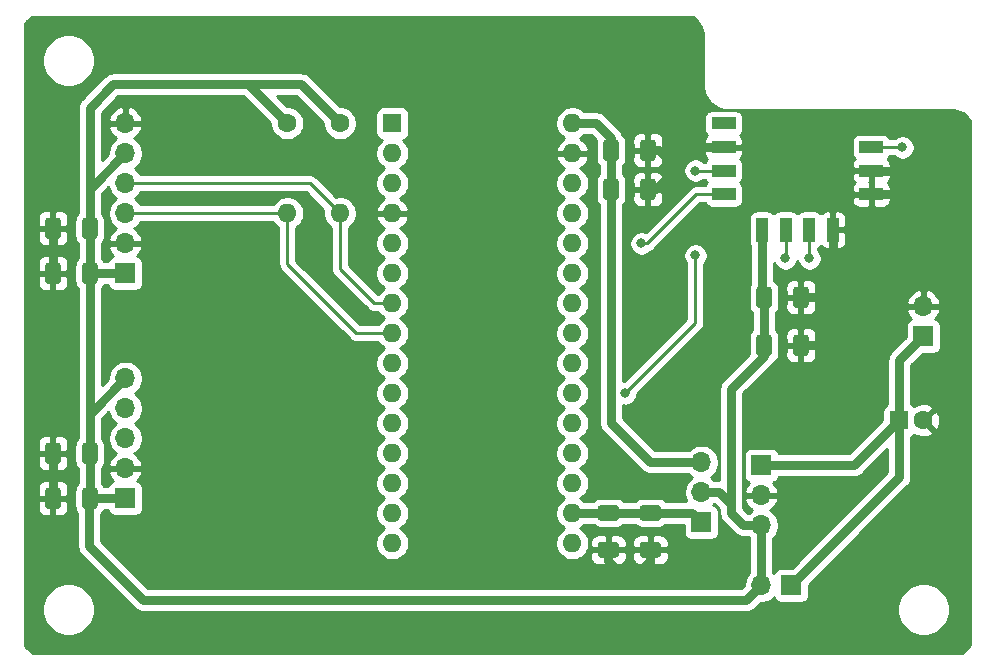
<source format=gtl>
G04 #@! TF.GenerationSoftware,KiCad,Pcbnew,(5.1.10)-1*
G04 #@! TF.CreationDate,2021-11-19T16:29:16+01:00*
G04 #@! TF.ProjectId,WeatherStation,57656174-6865-4725-9374-6174696f6e2e,rev?*
G04 #@! TF.SameCoordinates,Original*
G04 #@! TF.FileFunction,Copper,L1,Top*
G04 #@! TF.FilePolarity,Positive*
%FSLAX46Y46*%
G04 Gerber Fmt 4.6, Leading zero omitted, Abs format (unit mm)*
G04 Created by KiCad (PCBNEW (5.1.10)-1) date 2021-11-19 16:29:16*
%MOMM*%
%LPD*%
G01*
G04 APERTURE LIST*
G04 #@! TA.AperFunction,ComponentPad*
%ADD10O,1.700000X1.700000*%
G04 #@! TD*
G04 #@! TA.AperFunction,ComponentPad*
%ADD11R,1.700000X1.700000*%
G04 #@! TD*
G04 #@! TA.AperFunction,SMDPad,CuDef*
%ADD12R,2.000000X1.000000*%
G04 #@! TD*
G04 #@! TA.AperFunction,SMDPad,CuDef*
%ADD13R,1.000000X2.000000*%
G04 #@! TD*
G04 #@! TA.AperFunction,ComponentPad*
%ADD14O,1.600000X1.600000*%
G04 #@! TD*
G04 #@! TA.AperFunction,ComponentPad*
%ADD15C,1.600000*%
G04 #@! TD*
G04 #@! TA.AperFunction,ComponentPad*
%ADD16R,1.600000X1.600000*%
G04 #@! TD*
G04 #@! TA.AperFunction,ViaPad*
%ADD17C,0.800000*%
G04 #@! TD*
G04 #@! TA.AperFunction,Conductor*
%ADD18C,0.254000*%
G04 #@! TD*
G04 #@! TA.AperFunction,Conductor*
%ADD19C,0.762000*%
G04 #@! TD*
G04 #@! TA.AperFunction,Conductor*
%ADD20C,0.100000*%
G04 #@! TD*
G04 APERTURE END LIST*
G04 #@! TA.AperFunction,SMDPad,CuDef*
G36*
G01*
X91043999Y-92594000D02*
X92344001Y-92594000D01*
G75*
G02*
X92594000Y-92843999I0J-249999D01*
G01*
X92594000Y-93669001D01*
G75*
G02*
X92344001Y-93919000I-249999J0D01*
G01*
X91043999Y-93919000D01*
G75*
G02*
X90794000Y-93669001I0J249999D01*
G01*
X90794000Y-92843999D01*
G75*
G02*
X91043999Y-92594000I249999J0D01*
G01*
G37*
G04 #@! TD.AperFunction*
G04 #@! TA.AperFunction,SMDPad,CuDef*
G36*
G01*
X91043999Y-89469000D02*
X92344001Y-89469000D01*
G75*
G02*
X92594000Y-89718999I0J-249999D01*
G01*
X92594000Y-90544001D01*
G75*
G02*
X92344001Y-90794000I-249999J0D01*
G01*
X91043999Y-90794000D01*
G75*
G02*
X90794000Y-90544001I0J249999D01*
G01*
X90794000Y-89718999D01*
G75*
G02*
X91043999Y-89469000I249999J0D01*
G01*
G37*
G04 #@! TD.AperFunction*
G04 #@! TA.AperFunction,SMDPad,CuDef*
G36*
G01*
X90816000Y-63388001D02*
X90816000Y-62087999D01*
G75*
G02*
X91065999Y-61838000I249999J0D01*
G01*
X91891001Y-61838000D01*
G75*
G02*
X92141000Y-62087999I0J-249999D01*
G01*
X92141000Y-63388001D01*
G75*
G02*
X91891001Y-63638000I-249999J0D01*
G01*
X91065999Y-63638000D01*
G75*
G02*
X90816000Y-63388001I0J249999D01*
G01*
G37*
G04 #@! TD.AperFunction*
G04 #@! TA.AperFunction,SMDPad,CuDef*
G36*
G01*
X87691000Y-63388001D02*
X87691000Y-62087999D01*
G75*
G02*
X87940999Y-61838000I249999J0D01*
G01*
X88766001Y-61838000D01*
G75*
G02*
X89016000Y-62087999I0J-249999D01*
G01*
X89016000Y-63388001D01*
G75*
G02*
X88766001Y-63638000I-249999J0D01*
G01*
X87940999Y-63638000D01*
G75*
G02*
X87691000Y-63388001I0J249999D01*
G01*
G37*
G04 #@! TD.AperFunction*
G04 #@! TA.AperFunction,SMDPad,CuDef*
G36*
G01*
X87487999Y-92594000D02*
X88788001Y-92594000D01*
G75*
G02*
X89038000Y-92843999I0J-249999D01*
G01*
X89038000Y-93669001D01*
G75*
G02*
X88788001Y-93919000I-249999J0D01*
G01*
X87487999Y-93919000D01*
G75*
G02*
X87238000Y-93669001I0J249999D01*
G01*
X87238000Y-92843999D01*
G75*
G02*
X87487999Y-92594000I249999J0D01*
G01*
G37*
G04 #@! TD.AperFunction*
G04 #@! TA.AperFunction,SMDPad,CuDef*
G36*
G01*
X87487999Y-89469000D02*
X88788001Y-89469000D01*
G75*
G02*
X89038000Y-89718999I0J-249999D01*
G01*
X89038000Y-90544001D01*
G75*
G02*
X88788001Y-90794000I-249999J0D01*
G01*
X87487999Y-90794000D01*
G75*
G02*
X87238000Y-90544001I0J249999D01*
G01*
X87238000Y-89718999D01*
G75*
G02*
X87487999Y-89469000I249999J0D01*
G01*
G37*
G04 #@! TD.AperFunction*
G04 #@! TA.AperFunction,SMDPad,CuDef*
G36*
G01*
X90816000Y-60086001D02*
X90816000Y-58785999D01*
G75*
G02*
X91065999Y-58536000I249999J0D01*
G01*
X91891001Y-58536000D01*
G75*
G02*
X92141000Y-58785999I0J-249999D01*
G01*
X92141000Y-60086001D01*
G75*
G02*
X91891001Y-60336000I-249999J0D01*
G01*
X91065999Y-60336000D01*
G75*
G02*
X90816000Y-60086001I0J249999D01*
G01*
G37*
G04 #@! TD.AperFunction*
G04 #@! TA.AperFunction,SMDPad,CuDef*
G36*
G01*
X87691000Y-60086001D02*
X87691000Y-58785999D01*
G75*
G02*
X87940999Y-58536000I249999J0D01*
G01*
X88766001Y-58536000D01*
G75*
G02*
X89016000Y-58785999I0J-249999D01*
G01*
X89016000Y-60086001D01*
G75*
G02*
X88766001Y-60336000I-249999J0D01*
G01*
X87940999Y-60336000D01*
G75*
G02*
X87691000Y-60086001I0J249999D01*
G01*
G37*
G04 #@! TD.AperFunction*
G04 #@! TA.AperFunction,SMDPad,CuDef*
G36*
G01*
X103770000Y-76596001D02*
X103770000Y-75295999D01*
G75*
G02*
X104019999Y-75046000I249999J0D01*
G01*
X104845001Y-75046000D01*
G75*
G02*
X105095000Y-75295999I0J-249999D01*
G01*
X105095000Y-76596001D01*
G75*
G02*
X104845001Y-76846000I-249999J0D01*
G01*
X104019999Y-76846000D01*
G75*
G02*
X103770000Y-76596001I0J249999D01*
G01*
G37*
G04 #@! TD.AperFunction*
G04 #@! TA.AperFunction,SMDPad,CuDef*
G36*
G01*
X100645000Y-76596001D02*
X100645000Y-75295999D01*
G75*
G02*
X100894999Y-75046000I249999J0D01*
G01*
X101720001Y-75046000D01*
G75*
G02*
X101970000Y-75295999I0J-249999D01*
G01*
X101970000Y-76596001D01*
G75*
G02*
X101720001Y-76846000I-249999J0D01*
G01*
X100894999Y-76846000D01*
G75*
G02*
X100645000Y-76596001I0J249999D01*
G01*
G37*
G04 #@! TD.AperFunction*
G04 #@! TA.AperFunction,SMDPad,CuDef*
G36*
G01*
X103770000Y-72532001D02*
X103770000Y-71231999D01*
G75*
G02*
X104019999Y-70982000I249999J0D01*
G01*
X104845001Y-70982000D01*
G75*
G02*
X105095000Y-71231999I0J-249999D01*
G01*
X105095000Y-72532001D01*
G75*
G02*
X104845001Y-72782000I-249999J0D01*
G01*
X104019999Y-72782000D01*
G75*
G02*
X103770000Y-72532001I0J249999D01*
G01*
G37*
G04 #@! TD.AperFunction*
G04 #@! TA.AperFunction,SMDPad,CuDef*
G36*
G01*
X100645000Y-72532001D02*
X100645000Y-71231999D01*
G75*
G02*
X100894999Y-70982000I249999J0D01*
G01*
X101720001Y-70982000D01*
G75*
G02*
X101970000Y-71231999I0J-249999D01*
G01*
X101970000Y-72532001D01*
G75*
G02*
X101720001Y-72782000I-249999J0D01*
G01*
X100894999Y-72782000D01*
G75*
G02*
X100645000Y-72532001I0J249999D01*
G01*
G37*
G04 #@! TD.AperFunction*
G04 #@! TA.AperFunction,SMDPad,CuDef*
G36*
G01*
X41772000Y-84439999D02*
X41772000Y-85740001D01*
G75*
G02*
X41522001Y-85990000I-249999J0D01*
G01*
X40696999Y-85990000D01*
G75*
G02*
X40447000Y-85740001I0J249999D01*
G01*
X40447000Y-84439999D01*
G75*
G02*
X40696999Y-84190000I249999J0D01*
G01*
X41522001Y-84190000D01*
G75*
G02*
X41772000Y-84439999I0J-249999D01*
G01*
G37*
G04 #@! TD.AperFunction*
G04 #@! TA.AperFunction,SMDPad,CuDef*
G36*
G01*
X44897000Y-84439999D02*
X44897000Y-85740001D01*
G75*
G02*
X44647001Y-85990000I-249999J0D01*
G01*
X43821999Y-85990000D01*
G75*
G02*
X43572000Y-85740001I0J249999D01*
G01*
X43572000Y-84439999D01*
G75*
G02*
X43821999Y-84190000I249999J0D01*
G01*
X44647001Y-84190000D01*
G75*
G02*
X44897000Y-84439999I0J-249999D01*
G01*
G37*
G04 #@! TD.AperFunction*
G04 #@! TA.AperFunction,SMDPad,CuDef*
G36*
G01*
X41772000Y-88249999D02*
X41772000Y-89550001D01*
G75*
G02*
X41522001Y-89800000I-249999J0D01*
G01*
X40696999Y-89800000D01*
G75*
G02*
X40447000Y-89550001I0J249999D01*
G01*
X40447000Y-88249999D01*
G75*
G02*
X40696999Y-88000000I249999J0D01*
G01*
X41522001Y-88000000D01*
G75*
G02*
X41772000Y-88249999I0J-249999D01*
G01*
G37*
G04 #@! TD.AperFunction*
G04 #@! TA.AperFunction,SMDPad,CuDef*
G36*
G01*
X44897000Y-88249999D02*
X44897000Y-89550001D01*
G75*
G02*
X44647001Y-89800000I-249999J0D01*
G01*
X43821999Y-89800000D01*
G75*
G02*
X43572000Y-89550001I0J249999D01*
G01*
X43572000Y-88249999D01*
G75*
G02*
X43821999Y-88000000I249999J0D01*
G01*
X44647001Y-88000000D01*
G75*
G02*
X44897000Y-88249999I0J-249999D01*
G01*
G37*
G04 #@! TD.AperFunction*
G04 #@! TA.AperFunction,SMDPad,CuDef*
G36*
G01*
X41772000Y-65389999D02*
X41772000Y-66690001D01*
G75*
G02*
X41522001Y-66940000I-249999J0D01*
G01*
X40696999Y-66940000D01*
G75*
G02*
X40447000Y-66690001I0J249999D01*
G01*
X40447000Y-65389999D01*
G75*
G02*
X40696999Y-65140000I249999J0D01*
G01*
X41522001Y-65140000D01*
G75*
G02*
X41772000Y-65389999I0J-249999D01*
G01*
G37*
G04 #@! TD.AperFunction*
G04 #@! TA.AperFunction,SMDPad,CuDef*
G36*
G01*
X44897000Y-65389999D02*
X44897000Y-66690001D01*
G75*
G02*
X44647001Y-66940000I-249999J0D01*
G01*
X43821999Y-66940000D01*
G75*
G02*
X43572000Y-66690001I0J249999D01*
G01*
X43572000Y-65389999D01*
G75*
G02*
X43821999Y-65140000I249999J0D01*
G01*
X44647001Y-65140000D01*
G75*
G02*
X44897000Y-65389999I0J-249999D01*
G01*
G37*
G04 #@! TD.AperFunction*
G04 #@! TA.AperFunction,SMDPad,CuDef*
G36*
G01*
X41772000Y-69199999D02*
X41772000Y-70500001D01*
G75*
G02*
X41522001Y-70750000I-249999J0D01*
G01*
X40696999Y-70750000D01*
G75*
G02*
X40447000Y-70500001I0J249999D01*
G01*
X40447000Y-69199999D01*
G75*
G02*
X40696999Y-68950000I249999J0D01*
G01*
X41522001Y-68950000D01*
G75*
G02*
X41772000Y-69199999I0J-249999D01*
G01*
G37*
G04 #@! TD.AperFunction*
G04 #@! TA.AperFunction,SMDPad,CuDef*
G36*
G01*
X44897000Y-69199999D02*
X44897000Y-70500001D01*
G75*
G02*
X44647001Y-70750000I-249999J0D01*
G01*
X43821999Y-70750000D01*
G75*
G02*
X43572000Y-70500001I0J249999D01*
G01*
X43572000Y-69199999D01*
G75*
G02*
X43821999Y-68950000I249999J0D01*
G01*
X44647001Y-68950000D01*
G75*
G02*
X44897000Y-69199999I0J-249999D01*
G01*
G37*
G04 #@! TD.AperFunction*
D10*
X114808000Y-72644000D03*
D11*
X114808000Y-75184000D03*
D10*
X96012000Y-85852000D03*
X96012000Y-88392000D03*
D11*
X96012000Y-90932000D03*
D10*
X101092000Y-96266000D03*
D11*
X103632000Y-96266000D03*
D12*
X110390000Y-63158000D03*
X110390000Y-61158000D03*
X110390000Y-59158000D03*
D13*
X107140000Y-66158000D03*
X105140000Y-66158000D03*
X103140000Y-66158000D03*
X101140000Y-66158000D03*
D12*
X97890000Y-57158000D03*
X97890000Y-63158000D03*
X97890000Y-61158000D03*
X97890000Y-59158000D03*
D14*
X65405000Y-64770000D03*
D15*
X65405000Y-57150000D03*
D14*
X60960000Y-64770000D03*
D15*
X60960000Y-57150000D03*
D10*
X47244000Y-57150000D03*
X47244000Y-59690000D03*
X47244000Y-62230000D03*
X47244000Y-64770000D03*
X47244000Y-67310000D03*
D11*
X47244000Y-69850000D03*
D10*
X47244000Y-78740000D03*
X47244000Y-81280000D03*
X47244000Y-83820000D03*
X47244000Y-86360000D03*
D11*
X47244000Y-88900000D03*
D14*
X85090000Y-92710000D03*
X69850000Y-92710000D03*
X85090000Y-57150000D03*
X69850000Y-90170000D03*
X85090000Y-59690000D03*
X69850000Y-87630000D03*
X85090000Y-62230000D03*
X69850000Y-85090000D03*
X85090000Y-64770000D03*
X69850000Y-82550000D03*
X85090000Y-67310000D03*
X69850000Y-80010000D03*
X85090000Y-69850000D03*
X69850000Y-77470000D03*
X85090000Y-72390000D03*
X69850000Y-74930000D03*
X85090000Y-74930000D03*
X69850000Y-72390000D03*
X85090000Y-77470000D03*
X69850000Y-69850000D03*
X85090000Y-80010000D03*
X69850000Y-67310000D03*
X85090000Y-82550000D03*
X69850000Y-64770000D03*
X85090000Y-85090000D03*
X69850000Y-62230000D03*
X85090000Y-87630000D03*
X69850000Y-59690000D03*
X85090000Y-90170000D03*
D16*
X69850000Y-57150000D03*
D10*
X101092000Y-91186000D03*
X101092000Y-88646000D03*
D11*
X101092000Y-86106000D03*
D15*
X114776000Y-82296000D03*
D16*
X112776000Y-82296000D03*
D17*
X103124000Y-68580000D03*
X105156000Y-68580000D03*
X113030000Y-59182000D03*
X95504000Y-61150500D03*
X95504000Y-68326000D03*
X89535000Y-80010000D03*
X90932000Y-67310000D03*
X89916000Y-95250000D03*
X41148000Y-67945000D03*
X41148000Y-86995000D03*
X97028000Y-73660000D03*
X91694000Y-80010000D03*
X112953800Y-63220600D03*
X112953800Y-61214000D03*
X93980000Y-60960000D03*
X106680000Y-73660000D03*
X95504000Y-59182000D03*
X107188000Y-68580000D03*
X59944000Y-73660000D03*
X63500000Y-67564000D03*
X105664000Y-89408000D03*
D18*
X103140000Y-68564000D02*
X103124000Y-68580000D01*
X103140000Y-66158000D02*
X103140000Y-68564000D01*
X105140000Y-68564000D02*
X105156000Y-68580000D01*
X105140000Y-66158000D02*
X105140000Y-68564000D01*
X113006000Y-59158000D02*
X113030000Y-59182000D01*
X110390000Y-59158000D02*
X113006000Y-59158000D01*
X95560000Y-61094500D02*
X95504000Y-61150500D01*
X97890000Y-61158000D02*
X95560000Y-61158000D01*
X95504000Y-68326000D02*
X95504000Y-74041000D01*
X95504000Y-74041000D02*
X89535000Y-80010000D01*
X89535000Y-80010000D02*
X89535000Y-80010000D01*
X91440000Y-67310000D02*
X95592000Y-63158000D01*
X95592000Y-63158000D02*
X97890000Y-63158000D01*
X90932000Y-67310000D02*
X91440000Y-67310000D01*
D19*
X62103000Y-53848000D02*
X65405000Y-57150000D01*
X57658000Y-53848000D02*
X62103000Y-53848000D01*
X57658000Y-53848000D02*
X60960000Y-57150000D01*
X101092000Y-91186000D02*
X101092000Y-96266000D01*
X101140000Y-71714500D02*
X101307500Y-71882000D01*
X101140000Y-66158000D02*
X101140000Y-71714500D01*
X101307500Y-71882000D02*
X101307500Y-75946000D01*
X99568000Y-91186000D02*
X101092000Y-91186000D01*
X98552000Y-90170000D02*
X99568000Y-91186000D01*
X101307500Y-76846000D02*
X98552000Y-79601500D01*
X101307500Y-75946000D02*
X101307500Y-76846000D01*
X97536000Y-88392000D02*
X98552000Y-89408000D01*
X96012000Y-88392000D02*
X97536000Y-88392000D01*
X98552000Y-89408000D02*
X98552000Y-90170000D01*
X98552000Y-79601500D02*
X98552000Y-89408000D01*
X44234500Y-88900000D02*
X47244000Y-88900000D01*
X44234500Y-88900000D02*
X44234500Y-85090000D01*
X44234500Y-81749500D02*
X47244000Y-78740000D01*
X44234500Y-85090000D02*
X44234500Y-81749500D01*
X44234500Y-81749500D02*
X44234500Y-69850000D01*
X44234500Y-69850000D02*
X47244000Y-69850000D01*
X44234500Y-69850000D02*
X44234500Y-66040000D01*
X44234500Y-62699500D02*
X47244000Y-59690000D01*
X44234500Y-66040000D02*
X44234500Y-62699500D01*
X46228000Y-53848000D02*
X57658000Y-53848000D01*
X44234500Y-55841500D02*
X46228000Y-53848000D01*
X44234500Y-62699500D02*
X44234500Y-55841500D01*
X44196000Y-88938500D02*
X44234500Y-88900000D01*
X44196000Y-92964000D02*
X44196000Y-88938500D01*
X48768000Y-97536000D02*
X44196000Y-92964000D01*
X99822000Y-97536000D02*
X48768000Y-97536000D01*
X101092000Y-96266000D02*
X99822000Y-97536000D01*
D18*
X112891200Y-63158000D02*
X112953800Y-63220600D01*
D19*
X110390000Y-63158000D02*
X112891200Y-63158000D01*
D18*
X112897800Y-61158000D02*
X112953800Y-61214000D01*
D19*
X110390000Y-61158000D02*
X112897800Y-61158000D01*
X94004000Y-60936000D02*
X93980000Y-60960000D01*
X91732500Y-59182000D02*
X91478500Y-59436000D01*
X92202000Y-62738000D02*
X93980000Y-60960000D01*
X91478500Y-62738000D02*
X92202000Y-62738000D01*
X92456000Y-59436000D02*
X93980000Y-60960000D01*
X91478500Y-59436000D02*
X92456000Y-59436000D01*
X97866000Y-59182000D02*
X97890000Y-59158000D01*
X95504000Y-59182000D02*
X97866000Y-59182000D01*
X107140000Y-68532000D02*
X107188000Y-68580000D01*
X107140000Y-66158000D02*
X107140000Y-68532000D01*
X104432500Y-75946000D02*
X104432500Y-75907500D01*
X106680000Y-72644000D02*
X106680000Y-73660000D01*
X105918000Y-71882000D02*
X106680000Y-72644000D01*
X104432500Y-71882000D02*
X105918000Y-71882000D01*
X106680000Y-75184000D02*
X106680000Y-73660000D01*
X105918000Y-75946000D02*
X106680000Y-75184000D01*
X104432500Y-75946000D02*
X105918000Y-75946000D01*
X41109500Y-86956500D02*
X41148000Y-86995000D01*
X41109500Y-85090000D02*
X41109500Y-86956500D01*
X41148000Y-88861500D02*
X41109500Y-88900000D01*
X41148000Y-86995000D02*
X41148000Y-88861500D01*
X41109500Y-67906500D02*
X41148000Y-67945000D01*
X41109500Y-66040000D02*
X41109500Y-67906500D01*
X41109500Y-67983500D02*
X41148000Y-67945000D01*
X41109500Y-69850000D02*
X41109500Y-67983500D01*
X89154000Y-95250000D02*
X89916000Y-95250000D01*
X88138000Y-94234000D02*
X89154000Y-95250000D01*
X88138000Y-93256500D02*
X88138000Y-94234000D01*
X91694000Y-94234000D02*
X91694000Y-93256500D01*
X90678000Y-95250000D02*
X91694000Y-94234000D01*
X89916000Y-95250000D02*
X90678000Y-95250000D01*
D18*
X69850000Y-74791370D02*
X69850000Y-74930000D01*
X60960000Y-64770000D02*
X47244000Y-64770000D01*
X66802000Y-74930000D02*
X69850000Y-74930000D01*
X60960000Y-69088000D02*
X66802000Y-74930000D01*
X60960000Y-64770000D02*
X60960000Y-69088000D01*
X62865000Y-62230000D02*
X65405000Y-64770000D01*
X62865000Y-62230000D02*
X47244000Y-62230000D01*
X68326000Y-72390000D02*
X69850000Y-72390000D01*
X65405000Y-69469000D02*
X68326000Y-72390000D01*
X65405000Y-64770000D02*
X65405000Y-69469000D01*
D19*
X88353500Y-58381500D02*
X88353500Y-59436000D01*
X87122000Y-57150000D02*
X88353500Y-58381500D01*
X85090000Y-57150000D02*
X87122000Y-57150000D01*
X88353500Y-59436000D02*
X88353500Y-62738000D01*
X88353500Y-62738000D02*
X88353500Y-82511500D01*
X91694000Y-85852000D02*
X96012000Y-85852000D01*
X88353500Y-82511500D02*
X91694000Y-85852000D01*
X88099500Y-90170000D02*
X88138000Y-90131500D01*
X85090000Y-90170000D02*
X88099500Y-90170000D01*
X95758000Y-91186000D02*
X96012000Y-90932000D01*
X88138000Y-90131500D02*
X91694000Y-90131500D01*
X95211500Y-90131500D02*
X96012000Y-90932000D01*
X91694000Y-90131500D02*
X95211500Y-90131500D01*
X109220000Y-90678000D02*
X103632000Y-96266000D01*
X112776000Y-87122000D02*
X109220000Y-90678000D01*
X112776000Y-82296000D02*
X112776000Y-87122000D01*
X112776000Y-77216000D02*
X114808000Y-75184000D01*
X112776000Y-82296000D02*
X112776000Y-77216000D01*
X108966000Y-86106000D02*
X112776000Y-82296000D01*
X101092000Y-86106000D02*
X108966000Y-86106000D01*
D18*
X95278445Y-48176605D02*
X95492338Y-48336724D01*
X95681276Y-48525662D01*
X95841395Y-48739555D01*
X95969444Y-48974060D01*
X96062819Y-49224407D01*
X96119615Y-49485496D01*
X96139000Y-49756530D01*
X96139000Y-53880000D01*
X96139324Y-53889060D01*
X96159681Y-54173690D01*
X96162259Y-54191626D01*
X96222916Y-54470461D01*
X96228021Y-54487847D01*
X96327743Y-54755212D01*
X96335271Y-54771695D01*
X96472028Y-55022147D01*
X96481824Y-55037390D01*
X96652832Y-55265829D01*
X96664698Y-55279524D01*
X96866476Y-55481302D01*
X96880171Y-55493168D01*
X97108610Y-55664176D01*
X97123853Y-55673972D01*
X97374305Y-55810729D01*
X97390788Y-55818257D01*
X97658153Y-55917979D01*
X97675539Y-55923084D01*
X97954374Y-55983741D01*
X97972310Y-55986319D01*
X98256940Y-56006676D01*
X98266000Y-56007000D01*
X117121470Y-56007000D01*
X117392504Y-56026385D01*
X117653593Y-56083181D01*
X117903940Y-56176556D01*
X118138445Y-56304605D01*
X118352338Y-56464724D01*
X118541276Y-56653662D01*
X118701395Y-56867555D01*
X118720000Y-56901628D01*
X118720001Y-101340371D01*
X118701395Y-101374445D01*
X118541276Y-101588338D01*
X118352338Y-101777276D01*
X118138445Y-101937395D01*
X118104372Y-101956000D01*
X39375628Y-101956000D01*
X39341555Y-101937395D01*
X39127662Y-101777276D01*
X38938724Y-101588338D01*
X38778605Y-101374445D01*
X38760000Y-101340372D01*
X38760000Y-98077872D01*
X40183000Y-98077872D01*
X40183000Y-98518128D01*
X40268890Y-98949925D01*
X40437369Y-99356669D01*
X40681962Y-99722729D01*
X40993271Y-100034038D01*
X41359331Y-100278631D01*
X41766075Y-100447110D01*
X42197872Y-100533000D01*
X42638128Y-100533000D01*
X43069925Y-100447110D01*
X43476669Y-100278631D01*
X43842729Y-100034038D01*
X44154038Y-99722729D01*
X44398631Y-99356669D01*
X44567110Y-98949925D01*
X44653000Y-98518128D01*
X44653000Y-98077872D01*
X44567110Y-97646075D01*
X44398631Y-97239331D01*
X44154038Y-96873271D01*
X43842729Y-96561962D01*
X43476669Y-96317369D01*
X43069925Y-96148890D01*
X42638128Y-96063000D01*
X42197872Y-96063000D01*
X41766075Y-96148890D01*
X41359331Y-96317369D01*
X40993271Y-96561962D01*
X40681962Y-96873271D01*
X40437369Y-97239331D01*
X40268890Y-97646075D01*
X40183000Y-98077872D01*
X38760000Y-98077872D01*
X38760000Y-89800000D01*
X39808928Y-89800000D01*
X39821188Y-89924482D01*
X39857498Y-90044180D01*
X39916463Y-90154494D01*
X39995815Y-90251185D01*
X40092506Y-90330537D01*
X40202820Y-90389502D01*
X40322518Y-90425812D01*
X40447000Y-90438072D01*
X40823750Y-90435000D01*
X40982500Y-90276250D01*
X40982500Y-89027000D01*
X41236500Y-89027000D01*
X41236500Y-90276250D01*
X41395250Y-90435000D01*
X41772000Y-90438072D01*
X41896482Y-90425812D01*
X42016180Y-90389502D01*
X42126494Y-90330537D01*
X42223185Y-90251185D01*
X42302537Y-90154494D01*
X42361502Y-90044180D01*
X42397812Y-89924482D01*
X42410072Y-89800000D01*
X42407000Y-89185750D01*
X42248250Y-89027000D01*
X41236500Y-89027000D01*
X40982500Y-89027000D01*
X39970750Y-89027000D01*
X39812000Y-89185750D01*
X39808928Y-89800000D01*
X38760000Y-89800000D01*
X38760000Y-88000000D01*
X39808928Y-88000000D01*
X39812000Y-88614250D01*
X39970750Y-88773000D01*
X40982500Y-88773000D01*
X40982500Y-87523750D01*
X41236500Y-87523750D01*
X41236500Y-88773000D01*
X42248250Y-88773000D01*
X42407000Y-88614250D01*
X42410072Y-88000000D01*
X42397812Y-87875518D01*
X42361502Y-87755820D01*
X42302537Y-87645506D01*
X42223185Y-87548815D01*
X42126494Y-87469463D01*
X42016180Y-87410498D01*
X41896482Y-87374188D01*
X41772000Y-87361928D01*
X41395250Y-87365000D01*
X41236500Y-87523750D01*
X40982500Y-87523750D01*
X40823750Y-87365000D01*
X40447000Y-87361928D01*
X40322518Y-87374188D01*
X40202820Y-87410498D01*
X40092506Y-87469463D01*
X39995815Y-87548815D01*
X39916463Y-87645506D01*
X39857498Y-87755820D01*
X39821188Y-87875518D01*
X39808928Y-88000000D01*
X38760000Y-88000000D01*
X38760000Y-85990000D01*
X39808928Y-85990000D01*
X39821188Y-86114482D01*
X39857498Y-86234180D01*
X39916463Y-86344494D01*
X39995815Y-86441185D01*
X40092506Y-86520537D01*
X40202820Y-86579502D01*
X40322518Y-86615812D01*
X40447000Y-86628072D01*
X40823750Y-86625000D01*
X40982500Y-86466250D01*
X40982500Y-85217000D01*
X41236500Y-85217000D01*
X41236500Y-86466250D01*
X41395250Y-86625000D01*
X41772000Y-86628072D01*
X41896482Y-86615812D01*
X42016180Y-86579502D01*
X42126494Y-86520537D01*
X42223185Y-86441185D01*
X42302537Y-86344494D01*
X42361502Y-86234180D01*
X42397812Y-86114482D01*
X42410072Y-85990000D01*
X42407000Y-85375750D01*
X42248250Y-85217000D01*
X41236500Y-85217000D01*
X40982500Y-85217000D01*
X39970750Y-85217000D01*
X39812000Y-85375750D01*
X39808928Y-85990000D01*
X38760000Y-85990000D01*
X38760000Y-84190000D01*
X39808928Y-84190000D01*
X39812000Y-84804250D01*
X39970750Y-84963000D01*
X40982500Y-84963000D01*
X40982500Y-83713750D01*
X41236500Y-83713750D01*
X41236500Y-84963000D01*
X42248250Y-84963000D01*
X42407000Y-84804250D01*
X42410072Y-84190000D01*
X42397812Y-84065518D01*
X42361502Y-83945820D01*
X42302537Y-83835506D01*
X42223185Y-83738815D01*
X42126494Y-83659463D01*
X42016180Y-83600498D01*
X41896482Y-83564188D01*
X41772000Y-83551928D01*
X41395250Y-83555000D01*
X41236500Y-83713750D01*
X40982500Y-83713750D01*
X40823750Y-83555000D01*
X40447000Y-83551928D01*
X40322518Y-83564188D01*
X40202820Y-83600498D01*
X40092506Y-83659463D01*
X39995815Y-83738815D01*
X39916463Y-83835506D01*
X39857498Y-83945820D01*
X39821188Y-84065518D01*
X39808928Y-84190000D01*
X38760000Y-84190000D01*
X38760000Y-70750000D01*
X39808928Y-70750000D01*
X39821188Y-70874482D01*
X39857498Y-70994180D01*
X39916463Y-71104494D01*
X39995815Y-71201185D01*
X40092506Y-71280537D01*
X40202820Y-71339502D01*
X40322518Y-71375812D01*
X40447000Y-71388072D01*
X40823750Y-71385000D01*
X40982500Y-71226250D01*
X40982500Y-69977000D01*
X41236500Y-69977000D01*
X41236500Y-71226250D01*
X41395250Y-71385000D01*
X41772000Y-71388072D01*
X41896482Y-71375812D01*
X42016180Y-71339502D01*
X42126494Y-71280537D01*
X42223185Y-71201185D01*
X42302537Y-71104494D01*
X42361502Y-70994180D01*
X42397812Y-70874482D01*
X42410072Y-70750000D01*
X42407000Y-70135750D01*
X42248250Y-69977000D01*
X41236500Y-69977000D01*
X40982500Y-69977000D01*
X39970750Y-69977000D01*
X39812000Y-70135750D01*
X39808928Y-70750000D01*
X38760000Y-70750000D01*
X38760000Y-68950000D01*
X39808928Y-68950000D01*
X39812000Y-69564250D01*
X39970750Y-69723000D01*
X40982500Y-69723000D01*
X40982500Y-68473750D01*
X41236500Y-68473750D01*
X41236500Y-69723000D01*
X42248250Y-69723000D01*
X42407000Y-69564250D01*
X42410072Y-68950000D01*
X42397812Y-68825518D01*
X42361502Y-68705820D01*
X42302537Y-68595506D01*
X42223185Y-68498815D01*
X42126494Y-68419463D01*
X42016180Y-68360498D01*
X41896482Y-68324188D01*
X41772000Y-68311928D01*
X41395250Y-68315000D01*
X41236500Y-68473750D01*
X40982500Y-68473750D01*
X40823750Y-68315000D01*
X40447000Y-68311928D01*
X40322518Y-68324188D01*
X40202820Y-68360498D01*
X40092506Y-68419463D01*
X39995815Y-68498815D01*
X39916463Y-68595506D01*
X39857498Y-68705820D01*
X39821188Y-68825518D01*
X39808928Y-68950000D01*
X38760000Y-68950000D01*
X38760000Y-66940000D01*
X39808928Y-66940000D01*
X39821188Y-67064482D01*
X39857498Y-67184180D01*
X39916463Y-67294494D01*
X39995815Y-67391185D01*
X40092506Y-67470537D01*
X40202820Y-67529502D01*
X40322518Y-67565812D01*
X40447000Y-67578072D01*
X40823750Y-67575000D01*
X40982500Y-67416250D01*
X40982500Y-66167000D01*
X41236500Y-66167000D01*
X41236500Y-67416250D01*
X41395250Y-67575000D01*
X41772000Y-67578072D01*
X41896482Y-67565812D01*
X42016180Y-67529502D01*
X42126494Y-67470537D01*
X42223185Y-67391185D01*
X42302537Y-67294494D01*
X42361502Y-67184180D01*
X42397812Y-67064482D01*
X42410072Y-66940000D01*
X42407000Y-66325750D01*
X42248250Y-66167000D01*
X41236500Y-66167000D01*
X40982500Y-66167000D01*
X39970750Y-66167000D01*
X39812000Y-66325750D01*
X39808928Y-66940000D01*
X38760000Y-66940000D01*
X38760000Y-65140000D01*
X39808928Y-65140000D01*
X39812000Y-65754250D01*
X39970750Y-65913000D01*
X40982500Y-65913000D01*
X40982500Y-64663750D01*
X41236500Y-64663750D01*
X41236500Y-65913000D01*
X42248250Y-65913000D01*
X42407000Y-65754250D01*
X42408821Y-65389999D01*
X42933928Y-65389999D01*
X42933928Y-66690001D01*
X42950992Y-66863255D01*
X43001528Y-67029851D01*
X43083595Y-67183387D01*
X43194038Y-67317962D01*
X43218501Y-67338038D01*
X43218500Y-68551962D01*
X43194038Y-68572038D01*
X43083595Y-68706613D01*
X43001528Y-68860149D01*
X42950992Y-69026745D01*
X42933928Y-69199999D01*
X42933928Y-70500001D01*
X42950992Y-70673255D01*
X43001528Y-70839851D01*
X43083595Y-70993387D01*
X43194038Y-71127962D01*
X43218501Y-71148038D01*
X43218500Y-81699598D01*
X43213585Y-81749500D01*
X43218501Y-81799412D01*
X43218500Y-83791962D01*
X43194038Y-83812038D01*
X43083595Y-83946613D01*
X43001528Y-84100149D01*
X42950992Y-84266745D01*
X42933928Y-84439999D01*
X42933928Y-85740001D01*
X42950992Y-85913255D01*
X43001528Y-86079851D01*
X43083595Y-86233387D01*
X43194038Y-86367962D01*
X43218501Y-86388038D01*
X43218500Y-87601962D01*
X43194038Y-87622038D01*
X43083595Y-87756613D01*
X43001528Y-87910149D01*
X42950992Y-88076745D01*
X42933928Y-88249999D01*
X42933928Y-89550001D01*
X42950992Y-89723255D01*
X43001528Y-89889851D01*
X43083595Y-90043387D01*
X43180001Y-90160858D01*
X43180000Y-92914098D01*
X43175085Y-92964000D01*
X43180000Y-93013901D01*
X43194702Y-93163170D01*
X43252798Y-93354686D01*
X43347140Y-93531190D01*
X43474104Y-93685896D01*
X43512872Y-93717712D01*
X48014292Y-98219133D01*
X48046104Y-98257896D01*
X48200810Y-98384860D01*
X48377313Y-98479202D01*
X48505634Y-98518128D01*
X48568828Y-98537298D01*
X48588177Y-98539204D01*
X48718098Y-98552000D01*
X48718105Y-98552000D01*
X48767999Y-98556914D01*
X48817893Y-98552000D01*
X99772098Y-98552000D01*
X99822000Y-98556915D01*
X99871902Y-98552000D01*
X100021171Y-98537298D01*
X100212687Y-98479202D01*
X100389190Y-98384860D01*
X100543896Y-98257896D01*
X100575712Y-98219128D01*
X100716968Y-98077872D01*
X112573000Y-98077872D01*
X112573000Y-98518128D01*
X112658890Y-98949925D01*
X112827369Y-99356669D01*
X113071962Y-99722729D01*
X113383271Y-100034038D01*
X113749331Y-100278631D01*
X114156075Y-100447110D01*
X114587872Y-100533000D01*
X115028128Y-100533000D01*
X115459925Y-100447110D01*
X115866669Y-100278631D01*
X116232729Y-100034038D01*
X116544038Y-99722729D01*
X116788631Y-99356669D01*
X116957110Y-98949925D01*
X117043000Y-98518128D01*
X117043000Y-98077872D01*
X116957110Y-97646075D01*
X116788631Y-97239331D01*
X116544038Y-96873271D01*
X116232729Y-96561962D01*
X115866669Y-96317369D01*
X115459925Y-96148890D01*
X115028128Y-96063000D01*
X114587872Y-96063000D01*
X114156075Y-96148890D01*
X113749331Y-96317369D01*
X113383271Y-96561962D01*
X113071962Y-96873271D01*
X112827369Y-97239331D01*
X112658890Y-97646075D01*
X112573000Y-98077872D01*
X100716968Y-98077872D01*
X101043840Y-97751000D01*
X101238260Y-97751000D01*
X101525158Y-97693932D01*
X101795411Y-97581990D01*
X102038632Y-97419475D01*
X102170487Y-97287620D01*
X102192498Y-97360180D01*
X102251463Y-97470494D01*
X102330815Y-97567185D01*
X102427506Y-97646537D01*
X102537820Y-97705502D01*
X102657518Y-97741812D01*
X102782000Y-97754072D01*
X104482000Y-97754072D01*
X104606482Y-97741812D01*
X104726180Y-97705502D01*
X104836494Y-97646537D01*
X104933185Y-97567185D01*
X105012537Y-97470494D01*
X105071502Y-97360180D01*
X105107812Y-97240482D01*
X105120072Y-97116000D01*
X105120072Y-96214768D01*
X109973706Y-91361135D01*
X109973710Y-91361130D01*
X113459133Y-87875708D01*
X113497896Y-87843896D01*
X113624860Y-87689190D01*
X113719202Y-87512687D01*
X113764003Y-87365000D01*
X113777298Y-87321172D01*
X113788787Y-87204519D01*
X113792000Y-87171902D01*
X113792000Y-87171895D01*
X113796914Y-87122001D01*
X113792000Y-87072107D01*
X113792000Y-83694050D01*
X113820180Y-83685502D01*
X113930494Y-83626537D01*
X114027185Y-83547185D01*
X114037807Y-83534242D01*
X114289996Y-83653571D01*
X114564184Y-83722300D01*
X114846512Y-83736217D01*
X115126130Y-83694787D01*
X115392292Y-83599603D01*
X115517514Y-83532671D01*
X115589097Y-83288702D01*
X114776000Y-82475605D01*
X114761858Y-82489748D01*
X114582253Y-82310143D01*
X114596395Y-82296000D01*
X114955605Y-82296000D01*
X115768702Y-83109097D01*
X116012671Y-83037514D01*
X116133571Y-82782004D01*
X116202300Y-82507816D01*
X116216217Y-82225488D01*
X116174787Y-81945870D01*
X116079603Y-81679708D01*
X116012671Y-81554486D01*
X115768702Y-81482903D01*
X114955605Y-82296000D01*
X114596395Y-82296000D01*
X114582253Y-82281858D01*
X114761858Y-82102253D01*
X114776000Y-82116395D01*
X115589097Y-81303298D01*
X115517514Y-81059329D01*
X115262004Y-80938429D01*
X114987816Y-80869700D01*
X114705488Y-80855783D01*
X114425870Y-80897213D01*
X114159708Y-80992397D01*
X114037691Y-81057616D01*
X114027185Y-81044815D01*
X113930494Y-80965463D01*
X113820180Y-80906498D01*
X113792000Y-80897950D01*
X113792000Y-77636840D01*
X114756769Y-76672072D01*
X115658000Y-76672072D01*
X115782482Y-76659812D01*
X115902180Y-76623502D01*
X116012494Y-76564537D01*
X116109185Y-76485185D01*
X116188537Y-76388494D01*
X116247502Y-76278180D01*
X116283812Y-76158482D01*
X116296072Y-76034000D01*
X116296072Y-74334000D01*
X116283812Y-74209518D01*
X116247502Y-74089820D01*
X116188537Y-73979506D01*
X116109185Y-73882815D01*
X116012494Y-73803463D01*
X115902180Y-73744498D01*
X115821534Y-73720034D01*
X115905588Y-73644269D01*
X116079641Y-73410920D01*
X116204825Y-73148099D01*
X116249476Y-73000890D01*
X116128155Y-72771000D01*
X114935000Y-72771000D01*
X114935000Y-72791000D01*
X114681000Y-72791000D01*
X114681000Y-72771000D01*
X113487845Y-72771000D01*
X113366524Y-73000890D01*
X113411175Y-73148099D01*
X113536359Y-73410920D01*
X113710412Y-73644269D01*
X113794466Y-73720034D01*
X113713820Y-73744498D01*
X113603506Y-73803463D01*
X113506815Y-73882815D01*
X113427463Y-73979506D01*
X113368498Y-74089820D01*
X113332188Y-74209518D01*
X113319928Y-74334000D01*
X113319928Y-75235231D01*
X112092868Y-76462292D01*
X112054105Y-76494104D01*
X111927141Y-76648810D01*
X111851528Y-76790273D01*
X111832799Y-76825313D01*
X111774702Y-77016830D01*
X111755085Y-77216000D01*
X111760001Y-77265912D01*
X111760000Y-80897950D01*
X111731820Y-80906498D01*
X111621506Y-80965463D01*
X111524815Y-81044815D01*
X111445463Y-81141506D01*
X111386498Y-81251820D01*
X111350188Y-81371518D01*
X111337928Y-81496000D01*
X111337928Y-82297231D01*
X108545160Y-85090000D01*
X102555218Y-85090000D01*
X102531502Y-85011820D01*
X102472537Y-84901506D01*
X102393185Y-84804815D01*
X102296494Y-84725463D01*
X102186180Y-84666498D01*
X102066482Y-84630188D01*
X101942000Y-84617928D01*
X100242000Y-84617928D01*
X100117518Y-84630188D01*
X99997820Y-84666498D01*
X99887506Y-84725463D01*
X99790815Y-84804815D01*
X99711463Y-84901506D01*
X99652498Y-85011820D01*
X99616188Y-85131518D01*
X99603928Y-85256000D01*
X99603928Y-86956000D01*
X99616188Y-87080482D01*
X99652498Y-87200180D01*
X99711463Y-87310494D01*
X99790815Y-87407185D01*
X99887506Y-87486537D01*
X99997820Y-87545502D01*
X100078466Y-87569966D01*
X99994412Y-87645731D01*
X99820359Y-87879080D01*
X99695175Y-88141901D01*
X99650524Y-88289110D01*
X99771845Y-88519000D01*
X100965000Y-88519000D01*
X100965000Y-88499000D01*
X101219000Y-88499000D01*
X101219000Y-88519000D01*
X102412155Y-88519000D01*
X102533476Y-88289110D01*
X102488825Y-88141901D01*
X102363641Y-87879080D01*
X102189588Y-87645731D01*
X102105534Y-87569966D01*
X102186180Y-87545502D01*
X102296494Y-87486537D01*
X102393185Y-87407185D01*
X102472537Y-87310494D01*
X102531502Y-87200180D01*
X102555218Y-87122000D01*
X108916098Y-87122000D01*
X108966000Y-87126915D01*
X109015902Y-87122000D01*
X109165171Y-87107298D01*
X109356687Y-87049202D01*
X109533190Y-86954860D01*
X109687896Y-86827896D01*
X109719712Y-86789128D01*
X111760001Y-84748840D01*
X111760001Y-86701158D01*
X108536870Y-89924290D01*
X108536865Y-89924294D01*
X103683232Y-94777928D01*
X102782000Y-94777928D01*
X102657518Y-94790188D01*
X102537820Y-94826498D01*
X102427506Y-94885463D01*
X102330815Y-94964815D01*
X102251463Y-95061506D01*
X102192498Y-95171820D01*
X102170487Y-95244380D01*
X102108000Y-95181893D01*
X102108000Y-92270107D01*
X102245475Y-92132632D01*
X102407990Y-91889411D01*
X102519932Y-91619158D01*
X102577000Y-91332260D01*
X102577000Y-91039740D01*
X102519932Y-90752842D01*
X102407990Y-90482589D01*
X102245475Y-90239368D01*
X102038632Y-90032525D01*
X101856466Y-89910805D01*
X101973355Y-89841178D01*
X102189588Y-89646269D01*
X102363641Y-89412920D01*
X102488825Y-89150099D01*
X102533476Y-89002890D01*
X102412155Y-88773000D01*
X101219000Y-88773000D01*
X101219000Y-88793000D01*
X100965000Y-88793000D01*
X100965000Y-88773000D01*
X99771845Y-88773000D01*
X99650524Y-89002890D01*
X99695175Y-89150099D01*
X99820359Y-89412920D01*
X99994412Y-89646269D01*
X100210645Y-89841178D01*
X100327534Y-89910805D01*
X100145368Y-90032525D01*
X100007893Y-90170000D01*
X99988841Y-90170000D01*
X99568000Y-89749160D01*
X99568000Y-89457902D01*
X99572915Y-89408000D01*
X99568000Y-89358098D01*
X99568000Y-80022340D01*
X101990633Y-77599708D01*
X102029396Y-77567896D01*
X102156360Y-77413190D01*
X102192505Y-77345567D01*
X102213387Y-77334405D01*
X102347962Y-77223962D01*
X102458405Y-77089387D01*
X102540472Y-76935851D01*
X102567727Y-76846000D01*
X103131928Y-76846000D01*
X103144188Y-76970482D01*
X103180498Y-77090180D01*
X103239463Y-77200494D01*
X103318815Y-77297185D01*
X103415506Y-77376537D01*
X103525820Y-77435502D01*
X103645518Y-77471812D01*
X103770000Y-77484072D01*
X104146750Y-77481000D01*
X104305500Y-77322250D01*
X104305500Y-76073000D01*
X104559500Y-76073000D01*
X104559500Y-77322250D01*
X104718250Y-77481000D01*
X105095000Y-77484072D01*
X105219482Y-77471812D01*
X105339180Y-77435502D01*
X105449494Y-77376537D01*
X105546185Y-77297185D01*
X105625537Y-77200494D01*
X105684502Y-77090180D01*
X105720812Y-76970482D01*
X105733072Y-76846000D01*
X105730000Y-76231750D01*
X105571250Y-76073000D01*
X104559500Y-76073000D01*
X104305500Y-76073000D01*
X103293750Y-76073000D01*
X103135000Y-76231750D01*
X103131928Y-76846000D01*
X102567727Y-76846000D01*
X102591008Y-76769255D01*
X102608072Y-76596001D01*
X102608072Y-75295999D01*
X102591008Y-75122745D01*
X102567728Y-75046000D01*
X103131928Y-75046000D01*
X103135000Y-75660250D01*
X103293750Y-75819000D01*
X104305500Y-75819000D01*
X104305500Y-74569750D01*
X104559500Y-74569750D01*
X104559500Y-75819000D01*
X105571250Y-75819000D01*
X105730000Y-75660250D01*
X105733072Y-75046000D01*
X105720812Y-74921518D01*
X105684502Y-74801820D01*
X105625537Y-74691506D01*
X105546185Y-74594815D01*
X105449494Y-74515463D01*
X105339180Y-74456498D01*
X105219482Y-74420188D01*
X105095000Y-74407928D01*
X104718250Y-74411000D01*
X104559500Y-74569750D01*
X104305500Y-74569750D01*
X104146750Y-74411000D01*
X103770000Y-74407928D01*
X103645518Y-74420188D01*
X103525820Y-74456498D01*
X103415506Y-74515463D01*
X103318815Y-74594815D01*
X103239463Y-74691506D01*
X103180498Y-74801820D01*
X103144188Y-74921518D01*
X103131928Y-75046000D01*
X102567728Y-75046000D01*
X102540472Y-74956149D01*
X102458405Y-74802613D01*
X102347962Y-74668038D01*
X102323500Y-74647963D01*
X102323500Y-73180037D01*
X102347962Y-73159962D01*
X102458405Y-73025387D01*
X102540472Y-72871851D01*
X102567727Y-72782000D01*
X103131928Y-72782000D01*
X103144188Y-72906482D01*
X103180498Y-73026180D01*
X103239463Y-73136494D01*
X103318815Y-73233185D01*
X103415506Y-73312537D01*
X103525820Y-73371502D01*
X103645518Y-73407812D01*
X103770000Y-73420072D01*
X104146750Y-73417000D01*
X104305500Y-73258250D01*
X104305500Y-72009000D01*
X104559500Y-72009000D01*
X104559500Y-73258250D01*
X104718250Y-73417000D01*
X105095000Y-73420072D01*
X105219482Y-73407812D01*
X105339180Y-73371502D01*
X105449494Y-73312537D01*
X105546185Y-73233185D01*
X105625537Y-73136494D01*
X105684502Y-73026180D01*
X105720812Y-72906482D01*
X105733072Y-72782000D01*
X105730597Y-72287110D01*
X113366524Y-72287110D01*
X113487845Y-72517000D01*
X114681000Y-72517000D01*
X114681000Y-71323186D01*
X114935000Y-71323186D01*
X114935000Y-72517000D01*
X116128155Y-72517000D01*
X116249476Y-72287110D01*
X116204825Y-72139901D01*
X116079641Y-71877080D01*
X115905588Y-71643731D01*
X115689355Y-71448822D01*
X115439252Y-71299843D01*
X115164891Y-71202519D01*
X114935000Y-71323186D01*
X114681000Y-71323186D01*
X114451109Y-71202519D01*
X114176748Y-71299843D01*
X113926645Y-71448822D01*
X113710412Y-71643731D01*
X113536359Y-71877080D01*
X113411175Y-72139901D01*
X113366524Y-72287110D01*
X105730597Y-72287110D01*
X105730000Y-72167750D01*
X105571250Y-72009000D01*
X104559500Y-72009000D01*
X104305500Y-72009000D01*
X103293750Y-72009000D01*
X103135000Y-72167750D01*
X103131928Y-72782000D01*
X102567727Y-72782000D01*
X102591008Y-72705255D01*
X102608072Y-72532001D01*
X102608072Y-71231999D01*
X102591008Y-71058745D01*
X102567728Y-70982000D01*
X103131928Y-70982000D01*
X103135000Y-71596250D01*
X103293750Y-71755000D01*
X104305500Y-71755000D01*
X104305500Y-70505750D01*
X104559500Y-70505750D01*
X104559500Y-71755000D01*
X105571250Y-71755000D01*
X105730000Y-71596250D01*
X105733072Y-70982000D01*
X105720812Y-70857518D01*
X105684502Y-70737820D01*
X105625537Y-70627506D01*
X105546185Y-70530815D01*
X105449494Y-70451463D01*
X105339180Y-70392498D01*
X105219482Y-70356188D01*
X105095000Y-70343928D01*
X104718250Y-70347000D01*
X104559500Y-70505750D01*
X104305500Y-70505750D01*
X104146750Y-70347000D01*
X103770000Y-70343928D01*
X103645518Y-70356188D01*
X103525820Y-70392498D01*
X103415506Y-70451463D01*
X103318815Y-70530815D01*
X103239463Y-70627506D01*
X103180498Y-70737820D01*
X103144188Y-70857518D01*
X103131928Y-70982000D01*
X102567728Y-70982000D01*
X102540472Y-70892149D01*
X102458405Y-70738613D01*
X102347962Y-70604038D01*
X102213387Y-70493595D01*
X102156000Y-70462921D01*
X102156000Y-68947627D01*
X102206795Y-69070256D01*
X102320063Y-69239774D01*
X102464226Y-69383937D01*
X102633744Y-69497205D01*
X102822102Y-69575226D01*
X103022061Y-69615000D01*
X103225939Y-69615000D01*
X103425898Y-69575226D01*
X103614256Y-69497205D01*
X103783774Y-69383937D01*
X103927937Y-69239774D01*
X104041205Y-69070256D01*
X104119226Y-68881898D01*
X104140000Y-68777459D01*
X104160774Y-68881898D01*
X104238795Y-69070256D01*
X104352063Y-69239774D01*
X104496226Y-69383937D01*
X104665744Y-69497205D01*
X104854102Y-69575226D01*
X105054061Y-69615000D01*
X105257939Y-69615000D01*
X105457898Y-69575226D01*
X105646256Y-69497205D01*
X105815774Y-69383937D01*
X105959937Y-69239774D01*
X106073205Y-69070256D01*
X106151226Y-68881898D01*
X106191000Y-68681939D01*
X106191000Y-68478061D01*
X106151226Y-68278102D01*
X106073205Y-68089744D01*
X105959937Y-67920226D01*
X105902000Y-67862289D01*
X105902000Y-67737977D01*
X105994494Y-67688537D01*
X106091185Y-67609185D01*
X106140000Y-67549704D01*
X106188815Y-67609185D01*
X106285506Y-67688537D01*
X106395820Y-67747502D01*
X106515518Y-67783812D01*
X106640000Y-67796072D01*
X106854250Y-67793000D01*
X107013000Y-67634250D01*
X107013000Y-66285000D01*
X107267000Y-66285000D01*
X107267000Y-67634250D01*
X107425750Y-67793000D01*
X107640000Y-67796072D01*
X107764482Y-67783812D01*
X107884180Y-67747502D01*
X107994494Y-67688537D01*
X108091185Y-67609185D01*
X108170537Y-67512494D01*
X108229502Y-67402180D01*
X108265812Y-67282482D01*
X108278072Y-67158000D01*
X108275000Y-66443750D01*
X108116250Y-66285000D01*
X107267000Y-66285000D01*
X107013000Y-66285000D01*
X106993000Y-66285000D01*
X106993000Y-66031000D01*
X107013000Y-66031000D01*
X107013000Y-64681750D01*
X107267000Y-64681750D01*
X107267000Y-66031000D01*
X108116250Y-66031000D01*
X108275000Y-65872250D01*
X108278072Y-65158000D01*
X108265812Y-65033518D01*
X108229502Y-64913820D01*
X108170537Y-64803506D01*
X108091185Y-64706815D01*
X107994494Y-64627463D01*
X107884180Y-64568498D01*
X107764482Y-64532188D01*
X107640000Y-64519928D01*
X107425750Y-64523000D01*
X107267000Y-64681750D01*
X107013000Y-64681750D01*
X106854250Y-64523000D01*
X106640000Y-64519928D01*
X106515518Y-64532188D01*
X106395820Y-64568498D01*
X106285506Y-64627463D01*
X106188815Y-64706815D01*
X106140000Y-64766296D01*
X106091185Y-64706815D01*
X105994494Y-64627463D01*
X105884180Y-64568498D01*
X105764482Y-64532188D01*
X105640000Y-64519928D01*
X104640000Y-64519928D01*
X104515518Y-64532188D01*
X104395820Y-64568498D01*
X104285506Y-64627463D01*
X104188815Y-64706815D01*
X104140000Y-64766296D01*
X104091185Y-64706815D01*
X103994494Y-64627463D01*
X103884180Y-64568498D01*
X103764482Y-64532188D01*
X103640000Y-64519928D01*
X102640000Y-64519928D01*
X102515518Y-64532188D01*
X102395820Y-64568498D01*
X102285506Y-64627463D01*
X102188815Y-64706815D01*
X102140000Y-64766296D01*
X102091185Y-64706815D01*
X101994494Y-64627463D01*
X101884180Y-64568498D01*
X101764482Y-64532188D01*
X101640000Y-64519928D01*
X100640000Y-64519928D01*
X100515518Y-64532188D01*
X100395820Y-64568498D01*
X100285506Y-64627463D01*
X100188815Y-64706815D01*
X100109463Y-64803506D01*
X100050498Y-64913820D01*
X100014188Y-65033518D01*
X100001928Y-65158000D01*
X100001928Y-67158000D01*
X100014188Y-67282482D01*
X100050498Y-67402180D01*
X100109463Y-67512494D01*
X100124000Y-67530208D01*
X100124001Y-70799592D01*
X100074528Y-70892149D01*
X100023992Y-71058745D01*
X100006928Y-71231999D01*
X100006928Y-72532001D01*
X100023992Y-72705255D01*
X100074528Y-72871851D01*
X100156595Y-73025387D01*
X100267038Y-73159962D01*
X100291500Y-73180038D01*
X100291501Y-74647962D01*
X100267038Y-74668038D01*
X100156595Y-74802613D01*
X100074528Y-74956149D01*
X100023992Y-75122745D01*
X100006928Y-75295999D01*
X100006928Y-76596001D01*
X100017125Y-76699534D01*
X97868872Y-78847788D01*
X97830104Y-78879604D01*
X97703140Y-79034310D01*
X97608798Y-79210814D01*
X97566508Y-79350226D01*
X97550702Y-79402330D01*
X97531085Y-79601500D01*
X97536000Y-79651402D01*
X97536001Y-87371085D01*
X97536000Y-87371085D01*
X97486098Y-87376000D01*
X97096107Y-87376000D01*
X96958632Y-87238525D01*
X96784240Y-87122000D01*
X96958632Y-87005475D01*
X97165475Y-86798632D01*
X97327990Y-86555411D01*
X97439932Y-86285158D01*
X97497000Y-85998260D01*
X97497000Y-85705740D01*
X97439932Y-85418842D01*
X97327990Y-85148589D01*
X97165475Y-84905368D01*
X96958632Y-84698525D01*
X96715411Y-84536010D01*
X96445158Y-84424068D01*
X96158260Y-84367000D01*
X95865740Y-84367000D01*
X95578842Y-84424068D01*
X95308589Y-84536010D01*
X95065368Y-84698525D01*
X94927893Y-84836000D01*
X92114841Y-84836000D01*
X89369500Y-82090660D01*
X89369500Y-81032357D01*
X89433061Y-81045000D01*
X89636939Y-81045000D01*
X89836898Y-81005226D01*
X90025256Y-80927205D01*
X90194774Y-80813937D01*
X90338937Y-80669774D01*
X90452205Y-80500256D01*
X90530226Y-80311898D01*
X90570000Y-80111939D01*
X90570000Y-80052630D01*
X96016352Y-74606279D01*
X96045422Y-74582422D01*
X96114414Y-74498355D01*
X96140645Y-74466393D01*
X96211401Y-74334016D01*
X96211402Y-74334015D01*
X96254974Y-74190378D01*
X96266000Y-74078426D01*
X96266000Y-74078423D01*
X96269686Y-74041000D01*
X96266000Y-74003577D01*
X96266000Y-69027711D01*
X96307937Y-68985774D01*
X96421205Y-68816256D01*
X96499226Y-68627898D01*
X96539000Y-68427939D01*
X96539000Y-68224061D01*
X96499226Y-68024102D01*
X96421205Y-67835744D01*
X96307937Y-67666226D01*
X96163774Y-67522063D01*
X95994256Y-67408795D01*
X95805898Y-67330774D01*
X95605939Y-67291000D01*
X95402061Y-67291000D01*
X95202102Y-67330774D01*
X95013744Y-67408795D01*
X94844226Y-67522063D01*
X94700063Y-67666226D01*
X94586795Y-67835744D01*
X94508774Y-68024102D01*
X94469000Y-68224061D01*
X94469000Y-68427939D01*
X94508774Y-68627898D01*
X94586795Y-68816256D01*
X94700063Y-68985774D01*
X94742000Y-69027711D01*
X94742001Y-73725368D01*
X89492370Y-78975000D01*
X89433061Y-78975000D01*
X89369500Y-78987643D01*
X89369500Y-67208061D01*
X89897000Y-67208061D01*
X89897000Y-67411939D01*
X89936774Y-67611898D01*
X90014795Y-67800256D01*
X90128063Y-67969774D01*
X90272226Y-68113937D01*
X90441744Y-68227205D01*
X90630102Y-68305226D01*
X90830061Y-68345000D01*
X91033939Y-68345000D01*
X91233898Y-68305226D01*
X91422256Y-68227205D01*
X91591774Y-68113937D01*
X91668842Y-68036869D01*
X91733015Y-68017402D01*
X91865392Y-67946645D01*
X91981422Y-67851422D01*
X92005284Y-67822346D01*
X95907630Y-63920000D01*
X96310023Y-63920000D01*
X96359463Y-64012494D01*
X96438815Y-64109185D01*
X96535506Y-64188537D01*
X96645820Y-64247502D01*
X96765518Y-64283812D01*
X96890000Y-64296072D01*
X98890000Y-64296072D01*
X99014482Y-64283812D01*
X99134180Y-64247502D01*
X99244494Y-64188537D01*
X99341185Y-64109185D01*
X99420537Y-64012494D01*
X99479502Y-63902180D01*
X99515812Y-63782482D01*
X99528072Y-63658000D01*
X108751928Y-63658000D01*
X108764188Y-63782482D01*
X108800498Y-63902180D01*
X108859463Y-64012494D01*
X108938815Y-64109185D01*
X109035506Y-64188537D01*
X109145820Y-64247502D01*
X109265518Y-64283812D01*
X109390000Y-64296072D01*
X110104250Y-64293000D01*
X110263000Y-64134250D01*
X110263000Y-63285000D01*
X110517000Y-63285000D01*
X110517000Y-64134250D01*
X110675750Y-64293000D01*
X111390000Y-64296072D01*
X111514482Y-64283812D01*
X111634180Y-64247502D01*
X111744494Y-64188537D01*
X111841185Y-64109185D01*
X111920537Y-64012494D01*
X111979502Y-63902180D01*
X112015812Y-63782482D01*
X112028072Y-63658000D01*
X112025000Y-63443750D01*
X111866250Y-63285000D01*
X110517000Y-63285000D01*
X110263000Y-63285000D01*
X108913750Y-63285000D01*
X108755000Y-63443750D01*
X108751928Y-63658000D01*
X99528072Y-63658000D01*
X99528072Y-62658000D01*
X99515812Y-62533518D01*
X99479502Y-62413820D01*
X99420537Y-62303506D01*
X99341185Y-62206815D01*
X99281704Y-62158000D01*
X99341185Y-62109185D01*
X99420537Y-62012494D01*
X99479502Y-61902180D01*
X99515812Y-61782482D01*
X99528072Y-61658000D01*
X108751928Y-61658000D01*
X108764188Y-61782482D01*
X108800498Y-61902180D01*
X108859463Y-62012494D01*
X108938815Y-62109185D01*
X108998296Y-62158000D01*
X108938815Y-62206815D01*
X108859463Y-62303506D01*
X108800498Y-62413820D01*
X108764188Y-62533518D01*
X108751928Y-62658000D01*
X108755000Y-62872250D01*
X108913750Y-63031000D01*
X110263000Y-63031000D01*
X110263000Y-62181750D01*
X110239250Y-62158000D01*
X110263000Y-62134250D01*
X110263000Y-61285000D01*
X110517000Y-61285000D01*
X110517000Y-62134250D01*
X110540750Y-62158000D01*
X110517000Y-62181750D01*
X110517000Y-63031000D01*
X111866250Y-63031000D01*
X112025000Y-62872250D01*
X112028072Y-62658000D01*
X112015812Y-62533518D01*
X111979502Y-62413820D01*
X111920537Y-62303506D01*
X111841185Y-62206815D01*
X111781704Y-62158000D01*
X111841185Y-62109185D01*
X111920537Y-62012494D01*
X111979502Y-61902180D01*
X112015812Y-61782482D01*
X112028072Y-61658000D01*
X112025000Y-61443750D01*
X111866250Y-61285000D01*
X110517000Y-61285000D01*
X110263000Y-61285000D01*
X108913750Y-61285000D01*
X108755000Y-61443750D01*
X108751928Y-61658000D01*
X99528072Y-61658000D01*
X99528072Y-60658000D01*
X99515812Y-60533518D01*
X99479502Y-60413820D01*
X99420537Y-60303506D01*
X99341185Y-60206815D01*
X99281704Y-60158000D01*
X99341185Y-60109185D01*
X99420537Y-60012494D01*
X99479502Y-59902180D01*
X99515812Y-59782482D01*
X99528072Y-59658000D01*
X99525000Y-59443750D01*
X99366250Y-59285000D01*
X98017000Y-59285000D01*
X98017000Y-59305000D01*
X97763000Y-59305000D01*
X97763000Y-59285000D01*
X96413750Y-59285000D01*
X96255000Y-59443750D01*
X96251928Y-59658000D01*
X96264188Y-59782482D01*
X96300498Y-59902180D01*
X96359463Y-60012494D01*
X96438815Y-60109185D01*
X96498296Y-60158000D01*
X96438815Y-60206815D01*
X96359463Y-60303506D01*
X96310023Y-60396000D01*
X96213211Y-60396000D01*
X96163774Y-60346563D01*
X95994256Y-60233295D01*
X95805898Y-60155274D01*
X95605939Y-60115500D01*
X95402061Y-60115500D01*
X95202102Y-60155274D01*
X95013744Y-60233295D01*
X94844226Y-60346563D01*
X94700063Y-60490726D01*
X94586795Y-60660244D01*
X94508774Y-60848602D01*
X94469000Y-61048561D01*
X94469000Y-61252439D01*
X94508774Y-61452398D01*
X94586795Y-61640756D01*
X94700063Y-61810274D01*
X94844226Y-61954437D01*
X95013744Y-62067705D01*
X95202102Y-62145726D01*
X95402061Y-62185500D01*
X95605939Y-62185500D01*
X95805898Y-62145726D01*
X95994256Y-62067705D01*
X96163774Y-61954437D01*
X96198211Y-61920000D01*
X96310023Y-61920000D01*
X96359463Y-62012494D01*
X96438815Y-62109185D01*
X96498296Y-62158000D01*
X96438815Y-62206815D01*
X96359463Y-62303506D01*
X96310023Y-62396000D01*
X95629423Y-62396000D01*
X95592000Y-62392314D01*
X95554577Y-62396000D01*
X95554574Y-62396000D01*
X95442622Y-62407026D01*
X95298985Y-62450598D01*
X95237364Y-62483535D01*
X95166607Y-62521355D01*
X95124219Y-62556143D01*
X95050578Y-62616578D01*
X95026716Y-62645654D01*
X91321366Y-66351004D01*
X91233898Y-66314774D01*
X91033939Y-66275000D01*
X90830061Y-66275000D01*
X90630102Y-66314774D01*
X90441744Y-66392795D01*
X90272226Y-66506063D01*
X90128063Y-66650226D01*
X90014795Y-66819744D01*
X89936774Y-67008102D01*
X89897000Y-67208061D01*
X89369500Y-67208061D01*
X89369500Y-64036037D01*
X89393962Y-64015962D01*
X89504405Y-63881387D01*
X89586472Y-63727851D01*
X89613727Y-63638000D01*
X90177928Y-63638000D01*
X90190188Y-63762482D01*
X90226498Y-63882180D01*
X90285463Y-63992494D01*
X90364815Y-64089185D01*
X90461506Y-64168537D01*
X90571820Y-64227502D01*
X90691518Y-64263812D01*
X90816000Y-64276072D01*
X91192750Y-64273000D01*
X91351500Y-64114250D01*
X91351500Y-62865000D01*
X91605500Y-62865000D01*
X91605500Y-64114250D01*
X91764250Y-64273000D01*
X92141000Y-64276072D01*
X92265482Y-64263812D01*
X92385180Y-64227502D01*
X92495494Y-64168537D01*
X92592185Y-64089185D01*
X92671537Y-63992494D01*
X92730502Y-63882180D01*
X92766812Y-63762482D01*
X92779072Y-63638000D01*
X92776000Y-63023750D01*
X92617250Y-62865000D01*
X91605500Y-62865000D01*
X91351500Y-62865000D01*
X90339750Y-62865000D01*
X90181000Y-63023750D01*
X90177928Y-63638000D01*
X89613727Y-63638000D01*
X89637008Y-63561255D01*
X89654072Y-63388001D01*
X89654072Y-62087999D01*
X89637008Y-61914745D01*
X89613728Y-61838000D01*
X90177928Y-61838000D01*
X90181000Y-62452250D01*
X90339750Y-62611000D01*
X91351500Y-62611000D01*
X91351500Y-61361750D01*
X91605500Y-61361750D01*
X91605500Y-62611000D01*
X92617250Y-62611000D01*
X92776000Y-62452250D01*
X92779072Y-61838000D01*
X92766812Y-61713518D01*
X92730502Y-61593820D01*
X92671537Y-61483506D01*
X92592185Y-61386815D01*
X92495494Y-61307463D01*
X92385180Y-61248498D01*
X92265482Y-61212188D01*
X92141000Y-61199928D01*
X91764250Y-61203000D01*
X91605500Y-61361750D01*
X91351500Y-61361750D01*
X91192750Y-61203000D01*
X90816000Y-61199928D01*
X90691518Y-61212188D01*
X90571820Y-61248498D01*
X90461506Y-61307463D01*
X90364815Y-61386815D01*
X90285463Y-61483506D01*
X90226498Y-61593820D01*
X90190188Y-61713518D01*
X90177928Y-61838000D01*
X89613728Y-61838000D01*
X89586472Y-61748149D01*
X89504405Y-61594613D01*
X89393962Y-61460038D01*
X89369500Y-61439963D01*
X89369500Y-60734037D01*
X89393962Y-60713962D01*
X89504405Y-60579387D01*
X89586472Y-60425851D01*
X89613727Y-60336000D01*
X90177928Y-60336000D01*
X90190188Y-60460482D01*
X90226498Y-60580180D01*
X90285463Y-60690494D01*
X90364815Y-60787185D01*
X90461506Y-60866537D01*
X90571820Y-60925502D01*
X90691518Y-60961812D01*
X90816000Y-60974072D01*
X91192750Y-60971000D01*
X91351500Y-60812250D01*
X91351500Y-59563000D01*
X91605500Y-59563000D01*
X91605500Y-60812250D01*
X91764250Y-60971000D01*
X92141000Y-60974072D01*
X92265482Y-60961812D01*
X92385180Y-60925502D01*
X92495494Y-60866537D01*
X92592185Y-60787185D01*
X92671537Y-60690494D01*
X92730502Y-60580180D01*
X92766812Y-60460482D01*
X92779072Y-60336000D01*
X92776000Y-59721750D01*
X92617250Y-59563000D01*
X91605500Y-59563000D01*
X91351500Y-59563000D01*
X90339750Y-59563000D01*
X90181000Y-59721750D01*
X90177928Y-60336000D01*
X89613727Y-60336000D01*
X89637008Y-60259255D01*
X89654072Y-60086001D01*
X89654072Y-58785999D01*
X89637008Y-58612745D01*
X89613728Y-58536000D01*
X90177928Y-58536000D01*
X90181000Y-59150250D01*
X90339750Y-59309000D01*
X91351500Y-59309000D01*
X91351500Y-58059750D01*
X91605500Y-58059750D01*
X91605500Y-59309000D01*
X92617250Y-59309000D01*
X92776000Y-59150250D01*
X92779072Y-58536000D01*
X92766812Y-58411518D01*
X92730502Y-58291820D01*
X92671537Y-58181506D01*
X92592185Y-58084815D01*
X92495494Y-58005463D01*
X92385180Y-57946498D01*
X92265482Y-57910188D01*
X92141000Y-57897928D01*
X91764250Y-57901000D01*
X91605500Y-58059750D01*
X91351500Y-58059750D01*
X91192750Y-57901000D01*
X90816000Y-57897928D01*
X90691518Y-57910188D01*
X90571820Y-57946498D01*
X90461506Y-58005463D01*
X90364815Y-58084815D01*
X90285463Y-58181506D01*
X90226498Y-58291820D01*
X90190188Y-58411518D01*
X90177928Y-58536000D01*
X89613728Y-58536000D01*
X89586472Y-58446149D01*
X89504405Y-58292613D01*
X89393962Y-58158038D01*
X89332005Y-58107191D01*
X89296702Y-57990813D01*
X89202360Y-57814310D01*
X89075396Y-57659604D01*
X89036633Y-57627792D01*
X88066841Y-56658000D01*
X96251928Y-56658000D01*
X96251928Y-57658000D01*
X96264188Y-57782482D01*
X96300498Y-57902180D01*
X96359463Y-58012494D01*
X96438815Y-58109185D01*
X96498296Y-58158000D01*
X96438815Y-58206815D01*
X96359463Y-58303506D01*
X96300498Y-58413820D01*
X96264188Y-58533518D01*
X96251928Y-58658000D01*
X96255000Y-58872250D01*
X96413750Y-59031000D01*
X97763000Y-59031000D01*
X97763000Y-59011000D01*
X98017000Y-59011000D01*
X98017000Y-59031000D01*
X99366250Y-59031000D01*
X99525000Y-58872250D01*
X99528072Y-58658000D01*
X108751928Y-58658000D01*
X108751928Y-59658000D01*
X108764188Y-59782482D01*
X108800498Y-59902180D01*
X108859463Y-60012494D01*
X108938815Y-60109185D01*
X108998296Y-60158000D01*
X108938815Y-60206815D01*
X108859463Y-60303506D01*
X108800498Y-60413820D01*
X108764188Y-60533518D01*
X108751928Y-60658000D01*
X108755000Y-60872250D01*
X108913750Y-61031000D01*
X110263000Y-61031000D01*
X110263000Y-61011000D01*
X110517000Y-61011000D01*
X110517000Y-61031000D01*
X111866250Y-61031000D01*
X112025000Y-60872250D01*
X112028072Y-60658000D01*
X112015812Y-60533518D01*
X111979502Y-60413820D01*
X111920537Y-60303506D01*
X111841185Y-60206815D01*
X111781704Y-60158000D01*
X111841185Y-60109185D01*
X111920537Y-60012494D01*
X111969977Y-59920000D01*
X112304289Y-59920000D01*
X112370226Y-59985937D01*
X112539744Y-60099205D01*
X112728102Y-60177226D01*
X112928061Y-60217000D01*
X113131939Y-60217000D01*
X113331898Y-60177226D01*
X113520256Y-60099205D01*
X113689774Y-59985937D01*
X113833937Y-59841774D01*
X113947205Y-59672256D01*
X114025226Y-59483898D01*
X114065000Y-59283939D01*
X114065000Y-59080061D01*
X114025226Y-58880102D01*
X113947205Y-58691744D01*
X113833937Y-58522226D01*
X113689774Y-58378063D01*
X113520256Y-58264795D01*
X113331898Y-58186774D01*
X113131939Y-58147000D01*
X112928061Y-58147000D01*
X112728102Y-58186774D01*
X112539744Y-58264795D01*
X112370226Y-58378063D01*
X112352289Y-58396000D01*
X111969977Y-58396000D01*
X111920537Y-58303506D01*
X111841185Y-58206815D01*
X111744494Y-58127463D01*
X111634180Y-58068498D01*
X111514482Y-58032188D01*
X111390000Y-58019928D01*
X109390000Y-58019928D01*
X109265518Y-58032188D01*
X109145820Y-58068498D01*
X109035506Y-58127463D01*
X108938815Y-58206815D01*
X108859463Y-58303506D01*
X108800498Y-58413820D01*
X108764188Y-58533518D01*
X108751928Y-58658000D01*
X99528072Y-58658000D01*
X99515812Y-58533518D01*
X99479502Y-58413820D01*
X99420537Y-58303506D01*
X99341185Y-58206815D01*
X99281704Y-58158000D01*
X99341185Y-58109185D01*
X99420537Y-58012494D01*
X99479502Y-57902180D01*
X99515812Y-57782482D01*
X99528072Y-57658000D01*
X99528072Y-56658000D01*
X99515812Y-56533518D01*
X99479502Y-56413820D01*
X99420537Y-56303506D01*
X99341185Y-56206815D01*
X99244494Y-56127463D01*
X99134180Y-56068498D01*
X99014482Y-56032188D01*
X98890000Y-56019928D01*
X96890000Y-56019928D01*
X96765518Y-56032188D01*
X96645820Y-56068498D01*
X96535506Y-56127463D01*
X96438815Y-56206815D01*
X96359463Y-56303506D01*
X96300498Y-56413820D01*
X96264188Y-56533518D01*
X96251928Y-56658000D01*
X88066841Y-56658000D01*
X87875712Y-56466872D01*
X87843896Y-56428104D01*
X87689190Y-56301140D01*
X87512687Y-56206798D01*
X87321171Y-56148702D01*
X87171902Y-56134000D01*
X87122000Y-56129085D01*
X87072098Y-56134000D01*
X86103396Y-56134000D01*
X86004759Y-56035363D01*
X85769727Y-55878320D01*
X85508574Y-55770147D01*
X85231335Y-55715000D01*
X84948665Y-55715000D01*
X84671426Y-55770147D01*
X84410273Y-55878320D01*
X84175241Y-56035363D01*
X83975363Y-56235241D01*
X83818320Y-56470273D01*
X83710147Y-56731426D01*
X83655000Y-57008665D01*
X83655000Y-57291335D01*
X83710147Y-57568574D01*
X83818320Y-57829727D01*
X83975363Y-58064759D01*
X84175241Y-58264637D01*
X84410273Y-58421680D01*
X84420865Y-58426067D01*
X84234869Y-58537615D01*
X84026481Y-58726586D01*
X83858963Y-58952580D01*
X83738754Y-59206913D01*
X83698096Y-59340961D01*
X83820085Y-59563000D01*
X84963000Y-59563000D01*
X84963000Y-59543000D01*
X85217000Y-59543000D01*
X85217000Y-59563000D01*
X86359915Y-59563000D01*
X86481904Y-59340961D01*
X86441246Y-59206913D01*
X86321037Y-58952580D01*
X86153519Y-58726586D01*
X85945131Y-58537615D01*
X85759135Y-58426067D01*
X85769727Y-58421680D01*
X86004759Y-58264637D01*
X86103396Y-58166000D01*
X86701160Y-58166000D01*
X87088126Y-58552966D01*
X87069992Y-58612745D01*
X87052928Y-58785999D01*
X87052928Y-60086001D01*
X87069992Y-60259255D01*
X87120528Y-60425851D01*
X87202595Y-60579387D01*
X87313038Y-60713962D01*
X87337500Y-60734038D01*
X87337501Y-61439962D01*
X87313038Y-61460038D01*
X87202595Y-61594613D01*
X87120528Y-61748149D01*
X87069992Y-61914745D01*
X87052928Y-62087999D01*
X87052928Y-63388001D01*
X87069992Y-63561255D01*
X87120528Y-63727851D01*
X87202595Y-63881387D01*
X87313038Y-64015962D01*
X87337500Y-64036038D01*
X87337501Y-82461588D01*
X87332585Y-82511500D01*
X87352202Y-82710670D01*
X87398469Y-82863190D01*
X87410299Y-82902187D01*
X87504641Y-83078690D01*
X87631605Y-83233396D01*
X87670368Y-83265208D01*
X90940292Y-86535133D01*
X90972104Y-86573896D01*
X91126810Y-86700860D01*
X91303313Y-86795202D01*
X91436732Y-86835674D01*
X91494828Y-86853298D01*
X91514177Y-86855204D01*
X91644098Y-86868000D01*
X91644105Y-86868000D01*
X91693999Y-86872914D01*
X91743893Y-86868000D01*
X94927893Y-86868000D01*
X95065368Y-87005475D01*
X95239760Y-87122000D01*
X95065368Y-87238525D01*
X94858525Y-87445368D01*
X94696010Y-87688589D01*
X94584068Y-87958842D01*
X94527000Y-88245740D01*
X94527000Y-88538260D01*
X94584068Y-88825158D01*
X94696010Y-89095411D01*
X94709433Y-89115500D01*
X92992037Y-89115500D01*
X92971962Y-89091038D01*
X92837387Y-88980595D01*
X92683851Y-88898528D01*
X92517255Y-88847992D01*
X92344001Y-88830928D01*
X91043999Y-88830928D01*
X90870745Y-88847992D01*
X90704149Y-88898528D01*
X90550613Y-88980595D01*
X90416038Y-89091038D01*
X90395963Y-89115500D01*
X89436037Y-89115500D01*
X89415962Y-89091038D01*
X89281387Y-88980595D01*
X89127851Y-88898528D01*
X88961255Y-88847992D01*
X88788001Y-88830928D01*
X87487999Y-88830928D01*
X87314745Y-88847992D01*
X87148149Y-88898528D01*
X86994613Y-88980595D01*
X86860038Y-89091038D01*
X86808366Y-89154000D01*
X86103396Y-89154000D01*
X86004759Y-89055363D01*
X85772241Y-88900000D01*
X86004759Y-88744637D01*
X86204637Y-88544759D01*
X86361680Y-88309727D01*
X86469853Y-88048574D01*
X86525000Y-87771335D01*
X86525000Y-87488665D01*
X86469853Y-87211426D01*
X86361680Y-86950273D01*
X86204637Y-86715241D01*
X86004759Y-86515363D01*
X85772241Y-86360000D01*
X86004759Y-86204637D01*
X86204637Y-86004759D01*
X86361680Y-85769727D01*
X86469853Y-85508574D01*
X86525000Y-85231335D01*
X86525000Y-84948665D01*
X86469853Y-84671426D01*
X86361680Y-84410273D01*
X86204637Y-84175241D01*
X86004759Y-83975363D01*
X85772241Y-83820000D01*
X86004759Y-83664637D01*
X86204637Y-83464759D01*
X86361680Y-83229727D01*
X86469853Y-82968574D01*
X86525000Y-82691335D01*
X86525000Y-82408665D01*
X86469853Y-82131426D01*
X86361680Y-81870273D01*
X86204637Y-81635241D01*
X86004759Y-81435363D01*
X85772241Y-81280000D01*
X86004759Y-81124637D01*
X86204637Y-80924759D01*
X86361680Y-80689727D01*
X86469853Y-80428574D01*
X86525000Y-80151335D01*
X86525000Y-79868665D01*
X86469853Y-79591426D01*
X86361680Y-79330273D01*
X86204637Y-79095241D01*
X86004759Y-78895363D01*
X85772241Y-78740000D01*
X86004759Y-78584637D01*
X86204637Y-78384759D01*
X86361680Y-78149727D01*
X86469853Y-77888574D01*
X86525000Y-77611335D01*
X86525000Y-77328665D01*
X86469853Y-77051426D01*
X86361680Y-76790273D01*
X86204637Y-76555241D01*
X86004759Y-76355363D01*
X85772241Y-76200000D01*
X86004759Y-76044637D01*
X86204637Y-75844759D01*
X86361680Y-75609727D01*
X86469853Y-75348574D01*
X86525000Y-75071335D01*
X86525000Y-74788665D01*
X86469853Y-74511426D01*
X86361680Y-74250273D01*
X86204637Y-74015241D01*
X86004759Y-73815363D01*
X85772241Y-73660000D01*
X86004759Y-73504637D01*
X86204637Y-73304759D01*
X86361680Y-73069727D01*
X86469853Y-72808574D01*
X86525000Y-72531335D01*
X86525000Y-72248665D01*
X86469853Y-71971426D01*
X86361680Y-71710273D01*
X86204637Y-71475241D01*
X86004759Y-71275363D01*
X85772241Y-71120000D01*
X86004759Y-70964637D01*
X86204637Y-70764759D01*
X86361680Y-70529727D01*
X86469853Y-70268574D01*
X86525000Y-69991335D01*
X86525000Y-69708665D01*
X86469853Y-69431426D01*
X86361680Y-69170273D01*
X86204637Y-68935241D01*
X86004759Y-68735363D01*
X85772241Y-68580000D01*
X86004759Y-68424637D01*
X86204637Y-68224759D01*
X86361680Y-67989727D01*
X86469853Y-67728574D01*
X86525000Y-67451335D01*
X86525000Y-67168665D01*
X86469853Y-66891426D01*
X86361680Y-66630273D01*
X86204637Y-66395241D01*
X86004759Y-66195363D01*
X85772241Y-66040000D01*
X86004759Y-65884637D01*
X86204637Y-65684759D01*
X86361680Y-65449727D01*
X86469853Y-65188574D01*
X86525000Y-64911335D01*
X86525000Y-64628665D01*
X86469853Y-64351426D01*
X86361680Y-64090273D01*
X86204637Y-63855241D01*
X86004759Y-63655363D01*
X85772241Y-63500000D01*
X86004759Y-63344637D01*
X86204637Y-63144759D01*
X86361680Y-62909727D01*
X86469853Y-62648574D01*
X86525000Y-62371335D01*
X86525000Y-62088665D01*
X86469853Y-61811426D01*
X86361680Y-61550273D01*
X86204637Y-61315241D01*
X86004759Y-61115363D01*
X85769727Y-60958320D01*
X85759135Y-60953933D01*
X85945131Y-60842385D01*
X86153519Y-60653414D01*
X86321037Y-60427420D01*
X86441246Y-60173087D01*
X86481904Y-60039039D01*
X86359915Y-59817000D01*
X85217000Y-59817000D01*
X85217000Y-59837000D01*
X84963000Y-59837000D01*
X84963000Y-59817000D01*
X83820085Y-59817000D01*
X83698096Y-60039039D01*
X83738754Y-60173087D01*
X83858963Y-60427420D01*
X84026481Y-60653414D01*
X84234869Y-60842385D01*
X84420865Y-60953933D01*
X84410273Y-60958320D01*
X84175241Y-61115363D01*
X83975363Y-61315241D01*
X83818320Y-61550273D01*
X83710147Y-61811426D01*
X83655000Y-62088665D01*
X83655000Y-62371335D01*
X83710147Y-62648574D01*
X83818320Y-62909727D01*
X83975363Y-63144759D01*
X84175241Y-63344637D01*
X84407759Y-63500000D01*
X84175241Y-63655363D01*
X83975363Y-63855241D01*
X83818320Y-64090273D01*
X83710147Y-64351426D01*
X83655000Y-64628665D01*
X83655000Y-64911335D01*
X83710147Y-65188574D01*
X83818320Y-65449727D01*
X83975363Y-65684759D01*
X84175241Y-65884637D01*
X84407759Y-66040000D01*
X84175241Y-66195363D01*
X83975363Y-66395241D01*
X83818320Y-66630273D01*
X83710147Y-66891426D01*
X83655000Y-67168665D01*
X83655000Y-67451335D01*
X83710147Y-67728574D01*
X83818320Y-67989727D01*
X83975363Y-68224759D01*
X84175241Y-68424637D01*
X84407759Y-68580000D01*
X84175241Y-68735363D01*
X83975363Y-68935241D01*
X83818320Y-69170273D01*
X83710147Y-69431426D01*
X83655000Y-69708665D01*
X83655000Y-69991335D01*
X83710147Y-70268574D01*
X83818320Y-70529727D01*
X83975363Y-70764759D01*
X84175241Y-70964637D01*
X84407759Y-71120000D01*
X84175241Y-71275363D01*
X83975363Y-71475241D01*
X83818320Y-71710273D01*
X83710147Y-71971426D01*
X83655000Y-72248665D01*
X83655000Y-72531335D01*
X83710147Y-72808574D01*
X83818320Y-73069727D01*
X83975363Y-73304759D01*
X84175241Y-73504637D01*
X84407759Y-73660000D01*
X84175241Y-73815363D01*
X83975363Y-74015241D01*
X83818320Y-74250273D01*
X83710147Y-74511426D01*
X83655000Y-74788665D01*
X83655000Y-75071335D01*
X83710147Y-75348574D01*
X83818320Y-75609727D01*
X83975363Y-75844759D01*
X84175241Y-76044637D01*
X84407759Y-76200000D01*
X84175241Y-76355363D01*
X83975363Y-76555241D01*
X83818320Y-76790273D01*
X83710147Y-77051426D01*
X83655000Y-77328665D01*
X83655000Y-77611335D01*
X83710147Y-77888574D01*
X83818320Y-78149727D01*
X83975363Y-78384759D01*
X84175241Y-78584637D01*
X84407759Y-78740000D01*
X84175241Y-78895363D01*
X83975363Y-79095241D01*
X83818320Y-79330273D01*
X83710147Y-79591426D01*
X83655000Y-79868665D01*
X83655000Y-80151335D01*
X83710147Y-80428574D01*
X83818320Y-80689727D01*
X83975363Y-80924759D01*
X84175241Y-81124637D01*
X84407759Y-81280000D01*
X84175241Y-81435363D01*
X83975363Y-81635241D01*
X83818320Y-81870273D01*
X83710147Y-82131426D01*
X83655000Y-82408665D01*
X83655000Y-82691335D01*
X83710147Y-82968574D01*
X83818320Y-83229727D01*
X83975363Y-83464759D01*
X84175241Y-83664637D01*
X84407759Y-83820000D01*
X84175241Y-83975363D01*
X83975363Y-84175241D01*
X83818320Y-84410273D01*
X83710147Y-84671426D01*
X83655000Y-84948665D01*
X83655000Y-85231335D01*
X83710147Y-85508574D01*
X83818320Y-85769727D01*
X83975363Y-86004759D01*
X84175241Y-86204637D01*
X84407759Y-86360000D01*
X84175241Y-86515363D01*
X83975363Y-86715241D01*
X83818320Y-86950273D01*
X83710147Y-87211426D01*
X83655000Y-87488665D01*
X83655000Y-87771335D01*
X83710147Y-88048574D01*
X83818320Y-88309727D01*
X83975363Y-88544759D01*
X84175241Y-88744637D01*
X84407759Y-88900000D01*
X84175241Y-89055363D01*
X83975363Y-89255241D01*
X83818320Y-89490273D01*
X83710147Y-89751426D01*
X83655000Y-90028665D01*
X83655000Y-90311335D01*
X83710147Y-90588574D01*
X83818320Y-90849727D01*
X83975363Y-91084759D01*
X84175241Y-91284637D01*
X84407759Y-91440000D01*
X84175241Y-91595363D01*
X83975363Y-91795241D01*
X83818320Y-92030273D01*
X83710147Y-92291426D01*
X83655000Y-92568665D01*
X83655000Y-92851335D01*
X83710147Y-93128574D01*
X83818320Y-93389727D01*
X83975363Y-93624759D01*
X84175241Y-93824637D01*
X84410273Y-93981680D01*
X84671426Y-94089853D01*
X84948665Y-94145000D01*
X85231335Y-94145000D01*
X85508574Y-94089853D01*
X85769727Y-93981680D01*
X85863534Y-93919000D01*
X86599928Y-93919000D01*
X86612188Y-94043482D01*
X86648498Y-94163180D01*
X86707463Y-94273494D01*
X86786815Y-94370185D01*
X86883506Y-94449537D01*
X86993820Y-94508502D01*
X87113518Y-94544812D01*
X87238000Y-94557072D01*
X87852250Y-94554000D01*
X88011000Y-94395250D01*
X88011000Y-93383500D01*
X88265000Y-93383500D01*
X88265000Y-94395250D01*
X88423750Y-94554000D01*
X89038000Y-94557072D01*
X89162482Y-94544812D01*
X89282180Y-94508502D01*
X89392494Y-94449537D01*
X89489185Y-94370185D01*
X89568537Y-94273494D01*
X89627502Y-94163180D01*
X89663812Y-94043482D01*
X89676072Y-93919000D01*
X90155928Y-93919000D01*
X90168188Y-94043482D01*
X90204498Y-94163180D01*
X90263463Y-94273494D01*
X90342815Y-94370185D01*
X90439506Y-94449537D01*
X90549820Y-94508502D01*
X90669518Y-94544812D01*
X90794000Y-94557072D01*
X91408250Y-94554000D01*
X91567000Y-94395250D01*
X91567000Y-93383500D01*
X91821000Y-93383500D01*
X91821000Y-94395250D01*
X91979750Y-94554000D01*
X92594000Y-94557072D01*
X92718482Y-94544812D01*
X92838180Y-94508502D01*
X92948494Y-94449537D01*
X93045185Y-94370185D01*
X93124537Y-94273494D01*
X93183502Y-94163180D01*
X93219812Y-94043482D01*
X93232072Y-93919000D01*
X93229000Y-93542250D01*
X93070250Y-93383500D01*
X91821000Y-93383500D01*
X91567000Y-93383500D01*
X90317750Y-93383500D01*
X90159000Y-93542250D01*
X90155928Y-93919000D01*
X89676072Y-93919000D01*
X89673000Y-93542250D01*
X89514250Y-93383500D01*
X88265000Y-93383500D01*
X88011000Y-93383500D01*
X86761750Y-93383500D01*
X86603000Y-93542250D01*
X86599928Y-93919000D01*
X85863534Y-93919000D01*
X86004759Y-93824637D01*
X86204637Y-93624759D01*
X86361680Y-93389727D01*
X86469853Y-93128574D01*
X86525000Y-92851335D01*
X86525000Y-92594000D01*
X86599928Y-92594000D01*
X86603000Y-92970750D01*
X86761750Y-93129500D01*
X88011000Y-93129500D01*
X88011000Y-92117750D01*
X88265000Y-92117750D01*
X88265000Y-93129500D01*
X89514250Y-93129500D01*
X89673000Y-92970750D01*
X89676072Y-92594000D01*
X90155928Y-92594000D01*
X90159000Y-92970750D01*
X90317750Y-93129500D01*
X91567000Y-93129500D01*
X91567000Y-92117750D01*
X91821000Y-92117750D01*
X91821000Y-93129500D01*
X93070250Y-93129500D01*
X93229000Y-92970750D01*
X93232072Y-92594000D01*
X93219812Y-92469518D01*
X93183502Y-92349820D01*
X93124537Y-92239506D01*
X93045185Y-92142815D01*
X92948494Y-92063463D01*
X92838180Y-92004498D01*
X92718482Y-91968188D01*
X92594000Y-91955928D01*
X91979750Y-91959000D01*
X91821000Y-92117750D01*
X91567000Y-92117750D01*
X91408250Y-91959000D01*
X90794000Y-91955928D01*
X90669518Y-91968188D01*
X90549820Y-92004498D01*
X90439506Y-92063463D01*
X90342815Y-92142815D01*
X90263463Y-92239506D01*
X90204498Y-92349820D01*
X90168188Y-92469518D01*
X90155928Y-92594000D01*
X89676072Y-92594000D01*
X89663812Y-92469518D01*
X89627502Y-92349820D01*
X89568537Y-92239506D01*
X89489185Y-92142815D01*
X89392494Y-92063463D01*
X89282180Y-92004498D01*
X89162482Y-91968188D01*
X89038000Y-91955928D01*
X88423750Y-91959000D01*
X88265000Y-92117750D01*
X88011000Y-92117750D01*
X87852250Y-91959000D01*
X87238000Y-91955928D01*
X87113518Y-91968188D01*
X86993820Y-92004498D01*
X86883506Y-92063463D01*
X86786815Y-92142815D01*
X86707463Y-92239506D01*
X86648498Y-92349820D01*
X86612188Y-92469518D01*
X86599928Y-92594000D01*
X86525000Y-92594000D01*
X86525000Y-92568665D01*
X86469853Y-92291426D01*
X86361680Y-92030273D01*
X86204637Y-91795241D01*
X86004759Y-91595363D01*
X85772241Y-91440000D01*
X86004759Y-91284637D01*
X86103396Y-91186000D01*
X86877143Y-91186000D01*
X86994613Y-91282405D01*
X87148149Y-91364472D01*
X87314745Y-91415008D01*
X87487999Y-91432072D01*
X88788001Y-91432072D01*
X88961255Y-91415008D01*
X89127851Y-91364472D01*
X89281387Y-91282405D01*
X89415962Y-91171962D01*
X89436037Y-91147500D01*
X90395963Y-91147500D01*
X90416038Y-91171962D01*
X90550613Y-91282405D01*
X90704149Y-91364472D01*
X90870745Y-91415008D01*
X91043999Y-91432072D01*
X92344001Y-91432072D01*
X92517255Y-91415008D01*
X92683851Y-91364472D01*
X92837387Y-91282405D01*
X92971962Y-91171962D01*
X92992037Y-91147500D01*
X94523928Y-91147500D01*
X94523928Y-91782000D01*
X94536188Y-91906482D01*
X94572498Y-92026180D01*
X94631463Y-92136494D01*
X94710815Y-92233185D01*
X94807506Y-92312537D01*
X94917820Y-92371502D01*
X95037518Y-92407812D01*
X95162000Y-92420072D01*
X96862000Y-92420072D01*
X96986482Y-92407812D01*
X97106180Y-92371502D01*
X97216494Y-92312537D01*
X97313185Y-92233185D01*
X97392537Y-92136494D01*
X97451502Y-92026180D01*
X97487812Y-91906482D01*
X97500072Y-91782000D01*
X97500072Y-90082000D01*
X97487812Y-89957518D01*
X97451502Y-89837820D01*
X97392537Y-89727506D01*
X97313185Y-89630815D01*
X97216494Y-89551463D01*
X97106180Y-89492498D01*
X97033620Y-89470487D01*
X97096107Y-89408000D01*
X97115160Y-89408000D01*
X97536000Y-89828841D01*
X97536000Y-90120098D01*
X97531085Y-90170000D01*
X97550702Y-90369170D01*
X97583968Y-90478830D01*
X97608799Y-90560687D01*
X97703141Y-90737190D01*
X97830105Y-90891896D01*
X97868866Y-90923706D01*
X98814292Y-91869133D01*
X98846104Y-91907896D01*
X99000810Y-92034860D01*
X99177313Y-92129202D01*
X99368829Y-92187298D01*
X99568000Y-92206915D01*
X99617902Y-92202000D01*
X100007893Y-92202000D01*
X100076000Y-92270107D01*
X100076001Y-95181892D01*
X99938525Y-95319368D01*
X99776010Y-95562589D01*
X99664068Y-95832842D01*
X99607000Y-96119740D01*
X99607000Y-96314160D01*
X99401160Y-96520000D01*
X49188841Y-96520000D01*
X45212000Y-92543160D01*
X45212000Y-90229634D01*
X45274962Y-90177962D01*
X45385405Y-90043387D01*
X45453495Y-89916000D01*
X45780782Y-89916000D01*
X45804498Y-89994180D01*
X45863463Y-90104494D01*
X45942815Y-90201185D01*
X46039506Y-90280537D01*
X46149820Y-90339502D01*
X46269518Y-90375812D01*
X46394000Y-90388072D01*
X48094000Y-90388072D01*
X48218482Y-90375812D01*
X48338180Y-90339502D01*
X48448494Y-90280537D01*
X48545185Y-90201185D01*
X48624537Y-90104494D01*
X48683502Y-89994180D01*
X48719812Y-89874482D01*
X48732072Y-89750000D01*
X48732072Y-88050000D01*
X48719812Y-87925518D01*
X48683502Y-87805820D01*
X48624537Y-87695506D01*
X48545185Y-87598815D01*
X48448494Y-87519463D01*
X48338180Y-87460498D01*
X48257534Y-87436034D01*
X48341588Y-87360269D01*
X48515641Y-87126920D01*
X48640825Y-86864099D01*
X48685476Y-86716890D01*
X48564155Y-86487000D01*
X47371000Y-86487000D01*
X47371000Y-86507000D01*
X47117000Y-86507000D01*
X47117000Y-86487000D01*
X45923845Y-86487000D01*
X45802524Y-86716890D01*
X45847175Y-86864099D01*
X45972359Y-87126920D01*
X46146412Y-87360269D01*
X46230466Y-87436034D01*
X46149820Y-87460498D01*
X46039506Y-87519463D01*
X45942815Y-87598815D01*
X45863463Y-87695506D01*
X45804498Y-87805820D01*
X45780782Y-87884000D01*
X45453495Y-87884000D01*
X45385405Y-87756613D01*
X45274962Y-87622038D01*
X45250500Y-87601963D01*
X45250500Y-86388037D01*
X45274962Y-86367962D01*
X45385405Y-86233387D01*
X45467472Y-86079851D01*
X45518008Y-85913255D01*
X45535072Y-85740001D01*
X45535072Y-84439999D01*
X45518008Y-84266745D01*
X45467472Y-84100149D01*
X45385405Y-83946613D01*
X45274962Y-83812038D01*
X45250500Y-83791963D01*
X45250500Y-82170340D01*
X45798086Y-81622755D01*
X45816068Y-81713158D01*
X45928010Y-81983411D01*
X46090525Y-82226632D01*
X46297368Y-82433475D01*
X46471760Y-82550000D01*
X46297368Y-82666525D01*
X46090525Y-82873368D01*
X45928010Y-83116589D01*
X45816068Y-83386842D01*
X45759000Y-83673740D01*
X45759000Y-83966260D01*
X45816068Y-84253158D01*
X45928010Y-84523411D01*
X46090525Y-84766632D01*
X46297368Y-84973475D01*
X46479534Y-85095195D01*
X46362645Y-85164822D01*
X46146412Y-85359731D01*
X45972359Y-85593080D01*
X45847175Y-85855901D01*
X45802524Y-86003110D01*
X45923845Y-86233000D01*
X47117000Y-86233000D01*
X47117000Y-86213000D01*
X47371000Y-86213000D01*
X47371000Y-86233000D01*
X48564155Y-86233000D01*
X48685476Y-86003110D01*
X48640825Y-85855901D01*
X48515641Y-85593080D01*
X48341588Y-85359731D01*
X48125355Y-85164822D01*
X48008466Y-85095195D01*
X48190632Y-84973475D01*
X48397475Y-84766632D01*
X48559990Y-84523411D01*
X48671932Y-84253158D01*
X48729000Y-83966260D01*
X48729000Y-83673740D01*
X48671932Y-83386842D01*
X48559990Y-83116589D01*
X48397475Y-82873368D01*
X48190632Y-82666525D01*
X48016240Y-82550000D01*
X48190632Y-82433475D01*
X48397475Y-82226632D01*
X48559990Y-81983411D01*
X48671932Y-81713158D01*
X48729000Y-81426260D01*
X48729000Y-81133740D01*
X48671932Y-80846842D01*
X48559990Y-80576589D01*
X48397475Y-80333368D01*
X48190632Y-80126525D01*
X48016240Y-80010000D01*
X48190632Y-79893475D01*
X48397475Y-79686632D01*
X48559990Y-79443411D01*
X48671932Y-79173158D01*
X48729000Y-78886260D01*
X48729000Y-78593740D01*
X48671932Y-78306842D01*
X48559990Y-78036589D01*
X48397475Y-77793368D01*
X48190632Y-77586525D01*
X47947411Y-77424010D01*
X47677158Y-77312068D01*
X47390260Y-77255000D01*
X47097740Y-77255000D01*
X46810842Y-77312068D01*
X46540589Y-77424010D01*
X46297368Y-77586525D01*
X46090525Y-77793368D01*
X45928010Y-78036589D01*
X45816068Y-78306842D01*
X45759000Y-78593740D01*
X45759000Y-78788159D01*
X45250500Y-79296659D01*
X45250500Y-71148037D01*
X45274962Y-71127962D01*
X45385405Y-70993387D01*
X45453495Y-70866000D01*
X45780782Y-70866000D01*
X45804498Y-70944180D01*
X45863463Y-71054494D01*
X45942815Y-71151185D01*
X46039506Y-71230537D01*
X46149820Y-71289502D01*
X46269518Y-71325812D01*
X46394000Y-71338072D01*
X48094000Y-71338072D01*
X48218482Y-71325812D01*
X48338180Y-71289502D01*
X48448494Y-71230537D01*
X48545185Y-71151185D01*
X48624537Y-71054494D01*
X48683502Y-70944180D01*
X48719812Y-70824482D01*
X48732072Y-70700000D01*
X48732072Y-69000000D01*
X48719812Y-68875518D01*
X48683502Y-68755820D01*
X48624537Y-68645506D01*
X48545185Y-68548815D01*
X48448494Y-68469463D01*
X48338180Y-68410498D01*
X48257534Y-68386034D01*
X48341588Y-68310269D01*
X48515641Y-68076920D01*
X48640825Y-67814099D01*
X48685476Y-67666890D01*
X48564155Y-67437000D01*
X47371000Y-67437000D01*
X47371000Y-67457000D01*
X47117000Y-67457000D01*
X47117000Y-67437000D01*
X45923845Y-67437000D01*
X45802524Y-67666890D01*
X45847175Y-67814099D01*
X45972359Y-68076920D01*
X46146412Y-68310269D01*
X46230466Y-68386034D01*
X46149820Y-68410498D01*
X46039506Y-68469463D01*
X45942815Y-68548815D01*
X45863463Y-68645506D01*
X45804498Y-68755820D01*
X45780782Y-68834000D01*
X45453495Y-68834000D01*
X45385405Y-68706613D01*
X45274962Y-68572038D01*
X45250500Y-68551963D01*
X45250500Y-67338037D01*
X45274962Y-67317962D01*
X45385405Y-67183387D01*
X45467472Y-67029851D01*
X45518008Y-66863255D01*
X45535072Y-66690001D01*
X45535072Y-65389999D01*
X45518008Y-65216745D01*
X45467472Y-65050149D01*
X45385405Y-64896613D01*
X45274962Y-64762038D01*
X45250500Y-64741963D01*
X45250500Y-63120340D01*
X45798086Y-62572755D01*
X45816068Y-62663158D01*
X45928010Y-62933411D01*
X46090525Y-63176632D01*
X46297368Y-63383475D01*
X46471760Y-63500000D01*
X46297368Y-63616525D01*
X46090525Y-63823368D01*
X45928010Y-64066589D01*
X45816068Y-64336842D01*
X45759000Y-64623740D01*
X45759000Y-64916260D01*
X45816068Y-65203158D01*
X45928010Y-65473411D01*
X46090525Y-65716632D01*
X46297368Y-65923475D01*
X46479534Y-66045195D01*
X46362645Y-66114822D01*
X46146412Y-66309731D01*
X45972359Y-66543080D01*
X45847175Y-66805901D01*
X45802524Y-66953110D01*
X45923845Y-67183000D01*
X47117000Y-67183000D01*
X47117000Y-67163000D01*
X47371000Y-67163000D01*
X47371000Y-67183000D01*
X48564155Y-67183000D01*
X48685476Y-66953110D01*
X48640825Y-66805901D01*
X48515641Y-66543080D01*
X48341588Y-66309731D01*
X48125355Y-66114822D01*
X48008466Y-66045195D01*
X48190632Y-65923475D01*
X48397475Y-65716632D01*
X48520842Y-65532000D01*
X59743293Y-65532000D01*
X59845363Y-65684759D01*
X60045241Y-65884637D01*
X60198000Y-65986707D01*
X60198001Y-69050567D01*
X60194314Y-69088000D01*
X60209027Y-69237378D01*
X60252599Y-69381015D01*
X60323355Y-69513392D01*
X60394721Y-69600351D01*
X60418579Y-69629422D01*
X60447649Y-69653279D01*
X66236716Y-75442346D01*
X66260578Y-75471422D01*
X66334219Y-75531857D01*
X66376607Y-75566645D01*
X66391655Y-75574688D01*
X66508985Y-75637402D01*
X66652622Y-75680974D01*
X66764574Y-75692000D01*
X66764577Y-75692000D01*
X66802000Y-75695686D01*
X66839423Y-75692000D01*
X68633293Y-75692000D01*
X68735363Y-75844759D01*
X68935241Y-76044637D01*
X69167759Y-76200000D01*
X68935241Y-76355363D01*
X68735363Y-76555241D01*
X68578320Y-76790273D01*
X68470147Y-77051426D01*
X68415000Y-77328665D01*
X68415000Y-77611335D01*
X68470147Y-77888574D01*
X68578320Y-78149727D01*
X68735363Y-78384759D01*
X68935241Y-78584637D01*
X69167759Y-78740000D01*
X68935241Y-78895363D01*
X68735363Y-79095241D01*
X68578320Y-79330273D01*
X68470147Y-79591426D01*
X68415000Y-79868665D01*
X68415000Y-80151335D01*
X68470147Y-80428574D01*
X68578320Y-80689727D01*
X68735363Y-80924759D01*
X68935241Y-81124637D01*
X69167759Y-81280000D01*
X68935241Y-81435363D01*
X68735363Y-81635241D01*
X68578320Y-81870273D01*
X68470147Y-82131426D01*
X68415000Y-82408665D01*
X68415000Y-82691335D01*
X68470147Y-82968574D01*
X68578320Y-83229727D01*
X68735363Y-83464759D01*
X68935241Y-83664637D01*
X69167759Y-83820000D01*
X68935241Y-83975363D01*
X68735363Y-84175241D01*
X68578320Y-84410273D01*
X68470147Y-84671426D01*
X68415000Y-84948665D01*
X68415000Y-85231335D01*
X68470147Y-85508574D01*
X68578320Y-85769727D01*
X68735363Y-86004759D01*
X68935241Y-86204637D01*
X69167759Y-86360000D01*
X68935241Y-86515363D01*
X68735363Y-86715241D01*
X68578320Y-86950273D01*
X68470147Y-87211426D01*
X68415000Y-87488665D01*
X68415000Y-87771335D01*
X68470147Y-88048574D01*
X68578320Y-88309727D01*
X68735363Y-88544759D01*
X68935241Y-88744637D01*
X69167759Y-88900000D01*
X68935241Y-89055363D01*
X68735363Y-89255241D01*
X68578320Y-89490273D01*
X68470147Y-89751426D01*
X68415000Y-90028665D01*
X68415000Y-90311335D01*
X68470147Y-90588574D01*
X68578320Y-90849727D01*
X68735363Y-91084759D01*
X68935241Y-91284637D01*
X69167759Y-91440000D01*
X68935241Y-91595363D01*
X68735363Y-91795241D01*
X68578320Y-92030273D01*
X68470147Y-92291426D01*
X68415000Y-92568665D01*
X68415000Y-92851335D01*
X68470147Y-93128574D01*
X68578320Y-93389727D01*
X68735363Y-93624759D01*
X68935241Y-93824637D01*
X69170273Y-93981680D01*
X69431426Y-94089853D01*
X69708665Y-94145000D01*
X69991335Y-94145000D01*
X70268574Y-94089853D01*
X70529727Y-93981680D01*
X70764759Y-93824637D01*
X70964637Y-93624759D01*
X71121680Y-93389727D01*
X71229853Y-93128574D01*
X71285000Y-92851335D01*
X71285000Y-92568665D01*
X71229853Y-92291426D01*
X71121680Y-92030273D01*
X70964637Y-91795241D01*
X70764759Y-91595363D01*
X70532241Y-91440000D01*
X70764759Y-91284637D01*
X70964637Y-91084759D01*
X71121680Y-90849727D01*
X71229853Y-90588574D01*
X71285000Y-90311335D01*
X71285000Y-90028665D01*
X71229853Y-89751426D01*
X71121680Y-89490273D01*
X70964637Y-89255241D01*
X70764759Y-89055363D01*
X70532241Y-88900000D01*
X70764759Y-88744637D01*
X70964637Y-88544759D01*
X71121680Y-88309727D01*
X71229853Y-88048574D01*
X71285000Y-87771335D01*
X71285000Y-87488665D01*
X71229853Y-87211426D01*
X71121680Y-86950273D01*
X70964637Y-86715241D01*
X70764759Y-86515363D01*
X70532241Y-86360000D01*
X70764759Y-86204637D01*
X70964637Y-86004759D01*
X71121680Y-85769727D01*
X71229853Y-85508574D01*
X71285000Y-85231335D01*
X71285000Y-84948665D01*
X71229853Y-84671426D01*
X71121680Y-84410273D01*
X70964637Y-84175241D01*
X70764759Y-83975363D01*
X70532241Y-83820000D01*
X70764759Y-83664637D01*
X70964637Y-83464759D01*
X71121680Y-83229727D01*
X71229853Y-82968574D01*
X71285000Y-82691335D01*
X71285000Y-82408665D01*
X71229853Y-82131426D01*
X71121680Y-81870273D01*
X70964637Y-81635241D01*
X70764759Y-81435363D01*
X70532241Y-81280000D01*
X70764759Y-81124637D01*
X70964637Y-80924759D01*
X71121680Y-80689727D01*
X71229853Y-80428574D01*
X71285000Y-80151335D01*
X71285000Y-79868665D01*
X71229853Y-79591426D01*
X71121680Y-79330273D01*
X70964637Y-79095241D01*
X70764759Y-78895363D01*
X70532241Y-78740000D01*
X70764759Y-78584637D01*
X70964637Y-78384759D01*
X71121680Y-78149727D01*
X71229853Y-77888574D01*
X71285000Y-77611335D01*
X71285000Y-77328665D01*
X71229853Y-77051426D01*
X71121680Y-76790273D01*
X70964637Y-76555241D01*
X70764759Y-76355363D01*
X70532241Y-76200000D01*
X70764759Y-76044637D01*
X70964637Y-75844759D01*
X71121680Y-75609727D01*
X71229853Y-75348574D01*
X71285000Y-75071335D01*
X71285000Y-74788665D01*
X71229853Y-74511426D01*
X71121680Y-74250273D01*
X70964637Y-74015241D01*
X70764759Y-73815363D01*
X70532241Y-73660000D01*
X70764759Y-73504637D01*
X70964637Y-73304759D01*
X71121680Y-73069727D01*
X71229853Y-72808574D01*
X71285000Y-72531335D01*
X71285000Y-72248665D01*
X71229853Y-71971426D01*
X71121680Y-71710273D01*
X70964637Y-71475241D01*
X70764759Y-71275363D01*
X70532241Y-71120000D01*
X70764759Y-70964637D01*
X70964637Y-70764759D01*
X71121680Y-70529727D01*
X71229853Y-70268574D01*
X71285000Y-69991335D01*
X71285000Y-69708665D01*
X71229853Y-69431426D01*
X71121680Y-69170273D01*
X70964637Y-68935241D01*
X70764759Y-68735363D01*
X70532241Y-68580000D01*
X70764759Y-68424637D01*
X70964637Y-68224759D01*
X71121680Y-67989727D01*
X71229853Y-67728574D01*
X71285000Y-67451335D01*
X71285000Y-67168665D01*
X71229853Y-66891426D01*
X71121680Y-66630273D01*
X70964637Y-66395241D01*
X70764759Y-66195363D01*
X70529727Y-66038320D01*
X70519135Y-66033933D01*
X70705131Y-65922385D01*
X70913519Y-65733414D01*
X71081037Y-65507420D01*
X71201246Y-65253087D01*
X71241904Y-65119039D01*
X71119915Y-64897000D01*
X69977000Y-64897000D01*
X69977000Y-64917000D01*
X69723000Y-64917000D01*
X69723000Y-64897000D01*
X68580085Y-64897000D01*
X68458096Y-65119039D01*
X68498754Y-65253087D01*
X68618963Y-65507420D01*
X68786481Y-65733414D01*
X68994869Y-65922385D01*
X69180865Y-66033933D01*
X69170273Y-66038320D01*
X68935241Y-66195363D01*
X68735363Y-66395241D01*
X68578320Y-66630273D01*
X68470147Y-66891426D01*
X68415000Y-67168665D01*
X68415000Y-67451335D01*
X68470147Y-67728574D01*
X68578320Y-67989727D01*
X68735363Y-68224759D01*
X68935241Y-68424637D01*
X69167759Y-68580000D01*
X68935241Y-68735363D01*
X68735363Y-68935241D01*
X68578320Y-69170273D01*
X68470147Y-69431426D01*
X68415000Y-69708665D01*
X68415000Y-69991335D01*
X68470147Y-70268574D01*
X68578320Y-70529727D01*
X68735363Y-70764759D01*
X68935241Y-70964637D01*
X69167759Y-71120000D01*
X68935241Y-71275363D01*
X68735363Y-71475241D01*
X68636633Y-71623002D01*
X66167000Y-69153370D01*
X66167000Y-65986707D01*
X66319759Y-65884637D01*
X66519637Y-65684759D01*
X66676680Y-65449727D01*
X66784853Y-65188574D01*
X66840000Y-64911335D01*
X66840000Y-64628665D01*
X66784853Y-64351426D01*
X66676680Y-64090273D01*
X66519637Y-63855241D01*
X66319759Y-63655363D01*
X66084727Y-63498320D01*
X65823574Y-63390147D01*
X65546335Y-63335000D01*
X65263665Y-63335000D01*
X65083473Y-63370843D01*
X63430284Y-61717654D01*
X63406422Y-61688578D01*
X63290392Y-61593355D01*
X63158015Y-61522598D01*
X63014378Y-61479026D01*
X62902426Y-61468000D01*
X62902423Y-61468000D01*
X62865000Y-61464314D01*
X62827577Y-61468000D01*
X48520842Y-61468000D01*
X48397475Y-61283368D01*
X48190632Y-61076525D01*
X48016240Y-60960000D01*
X48190632Y-60843475D01*
X48397475Y-60636632D01*
X48559990Y-60393411D01*
X48671932Y-60123158D01*
X48729000Y-59836260D01*
X48729000Y-59543740D01*
X48671932Y-59256842D01*
X48559990Y-58986589D01*
X48397475Y-58743368D01*
X48190632Y-58536525D01*
X48008466Y-58414805D01*
X48125355Y-58345178D01*
X48341588Y-58150269D01*
X48515641Y-57916920D01*
X48640825Y-57654099D01*
X48685476Y-57506890D01*
X48564155Y-57277000D01*
X47371000Y-57277000D01*
X47371000Y-57297000D01*
X47117000Y-57297000D01*
X47117000Y-57277000D01*
X45923845Y-57277000D01*
X45802524Y-57506890D01*
X45847175Y-57654099D01*
X45972359Y-57916920D01*
X46146412Y-58150269D01*
X46362645Y-58345178D01*
X46479534Y-58414805D01*
X46297368Y-58536525D01*
X46090525Y-58743368D01*
X45928010Y-58986589D01*
X45816068Y-59256842D01*
X45759000Y-59543740D01*
X45759000Y-59738159D01*
X45250500Y-60246659D01*
X45250500Y-56793110D01*
X45802524Y-56793110D01*
X45923845Y-57023000D01*
X47117000Y-57023000D01*
X47117000Y-55829186D01*
X47371000Y-55829186D01*
X47371000Y-57023000D01*
X48564155Y-57023000D01*
X48685476Y-56793110D01*
X48640825Y-56645901D01*
X48515641Y-56383080D01*
X48341588Y-56149731D01*
X48125355Y-55954822D01*
X47875252Y-55805843D01*
X47600891Y-55708519D01*
X47371000Y-55829186D01*
X47117000Y-55829186D01*
X46887109Y-55708519D01*
X46612748Y-55805843D01*
X46362645Y-55954822D01*
X46146412Y-56149731D01*
X45972359Y-56383080D01*
X45847175Y-56645901D01*
X45802524Y-56793110D01*
X45250500Y-56793110D01*
X45250500Y-56262340D01*
X46648841Y-54864000D01*
X57237160Y-54864000D01*
X59525000Y-57151841D01*
X59525000Y-57291335D01*
X59580147Y-57568574D01*
X59688320Y-57829727D01*
X59845363Y-58064759D01*
X60045241Y-58264637D01*
X60280273Y-58421680D01*
X60541426Y-58529853D01*
X60818665Y-58585000D01*
X61101335Y-58585000D01*
X61378574Y-58529853D01*
X61639727Y-58421680D01*
X61874759Y-58264637D01*
X62074637Y-58064759D01*
X62231680Y-57829727D01*
X62339853Y-57568574D01*
X62395000Y-57291335D01*
X62395000Y-57008665D01*
X62339853Y-56731426D01*
X62231680Y-56470273D01*
X62074637Y-56235241D01*
X61874759Y-56035363D01*
X61639727Y-55878320D01*
X61378574Y-55770147D01*
X61101335Y-55715000D01*
X60961841Y-55715000D01*
X60110841Y-54864000D01*
X61682160Y-54864000D01*
X63970000Y-57151841D01*
X63970000Y-57291335D01*
X64025147Y-57568574D01*
X64133320Y-57829727D01*
X64290363Y-58064759D01*
X64490241Y-58264637D01*
X64725273Y-58421680D01*
X64986426Y-58529853D01*
X65263665Y-58585000D01*
X65546335Y-58585000D01*
X65823574Y-58529853D01*
X66084727Y-58421680D01*
X66319759Y-58264637D01*
X66519637Y-58064759D01*
X66676680Y-57829727D01*
X66784853Y-57568574D01*
X66840000Y-57291335D01*
X66840000Y-57008665D01*
X66784853Y-56731426D01*
X66676680Y-56470273D01*
X66596317Y-56350000D01*
X68411928Y-56350000D01*
X68411928Y-57950000D01*
X68424188Y-58074482D01*
X68460498Y-58194180D01*
X68519463Y-58304494D01*
X68598815Y-58401185D01*
X68695506Y-58480537D01*
X68805820Y-58539502D01*
X68925518Y-58575812D01*
X68933961Y-58576643D01*
X68735363Y-58775241D01*
X68578320Y-59010273D01*
X68470147Y-59271426D01*
X68415000Y-59548665D01*
X68415000Y-59831335D01*
X68470147Y-60108574D01*
X68578320Y-60369727D01*
X68735363Y-60604759D01*
X68935241Y-60804637D01*
X69167759Y-60960000D01*
X68935241Y-61115363D01*
X68735363Y-61315241D01*
X68578320Y-61550273D01*
X68470147Y-61811426D01*
X68415000Y-62088665D01*
X68415000Y-62371335D01*
X68470147Y-62648574D01*
X68578320Y-62909727D01*
X68735363Y-63144759D01*
X68935241Y-63344637D01*
X69170273Y-63501680D01*
X69180865Y-63506067D01*
X68994869Y-63617615D01*
X68786481Y-63806586D01*
X68618963Y-64032580D01*
X68498754Y-64286913D01*
X68458096Y-64420961D01*
X68580085Y-64643000D01*
X69723000Y-64643000D01*
X69723000Y-64623000D01*
X69977000Y-64623000D01*
X69977000Y-64643000D01*
X71119915Y-64643000D01*
X71241904Y-64420961D01*
X71201246Y-64286913D01*
X71081037Y-64032580D01*
X70913519Y-63806586D01*
X70705131Y-63617615D01*
X70519135Y-63506067D01*
X70529727Y-63501680D01*
X70764759Y-63344637D01*
X70964637Y-63144759D01*
X71121680Y-62909727D01*
X71229853Y-62648574D01*
X71285000Y-62371335D01*
X71285000Y-62088665D01*
X71229853Y-61811426D01*
X71121680Y-61550273D01*
X70964637Y-61315241D01*
X70764759Y-61115363D01*
X70532241Y-60960000D01*
X70764759Y-60804637D01*
X70964637Y-60604759D01*
X71121680Y-60369727D01*
X71229853Y-60108574D01*
X71285000Y-59831335D01*
X71285000Y-59548665D01*
X71229853Y-59271426D01*
X71121680Y-59010273D01*
X70964637Y-58775241D01*
X70766039Y-58576643D01*
X70774482Y-58575812D01*
X70894180Y-58539502D01*
X71004494Y-58480537D01*
X71101185Y-58401185D01*
X71180537Y-58304494D01*
X71239502Y-58194180D01*
X71275812Y-58074482D01*
X71288072Y-57950000D01*
X71288072Y-56350000D01*
X71275812Y-56225518D01*
X71239502Y-56105820D01*
X71180537Y-55995506D01*
X71101185Y-55898815D01*
X71004494Y-55819463D01*
X70894180Y-55760498D01*
X70774482Y-55724188D01*
X70650000Y-55711928D01*
X69050000Y-55711928D01*
X68925518Y-55724188D01*
X68805820Y-55760498D01*
X68695506Y-55819463D01*
X68598815Y-55898815D01*
X68519463Y-55995506D01*
X68460498Y-56105820D01*
X68424188Y-56225518D01*
X68411928Y-56350000D01*
X66596317Y-56350000D01*
X66519637Y-56235241D01*
X66319759Y-56035363D01*
X66084727Y-55878320D01*
X65823574Y-55770147D01*
X65546335Y-55715000D01*
X65406841Y-55715000D01*
X62856712Y-53164872D01*
X62824896Y-53126104D01*
X62670190Y-52999140D01*
X62493687Y-52904798D01*
X62302171Y-52846702D01*
X62152902Y-52832000D01*
X62103000Y-52827085D01*
X62053098Y-52832000D01*
X57707902Y-52832000D01*
X57658000Y-52827085D01*
X57608098Y-52832000D01*
X46277902Y-52832000D01*
X46228000Y-52827085D01*
X46178098Y-52832000D01*
X46028829Y-52846702D01*
X45837313Y-52904798D01*
X45660810Y-52999140D01*
X45506104Y-53126104D01*
X45474292Y-53164867D01*
X43551368Y-55087792D01*
X43512605Y-55119604D01*
X43385641Y-55274310D01*
X43291299Y-55450813D01*
X43233202Y-55642330D01*
X43213585Y-55841500D01*
X43218501Y-55891412D01*
X43218500Y-62649598D01*
X43213585Y-62699500D01*
X43218500Y-62749401D01*
X43218501Y-62749411D01*
X43218500Y-64741962D01*
X43194038Y-64762038D01*
X43083595Y-64896613D01*
X43001528Y-65050149D01*
X42950992Y-65216745D01*
X42933928Y-65389999D01*
X42408821Y-65389999D01*
X42410072Y-65140000D01*
X42397812Y-65015518D01*
X42361502Y-64895820D01*
X42302537Y-64785506D01*
X42223185Y-64688815D01*
X42126494Y-64609463D01*
X42016180Y-64550498D01*
X41896482Y-64514188D01*
X41772000Y-64501928D01*
X41395250Y-64505000D01*
X41236500Y-64663750D01*
X40982500Y-64663750D01*
X40823750Y-64505000D01*
X40447000Y-64501928D01*
X40322518Y-64514188D01*
X40202820Y-64550498D01*
X40092506Y-64609463D01*
X39995815Y-64688815D01*
X39916463Y-64785506D01*
X39857498Y-64895820D01*
X39821188Y-65015518D01*
X39808928Y-65140000D01*
X38760000Y-65140000D01*
X38760000Y-51595872D01*
X40183000Y-51595872D01*
X40183000Y-52036128D01*
X40268890Y-52467925D01*
X40437369Y-52874669D01*
X40681962Y-53240729D01*
X40993271Y-53552038D01*
X41359331Y-53796631D01*
X41766075Y-53965110D01*
X42197872Y-54051000D01*
X42638128Y-54051000D01*
X43069925Y-53965110D01*
X43476669Y-53796631D01*
X43842729Y-53552038D01*
X44154038Y-53240729D01*
X44398631Y-52874669D01*
X44567110Y-52467925D01*
X44653000Y-52036128D01*
X44653000Y-51595872D01*
X44567110Y-51164075D01*
X44398631Y-50757331D01*
X44154038Y-50391271D01*
X43842729Y-50079962D01*
X43476669Y-49835369D01*
X43069925Y-49666890D01*
X42638128Y-49581000D01*
X42197872Y-49581000D01*
X41766075Y-49666890D01*
X41359331Y-49835369D01*
X40993271Y-50079962D01*
X40681962Y-50391271D01*
X40437369Y-50757331D01*
X40268890Y-51164075D01*
X40183000Y-51595872D01*
X38760000Y-51595872D01*
X38760000Y-48773628D01*
X38778605Y-48739555D01*
X38938724Y-48525662D01*
X39127662Y-48336724D01*
X39341555Y-48176605D01*
X39372024Y-48159968D01*
X95245459Y-48158593D01*
X95278445Y-48176605D01*
G04 #@! TA.AperFunction,Conductor*
D20*
G36*
X95278445Y-48176605D02*
G01*
X95492338Y-48336724D01*
X95681276Y-48525662D01*
X95841395Y-48739555D01*
X95969444Y-48974060D01*
X96062819Y-49224407D01*
X96119615Y-49485496D01*
X96139000Y-49756530D01*
X96139000Y-53880000D01*
X96139324Y-53889060D01*
X96159681Y-54173690D01*
X96162259Y-54191626D01*
X96222916Y-54470461D01*
X96228021Y-54487847D01*
X96327743Y-54755212D01*
X96335271Y-54771695D01*
X96472028Y-55022147D01*
X96481824Y-55037390D01*
X96652832Y-55265829D01*
X96664698Y-55279524D01*
X96866476Y-55481302D01*
X96880171Y-55493168D01*
X97108610Y-55664176D01*
X97123853Y-55673972D01*
X97374305Y-55810729D01*
X97390788Y-55818257D01*
X97658153Y-55917979D01*
X97675539Y-55923084D01*
X97954374Y-55983741D01*
X97972310Y-55986319D01*
X98256940Y-56006676D01*
X98266000Y-56007000D01*
X117121470Y-56007000D01*
X117392504Y-56026385D01*
X117653593Y-56083181D01*
X117903940Y-56176556D01*
X118138445Y-56304605D01*
X118352338Y-56464724D01*
X118541276Y-56653662D01*
X118701395Y-56867555D01*
X118720000Y-56901628D01*
X118720001Y-101340371D01*
X118701395Y-101374445D01*
X118541276Y-101588338D01*
X118352338Y-101777276D01*
X118138445Y-101937395D01*
X118104372Y-101956000D01*
X39375628Y-101956000D01*
X39341555Y-101937395D01*
X39127662Y-101777276D01*
X38938724Y-101588338D01*
X38778605Y-101374445D01*
X38760000Y-101340372D01*
X38760000Y-98077872D01*
X40183000Y-98077872D01*
X40183000Y-98518128D01*
X40268890Y-98949925D01*
X40437369Y-99356669D01*
X40681962Y-99722729D01*
X40993271Y-100034038D01*
X41359331Y-100278631D01*
X41766075Y-100447110D01*
X42197872Y-100533000D01*
X42638128Y-100533000D01*
X43069925Y-100447110D01*
X43476669Y-100278631D01*
X43842729Y-100034038D01*
X44154038Y-99722729D01*
X44398631Y-99356669D01*
X44567110Y-98949925D01*
X44653000Y-98518128D01*
X44653000Y-98077872D01*
X44567110Y-97646075D01*
X44398631Y-97239331D01*
X44154038Y-96873271D01*
X43842729Y-96561962D01*
X43476669Y-96317369D01*
X43069925Y-96148890D01*
X42638128Y-96063000D01*
X42197872Y-96063000D01*
X41766075Y-96148890D01*
X41359331Y-96317369D01*
X40993271Y-96561962D01*
X40681962Y-96873271D01*
X40437369Y-97239331D01*
X40268890Y-97646075D01*
X40183000Y-98077872D01*
X38760000Y-98077872D01*
X38760000Y-89800000D01*
X39808928Y-89800000D01*
X39821188Y-89924482D01*
X39857498Y-90044180D01*
X39916463Y-90154494D01*
X39995815Y-90251185D01*
X40092506Y-90330537D01*
X40202820Y-90389502D01*
X40322518Y-90425812D01*
X40447000Y-90438072D01*
X40823750Y-90435000D01*
X40982500Y-90276250D01*
X40982500Y-89027000D01*
X41236500Y-89027000D01*
X41236500Y-90276250D01*
X41395250Y-90435000D01*
X41772000Y-90438072D01*
X41896482Y-90425812D01*
X42016180Y-90389502D01*
X42126494Y-90330537D01*
X42223185Y-90251185D01*
X42302537Y-90154494D01*
X42361502Y-90044180D01*
X42397812Y-89924482D01*
X42410072Y-89800000D01*
X42407000Y-89185750D01*
X42248250Y-89027000D01*
X41236500Y-89027000D01*
X40982500Y-89027000D01*
X39970750Y-89027000D01*
X39812000Y-89185750D01*
X39808928Y-89800000D01*
X38760000Y-89800000D01*
X38760000Y-88000000D01*
X39808928Y-88000000D01*
X39812000Y-88614250D01*
X39970750Y-88773000D01*
X40982500Y-88773000D01*
X40982500Y-87523750D01*
X41236500Y-87523750D01*
X41236500Y-88773000D01*
X42248250Y-88773000D01*
X42407000Y-88614250D01*
X42410072Y-88000000D01*
X42397812Y-87875518D01*
X42361502Y-87755820D01*
X42302537Y-87645506D01*
X42223185Y-87548815D01*
X42126494Y-87469463D01*
X42016180Y-87410498D01*
X41896482Y-87374188D01*
X41772000Y-87361928D01*
X41395250Y-87365000D01*
X41236500Y-87523750D01*
X40982500Y-87523750D01*
X40823750Y-87365000D01*
X40447000Y-87361928D01*
X40322518Y-87374188D01*
X40202820Y-87410498D01*
X40092506Y-87469463D01*
X39995815Y-87548815D01*
X39916463Y-87645506D01*
X39857498Y-87755820D01*
X39821188Y-87875518D01*
X39808928Y-88000000D01*
X38760000Y-88000000D01*
X38760000Y-85990000D01*
X39808928Y-85990000D01*
X39821188Y-86114482D01*
X39857498Y-86234180D01*
X39916463Y-86344494D01*
X39995815Y-86441185D01*
X40092506Y-86520537D01*
X40202820Y-86579502D01*
X40322518Y-86615812D01*
X40447000Y-86628072D01*
X40823750Y-86625000D01*
X40982500Y-86466250D01*
X40982500Y-85217000D01*
X41236500Y-85217000D01*
X41236500Y-86466250D01*
X41395250Y-86625000D01*
X41772000Y-86628072D01*
X41896482Y-86615812D01*
X42016180Y-86579502D01*
X42126494Y-86520537D01*
X42223185Y-86441185D01*
X42302537Y-86344494D01*
X42361502Y-86234180D01*
X42397812Y-86114482D01*
X42410072Y-85990000D01*
X42407000Y-85375750D01*
X42248250Y-85217000D01*
X41236500Y-85217000D01*
X40982500Y-85217000D01*
X39970750Y-85217000D01*
X39812000Y-85375750D01*
X39808928Y-85990000D01*
X38760000Y-85990000D01*
X38760000Y-84190000D01*
X39808928Y-84190000D01*
X39812000Y-84804250D01*
X39970750Y-84963000D01*
X40982500Y-84963000D01*
X40982500Y-83713750D01*
X41236500Y-83713750D01*
X41236500Y-84963000D01*
X42248250Y-84963000D01*
X42407000Y-84804250D01*
X42410072Y-84190000D01*
X42397812Y-84065518D01*
X42361502Y-83945820D01*
X42302537Y-83835506D01*
X42223185Y-83738815D01*
X42126494Y-83659463D01*
X42016180Y-83600498D01*
X41896482Y-83564188D01*
X41772000Y-83551928D01*
X41395250Y-83555000D01*
X41236500Y-83713750D01*
X40982500Y-83713750D01*
X40823750Y-83555000D01*
X40447000Y-83551928D01*
X40322518Y-83564188D01*
X40202820Y-83600498D01*
X40092506Y-83659463D01*
X39995815Y-83738815D01*
X39916463Y-83835506D01*
X39857498Y-83945820D01*
X39821188Y-84065518D01*
X39808928Y-84190000D01*
X38760000Y-84190000D01*
X38760000Y-70750000D01*
X39808928Y-70750000D01*
X39821188Y-70874482D01*
X39857498Y-70994180D01*
X39916463Y-71104494D01*
X39995815Y-71201185D01*
X40092506Y-71280537D01*
X40202820Y-71339502D01*
X40322518Y-71375812D01*
X40447000Y-71388072D01*
X40823750Y-71385000D01*
X40982500Y-71226250D01*
X40982500Y-69977000D01*
X41236500Y-69977000D01*
X41236500Y-71226250D01*
X41395250Y-71385000D01*
X41772000Y-71388072D01*
X41896482Y-71375812D01*
X42016180Y-71339502D01*
X42126494Y-71280537D01*
X42223185Y-71201185D01*
X42302537Y-71104494D01*
X42361502Y-70994180D01*
X42397812Y-70874482D01*
X42410072Y-70750000D01*
X42407000Y-70135750D01*
X42248250Y-69977000D01*
X41236500Y-69977000D01*
X40982500Y-69977000D01*
X39970750Y-69977000D01*
X39812000Y-70135750D01*
X39808928Y-70750000D01*
X38760000Y-70750000D01*
X38760000Y-68950000D01*
X39808928Y-68950000D01*
X39812000Y-69564250D01*
X39970750Y-69723000D01*
X40982500Y-69723000D01*
X40982500Y-68473750D01*
X41236500Y-68473750D01*
X41236500Y-69723000D01*
X42248250Y-69723000D01*
X42407000Y-69564250D01*
X42410072Y-68950000D01*
X42397812Y-68825518D01*
X42361502Y-68705820D01*
X42302537Y-68595506D01*
X42223185Y-68498815D01*
X42126494Y-68419463D01*
X42016180Y-68360498D01*
X41896482Y-68324188D01*
X41772000Y-68311928D01*
X41395250Y-68315000D01*
X41236500Y-68473750D01*
X40982500Y-68473750D01*
X40823750Y-68315000D01*
X40447000Y-68311928D01*
X40322518Y-68324188D01*
X40202820Y-68360498D01*
X40092506Y-68419463D01*
X39995815Y-68498815D01*
X39916463Y-68595506D01*
X39857498Y-68705820D01*
X39821188Y-68825518D01*
X39808928Y-68950000D01*
X38760000Y-68950000D01*
X38760000Y-66940000D01*
X39808928Y-66940000D01*
X39821188Y-67064482D01*
X39857498Y-67184180D01*
X39916463Y-67294494D01*
X39995815Y-67391185D01*
X40092506Y-67470537D01*
X40202820Y-67529502D01*
X40322518Y-67565812D01*
X40447000Y-67578072D01*
X40823750Y-67575000D01*
X40982500Y-67416250D01*
X40982500Y-66167000D01*
X41236500Y-66167000D01*
X41236500Y-67416250D01*
X41395250Y-67575000D01*
X41772000Y-67578072D01*
X41896482Y-67565812D01*
X42016180Y-67529502D01*
X42126494Y-67470537D01*
X42223185Y-67391185D01*
X42302537Y-67294494D01*
X42361502Y-67184180D01*
X42397812Y-67064482D01*
X42410072Y-66940000D01*
X42407000Y-66325750D01*
X42248250Y-66167000D01*
X41236500Y-66167000D01*
X40982500Y-66167000D01*
X39970750Y-66167000D01*
X39812000Y-66325750D01*
X39808928Y-66940000D01*
X38760000Y-66940000D01*
X38760000Y-65140000D01*
X39808928Y-65140000D01*
X39812000Y-65754250D01*
X39970750Y-65913000D01*
X40982500Y-65913000D01*
X40982500Y-64663750D01*
X41236500Y-64663750D01*
X41236500Y-65913000D01*
X42248250Y-65913000D01*
X42407000Y-65754250D01*
X42408821Y-65389999D01*
X42933928Y-65389999D01*
X42933928Y-66690001D01*
X42950992Y-66863255D01*
X43001528Y-67029851D01*
X43083595Y-67183387D01*
X43194038Y-67317962D01*
X43218501Y-67338038D01*
X43218500Y-68551962D01*
X43194038Y-68572038D01*
X43083595Y-68706613D01*
X43001528Y-68860149D01*
X42950992Y-69026745D01*
X42933928Y-69199999D01*
X42933928Y-70500001D01*
X42950992Y-70673255D01*
X43001528Y-70839851D01*
X43083595Y-70993387D01*
X43194038Y-71127962D01*
X43218501Y-71148038D01*
X43218500Y-81699598D01*
X43213585Y-81749500D01*
X43218501Y-81799412D01*
X43218500Y-83791962D01*
X43194038Y-83812038D01*
X43083595Y-83946613D01*
X43001528Y-84100149D01*
X42950992Y-84266745D01*
X42933928Y-84439999D01*
X42933928Y-85740001D01*
X42950992Y-85913255D01*
X43001528Y-86079851D01*
X43083595Y-86233387D01*
X43194038Y-86367962D01*
X43218501Y-86388038D01*
X43218500Y-87601962D01*
X43194038Y-87622038D01*
X43083595Y-87756613D01*
X43001528Y-87910149D01*
X42950992Y-88076745D01*
X42933928Y-88249999D01*
X42933928Y-89550001D01*
X42950992Y-89723255D01*
X43001528Y-89889851D01*
X43083595Y-90043387D01*
X43180001Y-90160858D01*
X43180000Y-92914098D01*
X43175085Y-92964000D01*
X43180000Y-93013901D01*
X43194702Y-93163170D01*
X43252798Y-93354686D01*
X43347140Y-93531190D01*
X43474104Y-93685896D01*
X43512872Y-93717712D01*
X48014292Y-98219133D01*
X48046104Y-98257896D01*
X48200810Y-98384860D01*
X48377313Y-98479202D01*
X48505634Y-98518128D01*
X48568828Y-98537298D01*
X48588177Y-98539204D01*
X48718098Y-98552000D01*
X48718105Y-98552000D01*
X48767999Y-98556914D01*
X48817893Y-98552000D01*
X99772098Y-98552000D01*
X99822000Y-98556915D01*
X99871902Y-98552000D01*
X100021171Y-98537298D01*
X100212687Y-98479202D01*
X100389190Y-98384860D01*
X100543896Y-98257896D01*
X100575712Y-98219128D01*
X100716968Y-98077872D01*
X112573000Y-98077872D01*
X112573000Y-98518128D01*
X112658890Y-98949925D01*
X112827369Y-99356669D01*
X113071962Y-99722729D01*
X113383271Y-100034038D01*
X113749331Y-100278631D01*
X114156075Y-100447110D01*
X114587872Y-100533000D01*
X115028128Y-100533000D01*
X115459925Y-100447110D01*
X115866669Y-100278631D01*
X116232729Y-100034038D01*
X116544038Y-99722729D01*
X116788631Y-99356669D01*
X116957110Y-98949925D01*
X117043000Y-98518128D01*
X117043000Y-98077872D01*
X116957110Y-97646075D01*
X116788631Y-97239331D01*
X116544038Y-96873271D01*
X116232729Y-96561962D01*
X115866669Y-96317369D01*
X115459925Y-96148890D01*
X115028128Y-96063000D01*
X114587872Y-96063000D01*
X114156075Y-96148890D01*
X113749331Y-96317369D01*
X113383271Y-96561962D01*
X113071962Y-96873271D01*
X112827369Y-97239331D01*
X112658890Y-97646075D01*
X112573000Y-98077872D01*
X100716968Y-98077872D01*
X101043840Y-97751000D01*
X101238260Y-97751000D01*
X101525158Y-97693932D01*
X101795411Y-97581990D01*
X102038632Y-97419475D01*
X102170487Y-97287620D01*
X102192498Y-97360180D01*
X102251463Y-97470494D01*
X102330815Y-97567185D01*
X102427506Y-97646537D01*
X102537820Y-97705502D01*
X102657518Y-97741812D01*
X102782000Y-97754072D01*
X104482000Y-97754072D01*
X104606482Y-97741812D01*
X104726180Y-97705502D01*
X104836494Y-97646537D01*
X104933185Y-97567185D01*
X105012537Y-97470494D01*
X105071502Y-97360180D01*
X105107812Y-97240482D01*
X105120072Y-97116000D01*
X105120072Y-96214768D01*
X109973706Y-91361135D01*
X109973710Y-91361130D01*
X113459133Y-87875708D01*
X113497896Y-87843896D01*
X113624860Y-87689190D01*
X113719202Y-87512687D01*
X113764003Y-87365000D01*
X113777298Y-87321172D01*
X113788787Y-87204519D01*
X113792000Y-87171902D01*
X113792000Y-87171895D01*
X113796914Y-87122001D01*
X113792000Y-87072107D01*
X113792000Y-83694050D01*
X113820180Y-83685502D01*
X113930494Y-83626537D01*
X114027185Y-83547185D01*
X114037807Y-83534242D01*
X114289996Y-83653571D01*
X114564184Y-83722300D01*
X114846512Y-83736217D01*
X115126130Y-83694787D01*
X115392292Y-83599603D01*
X115517514Y-83532671D01*
X115589097Y-83288702D01*
X114776000Y-82475605D01*
X114761858Y-82489748D01*
X114582253Y-82310143D01*
X114596395Y-82296000D01*
X114955605Y-82296000D01*
X115768702Y-83109097D01*
X116012671Y-83037514D01*
X116133571Y-82782004D01*
X116202300Y-82507816D01*
X116216217Y-82225488D01*
X116174787Y-81945870D01*
X116079603Y-81679708D01*
X116012671Y-81554486D01*
X115768702Y-81482903D01*
X114955605Y-82296000D01*
X114596395Y-82296000D01*
X114582253Y-82281858D01*
X114761858Y-82102253D01*
X114776000Y-82116395D01*
X115589097Y-81303298D01*
X115517514Y-81059329D01*
X115262004Y-80938429D01*
X114987816Y-80869700D01*
X114705488Y-80855783D01*
X114425870Y-80897213D01*
X114159708Y-80992397D01*
X114037691Y-81057616D01*
X114027185Y-81044815D01*
X113930494Y-80965463D01*
X113820180Y-80906498D01*
X113792000Y-80897950D01*
X113792000Y-77636840D01*
X114756769Y-76672072D01*
X115658000Y-76672072D01*
X115782482Y-76659812D01*
X115902180Y-76623502D01*
X116012494Y-76564537D01*
X116109185Y-76485185D01*
X116188537Y-76388494D01*
X116247502Y-76278180D01*
X116283812Y-76158482D01*
X116296072Y-76034000D01*
X116296072Y-74334000D01*
X116283812Y-74209518D01*
X116247502Y-74089820D01*
X116188537Y-73979506D01*
X116109185Y-73882815D01*
X116012494Y-73803463D01*
X115902180Y-73744498D01*
X115821534Y-73720034D01*
X115905588Y-73644269D01*
X116079641Y-73410920D01*
X116204825Y-73148099D01*
X116249476Y-73000890D01*
X116128155Y-72771000D01*
X114935000Y-72771000D01*
X114935000Y-72791000D01*
X114681000Y-72791000D01*
X114681000Y-72771000D01*
X113487845Y-72771000D01*
X113366524Y-73000890D01*
X113411175Y-73148099D01*
X113536359Y-73410920D01*
X113710412Y-73644269D01*
X113794466Y-73720034D01*
X113713820Y-73744498D01*
X113603506Y-73803463D01*
X113506815Y-73882815D01*
X113427463Y-73979506D01*
X113368498Y-74089820D01*
X113332188Y-74209518D01*
X113319928Y-74334000D01*
X113319928Y-75235231D01*
X112092868Y-76462292D01*
X112054105Y-76494104D01*
X111927141Y-76648810D01*
X111851528Y-76790273D01*
X111832799Y-76825313D01*
X111774702Y-77016830D01*
X111755085Y-77216000D01*
X111760001Y-77265912D01*
X111760000Y-80897950D01*
X111731820Y-80906498D01*
X111621506Y-80965463D01*
X111524815Y-81044815D01*
X111445463Y-81141506D01*
X111386498Y-81251820D01*
X111350188Y-81371518D01*
X111337928Y-81496000D01*
X111337928Y-82297231D01*
X108545160Y-85090000D01*
X102555218Y-85090000D01*
X102531502Y-85011820D01*
X102472537Y-84901506D01*
X102393185Y-84804815D01*
X102296494Y-84725463D01*
X102186180Y-84666498D01*
X102066482Y-84630188D01*
X101942000Y-84617928D01*
X100242000Y-84617928D01*
X100117518Y-84630188D01*
X99997820Y-84666498D01*
X99887506Y-84725463D01*
X99790815Y-84804815D01*
X99711463Y-84901506D01*
X99652498Y-85011820D01*
X99616188Y-85131518D01*
X99603928Y-85256000D01*
X99603928Y-86956000D01*
X99616188Y-87080482D01*
X99652498Y-87200180D01*
X99711463Y-87310494D01*
X99790815Y-87407185D01*
X99887506Y-87486537D01*
X99997820Y-87545502D01*
X100078466Y-87569966D01*
X99994412Y-87645731D01*
X99820359Y-87879080D01*
X99695175Y-88141901D01*
X99650524Y-88289110D01*
X99771845Y-88519000D01*
X100965000Y-88519000D01*
X100965000Y-88499000D01*
X101219000Y-88499000D01*
X101219000Y-88519000D01*
X102412155Y-88519000D01*
X102533476Y-88289110D01*
X102488825Y-88141901D01*
X102363641Y-87879080D01*
X102189588Y-87645731D01*
X102105534Y-87569966D01*
X102186180Y-87545502D01*
X102296494Y-87486537D01*
X102393185Y-87407185D01*
X102472537Y-87310494D01*
X102531502Y-87200180D01*
X102555218Y-87122000D01*
X108916098Y-87122000D01*
X108966000Y-87126915D01*
X109015902Y-87122000D01*
X109165171Y-87107298D01*
X109356687Y-87049202D01*
X109533190Y-86954860D01*
X109687896Y-86827896D01*
X109719712Y-86789128D01*
X111760001Y-84748840D01*
X111760001Y-86701158D01*
X108536870Y-89924290D01*
X108536865Y-89924294D01*
X103683232Y-94777928D01*
X102782000Y-94777928D01*
X102657518Y-94790188D01*
X102537820Y-94826498D01*
X102427506Y-94885463D01*
X102330815Y-94964815D01*
X102251463Y-95061506D01*
X102192498Y-95171820D01*
X102170487Y-95244380D01*
X102108000Y-95181893D01*
X102108000Y-92270107D01*
X102245475Y-92132632D01*
X102407990Y-91889411D01*
X102519932Y-91619158D01*
X102577000Y-91332260D01*
X102577000Y-91039740D01*
X102519932Y-90752842D01*
X102407990Y-90482589D01*
X102245475Y-90239368D01*
X102038632Y-90032525D01*
X101856466Y-89910805D01*
X101973355Y-89841178D01*
X102189588Y-89646269D01*
X102363641Y-89412920D01*
X102488825Y-89150099D01*
X102533476Y-89002890D01*
X102412155Y-88773000D01*
X101219000Y-88773000D01*
X101219000Y-88793000D01*
X100965000Y-88793000D01*
X100965000Y-88773000D01*
X99771845Y-88773000D01*
X99650524Y-89002890D01*
X99695175Y-89150099D01*
X99820359Y-89412920D01*
X99994412Y-89646269D01*
X100210645Y-89841178D01*
X100327534Y-89910805D01*
X100145368Y-90032525D01*
X100007893Y-90170000D01*
X99988841Y-90170000D01*
X99568000Y-89749160D01*
X99568000Y-89457902D01*
X99572915Y-89408000D01*
X99568000Y-89358098D01*
X99568000Y-80022340D01*
X101990633Y-77599708D01*
X102029396Y-77567896D01*
X102156360Y-77413190D01*
X102192505Y-77345567D01*
X102213387Y-77334405D01*
X102347962Y-77223962D01*
X102458405Y-77089387D01*
X102540472Y-76935851D01*
X102567727Y-76846000D01*
X103131928Y-76846000D01*
X103144188Y-76970482D01*
X103180498Y-77090180D01*
X103239463Y-77200494D01*
X103318815Y-77297185D01*
X103415506Y-77376537D01*
X103525820Y-77435502D01*
X103645518Y-77471812D01*
X103770000Y-77484072D01*
X104146750Y-77481000D01*
X104305500Y-77322250D01*
X104305500Y-76073000D01*
X104559500Y-76073000D01*
X104559500Y-77322250D01*
X104718250Y-77481000D01*
X105095000Y-77484072D01*
X105219482Y-77471812D01*
X105339180Y-77435502D01*
X105449494Y-77376537D01*
X105546185Y-77297185D01*
X105625537Y-77200494D01*
X105684502Y-77090180D01*
X105720812Y-76970482D01*
X105733072Y-76846000D01*
X105730000Y-76231750D01*
X105571250Y-76073000D01*
X104559500Y-76073000D01*
X104305500Y-76073000D01*
X103293750Y-76073000D01*
X103135000Y-76231750D01*
X103131928Y-76846000D01*
X102567727Y-76846000D01*
X102591008Y-76769255D01*
X102608072Y-76596001D01*
X102608072Y-75295999D01*
X102591008Y-75122745D01*
X102567728Y-75046000D01*
X103131928Y-75046000D01*
X103135000Y-75660250D01*
X103293750Y-75819000D01*
X104305500Y-75819000D01*
X104305500Y-74569750D01*
X104559500Y-74569750D01*
X104559500Y-75819000D01*
X105571250Y-75819000D01*
X105730000Y-75660250D01*
X105733072Y-75046000D01*
X105720812Y-74921518D01*
X105684502Y-74801820D01*
X105625537Y-74691506D01*
X105546185Y-74594815D01*
X105449494Y-74515463D01*
X105339180Y-74456498D01*
X105219482Y-74420188D01*
X105095000Y-74407928D01*
X104718250Y-74411000D01*
X104559500Y-74569750D01*
X104305500Y-74569750D01*
X104146750Y-74411000D01*
X103770000Y-74407928D01*
X103645518Y-74420188D01*
X103525820Y-74456498D01*
X103415506Y-74515463D01*
X103318815Y-74594815D01*
X103239463Y-74691506D01*
X103180498Y-74801820D01*
X103144188Y-74921518D01*
X103131928Y-75046000D01*
X102567728Y-75046000D01*
X102540472Y-74956149D01*
X102458405Y-74802613D01*
X102347962Y-74668038D01*
X102323500Y-74647963D01*
X102323500Y-73180037D01*
X102347962Y-73159962D01*
X102458405Y-73025387D01*
X102540472Y-72871851D01*
X102567727Y-72782000D01*
X103131928Y-72782000D01*
X103144188Y-72906482D01*
X103180498Y-73026180D01*
X103239463Y-73136494D01*
X103318815Y-73233185D01*
X103415506Y-73312537D01*
X103525820Y-73371502D01*
X103645518Y-73407812D01*
X103770000Y-73420072D01*
X104146750Y-73417000D01*
X104305500Y-73258250D01*
X104305500Y-72009000D01*
X104559500Y-72009000D01*
X104559500Y-73258250D01*
X104718250Y-73417000D01*
X105095000Y-73420072D01*
X105219482Y-73407812D01*
X105339180Y-73371502D01*
X105449494Y-73312537D01*
X105546185Y-73233185D01*
X105625537Y-73136494D01*
X105684502Y-73026180D01*
X105720812Y-72906482D01*
X105733072Y-72782000D01*
X105730597Y-72287110D01*
X113366524Y-72287110D01*
X113487845Y-72517000D01*
X114681000Y-72517000D01*
X114681000Y-71323186D01*
X114935000Y-71323186D01*
X114935000Y-72517000D01*
X116128155Y-72517000D01*
X116249476Y-72287110D01*
X116204825Y-72139901D01*
X116079641Y-71877080D01*
X115905588Y-71643731D01*
X115689355Y-71448822D01*
X115439252Y-71299843D01*
X115164891Y-71202519D01*
X114935000Y-71323186D01*
X114681000Y-71323186D01*
X114451109Y-71202519D01*
X114176748Y-71299843D01*
X113926645Y-71448822D01*
X113710412Y-71643731D01*
X113536359Y-71877080D01*
X113411175Y-72139901D01*
X113366524Y-72287110D01*
X105730597Y-72287110D01*
X105730000Y-72167750D01*
X105571250Y-72009000D01*
X104559500Y-72009000D01*
X104305500Y-72009000D01*
X103293750Y-72009000D01*
X103135000Y-72167750D01*
X103131928Y-72782000D01*
X102567727Y-72782000D01*
X102591008Y-72705255D01*
X102608072Y-72532001D01*
X102608072Y-71231999D01*
X102591008Y-71058745D01*
X102567728Y-70982000D01*
X103131928Y-70982000D01*
X103135000Y-71596250D01*
X103293750Y-71755000D01*
X104305500Y-71755000D01*
X104305500Y-70505750D01*
X104559500Y-70505750D01*
X104559500Y-71755000D01*
X105571250Y-71755000D01*
X105730000Y-71596250D01*
X105733072Y-70982000D01*
X105720812Y-70857518D01*
X105684502Y-70737820D01*
X105625537Y-70627506D01*
X105546185Y-70530815D01*
X105449494Y-70451463D01*
X105339180Y-70392498D01*
X105219482Y-70356188D01*
X105095000Y-70343928D01*
X104718250Y-70347000D01*
X104559500Y-70505750D01*
X104305500Y-70505750D01*
X104146750Y-70347000D01*
X103770000Y-70343928D01*
X103645518Y-70356188D01*
X103525820Y-70392498D01*
X103415506Y-70451463D01*
X103318815Y-70530815D01*
X103239463Y-70627506D01*
X103180498Y-70737820D01*
X103144188Y-70857518D01*
X103131928Y-70982000D01*
X102567728Y-70982000D01*
X102540472Y-70892149D01*
X102458405Y-70738613D01*
X102347962Y-70604038D01*
X102213387Y-70493595D01*
X102156000Y-70462921D01*
X102156000Y-68947627D01*
X102206795Y-69070256D01*
X102320063Y-69239774D01*
X102464226Y-69383937D01*
X102633744Y-69497205D01*
X102822102Y-69575226D01*
X103022061Y-69615000D01*
X103225939Y-69615000D01*
X103425898Y-69575226D01*
X103614256Y-69497205D01*
X103783774Y-69383937D01*
X103927937Y-69239774D01*
X104041205Y-69070256D01*
X104119226Y-68881898D01*
X104140000Y-68777459D01*
X104160774Y-68881898D01*
X104238795Y-69070256D01*
X104352063Y-69239774D01*
X104496226Y-69383937D01*
X104665744Y-69497205D01*
X104854102Y-69575226D01*
X105054061Y-69615000D01*
X105257939Y-69615000D01*
X105457898Y-69575226D01*
X105646256Y-69497205D01*
X105815774Y-69383937D01*
X105959937Y-69239774D01*
X106073205Y-69070256D01*
X106151226Y-68881898D01*
X106191000Y-68681939D01*
X106191000Y-68478061D01*
X106151226Y-68278102D01*
X106073205Y-68089744D01*
X105959937Y-67920226D01*
X105902000Y-67862289D01*
X105902000Y-67737977D01*
X105994494Y-67688537D01*
X106091185Y-67609185D01*
X106140000Y-67549704D01*
X106188815Y-67609185D01*
X106285506Y-67688537D01*
X106395820Y-67747502D01*
X106515518Y-67783812D01*
X106640000Y-67796072D01*
X106854250Y-67793000D01*
X107013000Y-67634250D01*
X107013000Y-66285000D01*
X107267000Y-66285000D01*
X107267000Y-67634250D01*
X107425750Y-67793000D01*
X107640000Y-67796072D01*
X107764482Y-67783812D01*
X107884180Y-67747502D01*
X107994494Y-67688537D01*
X108091185Y-67609185D01*
X108170537Y-67512494D01*
X108229502Y-67402180D01*
X108265812Y-67282482D01*
X108278072Y-67158000D01*
X108275000Y-66443750D01*
X108116250Y-66285000D01*
X107267000Y-66285000D01*
X107013000Y-66285000D01*
X106993000Y-66285000D01*
X106993000Y-66031000D01*
X107013000Y-66031000D01*
X107013000Y-64681750D01*
X107267000Y-64681750D01*
X107267000Y-66031000D01*
X108116250Y-66031000D01*
X108275000Y-65872250D01*
X108278072Y-65158000D01*
X108265812Y-65033518D01*
X108229502Y-64913820D01*
X108170537Y-64803506D01*
X108091185Y-64706815D01*
X107994494Y-64627463D01*
X107884180Y-64568498D01*
X107764482Y-64532188D01*
X107640000Y-64519928D01*
X107425750Y-64523000D01*
X107267000Y-64681750D01*
X107013000Y-64681750D01*
X106854250Y-64523000D01*
X106640000Y-64519928D01*
X106515518Y-64532188D01*
X106395820Y-64568498D01*
X106285506Y-64627463D01*
X106188815Y-64706815D01*
X106140000Y-64766296D01*
X106091185Y-64706815D01*
X105994494Y-64627463D01*
X105884180Y-64568498D01*
X105764482Y-64532188D01*
X105640000Y-64519928D01*
X104640000Y-64519928D01*
X104515518Y-64532188D01*
X104395820Y-64568498D01*
X104285506Y-64627463D01*
X104188815Y-64706815D01*
X104140000Y-64766296D01*
X104091185Y-64706815D01*
X103994494Y-64627463D01*
X103884180Y-64568498D01*
X103764482Y-64532188D01*
X103640000Y-64519928D01*
X102640000Y-64519928D01*
X102515518Y-64532188D01*
X102395820Y-64568498D01*
X102285506Y-64627463D01*
X102188815Y-64706815D01*
X102140000Y-64766296D01*
X102091185Y-64706815D01*
X101994494Y-64627463D01*
X101884180Y-64568498D01*
X101764482Y-64532188D01*
X101640000Y-64519928D01*
X100640000Y-64519928D01*
X100515518Y-64532188D01*
X100395820Y-64568498D01*
X100285506Y-64627463D01*
X100188815Y-64706815D01*
X100109463Y-64803506D01*
X100050498Y-64913820D01*
X100014188Y-65033518D01*
X100001928Y-65158000D01*
X100001928Y-67158000D01*
X100014188Y-67282482D01*
X100050498Y-67402180D01*
X100109463Y-67512494D01*
X100124000Y-67530208D01*
X100124001Y-70799592D01*
X100074528Y-70892149D01*
X100023992Y-71058745D01*
X100006928Y-71231999D01*
X100006928Y-72532001D01*
X100023992Y-72705255D01*
X100074528Y-72871851D01*
X100156595Y-73025387D01*
X100267038Y-73159962D01*
X100291500Y-73180038D01*
X100291501Y-74647962D01*
X100267038Y-74668038D01*
X100156595Y-74802613D01*
X100074528Y-74956149D01*
X100023992Y-75122745D01*
X100006928Y-75295999D01*
X100006928Y-76596001D01*
X100017125Y-76699534D01*
X97868872Y-78847788D01*
X97830104Y-78879604D01*
X97703140Y-79034310D01*
X97608798Y-79210814D01*
X97566508Y-79350226D01*
X97550702Y-79402330D01*
X97531085Y-79601500D01*
X97536000Y-79651402D01*
X97536001Y-87371085D01*
X97536000Y-87371085D01*
X97486098Y-87376000D01*
X97096107Y-87376000D01*
X96958632Y-87238525D01*
X96784240Y-87122000D01*
X96958632Y-87005475D01*
X97165475Y-86798632D01*
X97327990Y-86555411D01*
X97439932Y-86285158D01*
X97497000Y-85998260D01*
X97497000Y-85705740D01*
X97439932Y-85418842D01*
X97327990Y-85148589D01*
X97165475Y-84905368D01*
X96958632Y-84698525D01*
X96715411Y-84536010D01*
X96445158Y-84424068D01*
X96158260Y-84367000D01*
X95865740Y-84367000D01*
X95578842Y-84424068D01*
X95308589Y-84536010D01*
X95065368Y-84698525D01*
X94927893Y-84836000D01*
X92114841Y-84836000D01*
X89369500Y-82090660D01*
X89369500Y-81032357D01*
X89433061Y-81045000D01*
X89636939Y-81045000D01*
X89836898Y-81005226D01*
X90025256Y-80927205D01*
X90194774Y-80813937D01*
X90338937Y-80669774D01*
X90452205Y-80500256D01*
X90530226Y-80311898D01*
X90570000Y-80111939D01*
X90570000Y-80052630D01*
X96016352Y-74606279D01*
X96045422Y-74582422D01*
X96114414Y-74498355D01*
X96140645Y-74466393D01*
X96211401Y-74334016D01*
X96211402Y-74334015D01*
X96254974Y-74190378D01*
X96266000Y-74078426D01*
X96266000Y-74078423D01*
X96269686Y-74041000D01*
X96266000Y-74003577D01*
X96266000Y-69027711D01*
X96307937Y-68985774D01*
X96421205Y-68816256D01*
X96499226Y-68627898D01*
X96539000Y-68427939D01*
X96539000Y-68224061D01*
X96499226Y-68024102D01*
X96421205Y-67835744D01*
X96307937Y-67666226D01*
X96163774Y-67522063D01*
X95994256Y-67408795D01*
X95805898Y-67330774D01*
X95605939Y-67291000D01*
X95402061Y-67291000D01*
X95202102Y-67330774D01*
X95013744Y-67408795D01*
X94844226Y-67522063D01*
X94700063Y-67666226D01*
X94586795Y-67835744D01*
X94508774Y-68024102D01*
X94469000Y-68224061D01*
X94469000Y-68427939D01*
X94508774Y-68627898D01*
X94586795Y-68816256D01*
X94700063Y-68985774D01*
X94742000Y-69027711D01*
X94742001Y-73725368D01*
X89492370Y-78975000D01*
X89433061Y-78975000D01*
X89369500Y-78987643D01*
X89369500Y-67208061D01*
X89897000Y-67208061D01*
X89897000Y-67411939D01*
X89936774Y-67611898D01*
X90014795Y-67800256D01*
X90128063Y-67969774D01*
X90272226Y-68113937D01*
X90441744Y-68227205D01*
X90630102Y-68305226D01*
X90830061Y-68345000D01*
X91033939Y-68345000D01*
X91233898Y-68305226D01*
X91422256Y-68227205D01*
X91591774Y-68113937D01*
X91668842Y-68036869D01*
X91733015Y-68017402D01*
X91865392Y-67946645D01*
X91981422Y-67851422D01*
X92005284Y-67822346D01*
X95907630Y-63920000D01*
X96310023Y-63920000D01*
X96359463Y-64012494D01*
X96438815Y-64109185D01*
X96535506Y-64188537D01*
X96645820Y-64247502D01*
X96765518Y-64283812D01*
X96890000Y-64296072D01*
X98890000Y-64296072D01*
X99014482Y-64283812D01*
X99134180Y-64247502D01*
X99244494Y-64188537D01*
X99341185Y-64109185D01*
X99420537Y-64012494D01*
X99479502Y-63902180D01*
X99515812Y-63782482D01*
X99528072Y-63658000D01*
X108751928Y-63658000D01*
X108764188Y-63782482D01*
X108800498Y-63902180D01*
X108859463Y-64012494D01*
X108938815Y-64109185D01*
X109035506Y-64188537D01*
X109145820Y-64247502D01*
X109265518Y-64283812D01*
X109390000Y-64296072D01*
X110104250Y-64293000D01*
X110263000Y-64134250D01*
X110263000Y-63285000D01*
X110517000Y-63285000D01*
X110517000Y-64134250D01*
X110675750Y-64293000D01*
X111390000Y-64296072D01*
X111514482Y-64283812D01*
X111634180Y-64247502D01*
X111744494Y-64188537D01*
X111841185Y-64109185D01*
X111920537Y-64012494D01*
X111979502Y-63902180D01*
X112015812Y-63782482D01*
X112028072Y-63658000D01*
X112025000Y-63443750D01*
X111866250Y-63285000D01*
X110517000Y-63285000D01*
X110263000Y-63285000D01*
X108913750Y-63285000D01*
X108755000Y-63443750D01*
X108751928Y-63658000D01*
X99528072Y-63658000D01*
X99528072Y-62658000D01*
X99515812Y-62533518D01*
X99479502Y-62413820D01*
X99420537Y-62303506D01*
X99341185Y-62206815D01*
X99281704Y-62158000D01*
X99341185Y-62109185D01*
X99420537Y-62012494D01*
X99479502Y-61902180D01*
X99515812Y-61782482D01*
X99528072Y-61658000D01*
X108751928Y-61658000D01*
X108764188Y-61782482D01*
X108800498Y-61902180D01*
X108859463Y-62012494D01*
X108938815Y-62109185D01*
X108998296Y-62158000D01*
X108938815Y-62206815D01*
X108859463Y-62303506D01*
X108800498Y-62413820D01*
X108764188Y-62533518D01*
X108751928Y-62658000D01*
X108755000Y-62872250D01*
X108913750Y-63031000D01*
X110263000Y-63031000D01*
X110263000Y-62181750D01*
X110239250Y-62158000D01*
X110263000Y-62134250D01*
X110263000Y-61285000D01*
X110517000Y-61285000D01*
X110517000Y-62134250D01*
X110540750Y-62158000D01*
X110517000Y-62181750D01*
X110517000Y-63031000D01*
X111866250Y-63031000D01*
X112025000Y-62872250D01*
X112028072Y-62658000D01*
X112015812Y-62533518D01*
X111979502Y-62413820D01*
X111920537Y-62303506D01*
X111841185Y-62206815D01*
X111781704Y-62158000D01*
X111841185Y-62109185D01*
X111920537Y-62012494D01*
X111979502Y-61902180D01*
X112015812Y-61782482D01*
X112028072Y-61658000D01*
X112025000Y-61443750D01*
X111866250Y-61285000D01*
X110517000Y-61285000D01*
X110263000Y-61285000D01*
X108913750Y-61285000D01*
X108755000Y-61443750D01*
X108751928Y-61658000D01*
X99528072Y-61658000D01*
X99528072Y-60658000D01*
X99515812Y-60533518D01*
X99479502Y-60413820D01*
X99420537Y-60303506D01*
X99341185Y-60206815D01*
X99281704Y-60158000D01*
X99341185Y-60109185D01*
X99420537Y-60012494D01*
X99479502Y-59902180D01*
X99515812Y-59782482D01*
X99528072Y-59658000D01*
X99525000Y-59443750D01*
X99366250Y-59285000D01*
X98017000Y-59285000D01*
X98017000Y-59305000D01*
X97763000Y-59305000D01*
X97763000Y-59285000D01*
X96413750Y-59285000D01*
X96255000Y-59443750D01*
X96251928Y-59658000D01*
X96264188Y-59782482D01*
X96300498Y-59902180D01*
X96359463Y-60012494D01*
X96438815Y-60109185D01*
X96498296Y-60158000D01*
X96438815Y-60206815D01*
X96359463Y-60303506D01*
X96310023Y-60396000D01*
X96213211Y-60396000D01*
X96163774Y-60346563D01*
X95994256Y-60233295D01*
X95805898Y-60155274D01*
X95605939Y-60115500D01*
X95402061Y-60115500D01*
X95202102Y-60155274D01*
X95013744Y-60233295D01*
X94844226Y-60346563D01*
X94700063Y-60490726D01*
X94586795Y-60660244D01*
X94508774Y-60848602D01*
X94469000Y-61048561D01*
X94469000Y-61252439D01*
X94508774Y-61452398D01*
X94586795Y-61640756D01*
X94700063Y-61810274D01*
X94844226Y-61954437D01*
X95013744Y-62067705D01*
X95202102Y-62145726D01*
X95402061Y-62185500D01*
X95605939Y-62185500D01*
X95805898Y-62145726D01*
X95994256Y-62067705D01*
X96163774Y-61954437D01*
X96198211Y-61920000D01*
X96310023Y-61920000D01*
X96359463Y-62012494D01*
X96438815Y-62109185D01*
X96498296Y-62158000D01*
X96438815Y-62206815D01*
X96359463Y-62303506D01*
X96310023Y-62396000D01*
X95629423Y-62396000D01*
X95592000Y-62392314D01*
X95554577Y-62396000D01*
X95554574Y-62396000D01*
X95442622Y-62407026D01*
X95298985Y-62450598D01*
X95237364Y-62483535D01*
X95166607Y-62521355D01*
X95124219Y-62556143D01*
X95050578Y-62616578D01*
X95026716Y-62645654D01*
X91321366Y-66351004D01*
X91233898Y-66314774D01*
X91033939Y-66275000D01*
X90830061Y-66275000D01*
X90630102Y-66314774D01*
X90441744Y-66392795D01*
X90272226Y-66506063D01*
X90128063Y-66650226D01*
X90014795Y-66819744D01*
X89936774Y-67008102D01*
X89897000Y-67208061D01*
X89369500Y-67208061D01*
X89369500Y-64036037D01*
X89393962Y-64015962D01*
X89504405Y-63881387D01*
X89586472Y-63727851D01*
X89613727Y-63638000D01*
X90177928Y-63638000D01*
X90190188Y-63762482D01*
X90226498Y-63882180D01*
X90285463Y-63992494D01*
X90364815Y-64089185D01*
X90461506Y-64168537D01*
X90571820Y-64227502D01*
X90691518Y-64263812D01*
X90816000Y-64276072D01*
X91192750Y-64273000D01*
X91351500Y-64114250D01*
X91351500Y-62865000D01*
X91605500Y-62865000D01*
X91605500Y-64114250D01*
X91764250Y-64273000D01*
X92141000Y-64276072D01*
X92265482Y-64263812D01*
X92385180Y-64227502D01*
X92495494Y-64168537D01*
X92592185Y-64089185D01*
X92671537Y-63992494D01*
X92730502Y-63882180D01*
X92766812Y-63762482D01*
X92779072Y-63638000D01*
X92776000Y-63023750D01*
X92617250Y-62865000D01*
X91605500Y-62865000D01*
X91351500Y-62865000D01*
X90339750Y-62865000D01*
X90181000Y-63023750D01*
X90177928Y-63638000D01*
X89613727Y-63638000D01*
X89637008Y-63561255D01*
X89654072Y-63388001D01*
X89654072Y-62087999D01*
X89637008Y-61914745D01*
X89613728Y-61838000D01*
X90177928Y-61838000D01*
X90181000Y-62452250D01*
X90339750Y-62611000D01*
X91351500Y-62611000D01*
X91351500Y-61361750D01*
X91605500Y-61361750D01*
X91605500Y-62611000D01*
X92617250Y-62611000D01*
X92776000Y-62452250D01*
X92779072Y-61838000D01*
X92766812Y-61713518D01*
X92730502Y-61593820D01*
X92671537Y-61483506D01*
X92592185Y-61386815D01*
X92495494Y-61307463D01*
X92385180Y-61248498D01*
X92265482Y-61212188D01*
X92141000Y-61199928D01*
X91764250Y-61203000D01*
X91605500Y-61361750D01*
X91351500Y-61361750D01*
X91192750Y-61203000D01*
X90816000Y-61199928D01*
X90691518Y-61212188D01*
X90571820Y-61248498D01*
X90461506Y-61307463D01*
X90364815Y-61386815D01*
X90285463Y-61483506D01*
X90226498Y-61593820D01*
X90190188Y-61713518D01*
X90177928Y-61838000D01*
X89613728Y-61838000D01*
X89586472Y-61748149D01*
X89504405Y-61594613D01*
X89393962Y-61460038D01*
X89369500Y-61439963D01*
X89369500Y-60734037D01*
X89393962Y-60713962D01*
X89504405Y-60579387D01*
X89586472Y-60425851D01*
X89613727Y-60336000D01*
X90177928Y-60336000D01*
X90190188Y-60460482D01*
X90226498Y-60580180D01*
X90285463Y-60690494D01*
X90364815Y-60787185D01*
X90461506Y-60866537D01*
X90571820Y-60925502D01*
X90691518Y-60961812D01*
X90816000Y-60974072D01*
X91192750Y-60971000D01*
X91351500Y-60812250D01*
X91351500Y-59563000D01*
X91605500Y-59563000D01*
X91605500Y-60812250D01*
X91764250Y-60971000D01*
X92141000Y-60974072D01*
X92265482Y-60961812D01*
X92385180Y-60925502D01*
X92495494Y-60866537D01*
X92592185Y-60787185D01*
X92671537Y-60690494D01*
X92730502Y-60580180D01*
X92766812Y-60460482D01*
X92779072Y-60336000D01*
X92776000Y-59721750D01*
X92617250Y-59563000D01*
X91605500Y-59563000D01*
X91351500Y-59563000D01*
X90339750Y-59563000D01*
X90181000Y-59721750D01*
X90177928Y-60336000D01*
X89613727Y-60336000D01*
X89637008Y-60259255D01*
X89654072Y-60086001D01*
X89654072Y-58785999D01*
X89637008Y-58612745D01*
X89613728Y-58536000D01*
X90177928Y-58536000D01*
X90181000Y-59150250D01*
X90339750Y-59309000D01*
X91351500Y-59309000D01*
X91351500Y-58059750D01*
X91605500Y-58059750D01*
X91605500Y-59309000D01*
X92617250Y-59309000D01*
X92776000Y-59150250D01*
X92779072Y-58536000D01*
X92766812Y-58411518D01*
X92730502Y-58291820D01*
X92671537Y-58181506D01*
X92592185Y-58084815D01*
X92495494Y-58005463D01*
X92385180Y-57946498D01*
X92265482Y-57910188D01*
X92141000Y-57897928D01*
X91764250Y-57901000D01*
X91605500Y-58059750D01*
X91351500Y-58059750D01*
X91192750Y-57901000D01*
X90816000Y-57897928D01*
X90691518Y-57910188D01*
X90571820Y-57946498D01*
X90461506Y-58005463D01*
X90364815Y-58084815D01*
X90285463Y-58181506D01*
X90226498Y-58291820D01*
X90190188Y-58411518D01*
X90177928Y-58536000D01*
X89613728Y-58536000D01*
X89586472Y-58446149D01*
X89504405Y-58292613D01*
X89393962Y-58158038D01*
X89332005Y-58107191D01*
X89296702Y-57990813D01*
X89202360Y-57814310D01*
X89075396Y-57659604D01*
X89036633Y-57627792D01*
X88066841Y-56658000D01*
X96251928Y-56658000D01*
X96251928Y-57658000D01*
X96264188Y-57782482D01*
X96300498Y-57902180D01*
X96359463Y-58012494D01*
X96438815Y-58109185D01*
X96498296Y-58158000D01*
X96438815Y-58206815D01*
X96359463Y-58303506D01*
X96300498Y-58413820D01*
X96264188Y-58533518D01*
X96251928Y-58658000D01*
X96255000Y-58872250D01*
X96413750Y-59031000D01*
X97763000Y-59031000D01*
X97763000Y-59011000D01*
X98017000Y-59011000D01*
X98017000Y-59031000D01*
X99366250Y-59031000D01*
X99525000Y-58872250D01*
X99528072Y-58658000D01*
X108751928Y-58658000D01*
X108751928Y-59658000D01*
X108764188Y-59782482D01*
X108800498Y-59902180D01*
X108859463Y-60012494D01*
X108938815Y-60109185D01*
X108998296Y-60158000D01*
X108938815Y-60206815D01*
X108859463Y-60303506D01*
X108800498Y-60413820D01*
X108764188Y-60533518D01*
X108751928Y-60658000D01*
X108755000Y-60872250D01*
X108913750Y-61031000D01*
X110263000Y-61031000D01*
X110263000Y-61011000D01*
X110517000Y-61011000D01*
X110517000Y-61031000D01*
X111866250Y-61031000D01*
X112025000Y-60872250D01*
X112028072Y-60658000D01*
X112015812Y-60533518D01*
X111979502Y-60413820D01*
X111920537Y-60303506D01*
X111841185Y-60206815D01*
X111781704Y-60158000D01*
X111841185Y-60109185D01*
X111920537Y-60012494D01*
X111969977Y-59920000D01*
X112304289Y-59920000D01*
X112370226Y-59985937D01*
X112539744Y-60099205D01*
X112728102Y-60177226D01*
X112928061Y-60217000D01*
X113131939Y-60217000D01*
X113331898Y-60177226D01*
X113520256Y-60099205D01*
X113689774Y-59985937D01*
X113833937Y-59841774D01*
X113947205Y-59672256D01*
X114025226Y-59483898D01*
X114065000Y-59283939D01*
X114065000Y-59080061D01*
X114025226Y-58880102D01*
X113947205Y-58691744D01*
X113833937Y-58522226D01*
X113689774Y-58378063D01*
X113520256Y-58264795D01*
X113331898Y-58186774D01*
X113131939Y-58147000D01*
X112928061Y-58147000D01*
X112728102Y-58186774D01*
X112539744Y-58264795D01*
X112370226Y-58378063D01*
X112352289Y-58396000D01*
X111969977Y-58396000D01*
X111920537Y-58303506D01*
X111841185Y-58206815D01*
X111744494Y-58127463D01*
X111634180Y-58068498D01*
X111514482Y-58032188D01*
X111390000Y-58019928D01*
X109390000Y-58019928D01*
X109265518Y-58032188D01*
X109145820Y-58068498D01*
X109035506Y-58127463D01*
X108938815Y-58206815D01*
X108859463Y-58303506D01*
X108800498Y-58413820D01*
X108764188Y-58533518D01*
X108751928Y-58658000D01*
X99528072Y-58658000D01*
X99515812Y-58533518D01*
X99479502Y-58413820D01*
X99420537Y-58303506D01*
X99341185Y-58206815D01*
X99281704Y-58158000D01*
X99341185Y-58109185D01*
X99420537Y-58012494D01*
X99479502Y-57902180D01*
X99515812Y-57782482D01*
X99528072Y-57658000D01*
X99528072Y-56658000D01*
X99515812Y-56533518D01*
X99479502Y-56413820D01*
X99420537Y-56303506D01*
X99341185Y-56206815D01*
X99244494Y-56127463D01*
X99134180Y-56068498D01*
X99014482Y-56032188D01*
X98890000Y-56019928D01*
X96890000Y-56019928D01*
X96765518Y-56032188D01*
X96645820Y-56068498D01*
X96535506Y-56127463D01*
X96438815Y-56206815D01*
X96359463Y-56303506D01*
X96300498Y-56413820D01*
X96264188Y-56533518D01*
X96251928Y-56658000D01*
X88066841Y-56658000D01*
X87875712Y-56466872D01*
X87843896Y-56428104D01*
X87689190Y-56301140D01*
X87512687Y-56206798D01*
X87321171Y-56148702D01*
X87171902Y-56134000D01*
X87122000Y-56129085D01*
X87072098Y-56134000D01*
X86103396Y-56134000D01*
X86004759Y-56035363D01*
X85769727Y-55878320D01*
X85508574Y-55770147D01*
X85231335Y-55715000D01*
X84948665Y-55715000D01*
X84671426Y-55770147D01*
X84410273Y-55878320D01*
X84175241Y-56035363D01*
X83975363Y-56235241D01*
X83818320Y-56470273D01*
X83710147Y-56731426D01*
X83655000Y-57008665D01*
X83655000Y-57291335D01*
X83710147Y-57568574D01*
X83818320Y-57829727D01*
X83975363Y-58064759D01*
X84175241Y-58264637D01*
X84410273Y-58421680D01*
X84420865Y-58426067D01*
X84234869Y-58537615D01*
X84026481Y-58726586D01*
X83858963Y-58952580D01*
X83738754Y-59206913D01*
X83698096Y-59340961D01*
X83820085Y-59563000D01*
X84963000Y-59563000D01*
X84963000Y-59543000D01*
X85217000Y-59543000D01*
X85217000Y-59563000D01*
X86359915Y-59563000D01*
X86481904Y-59340961D01*
X86441246Y-59206913D01*
X86321037Y-58952580D01*
X86153519Y-58726586D01*
X85945131Y-58537615D01*
X85759135Y-58426067D01*
X85769727Y-58421680D01*
X86004759Y-58264637D01*
X86103396Y-58166000D01*
X86701160Y-58166000D01*
X87088126Y-58552966D01*
X87069992Y-58612745D01*
X87052928Y-58785999D01*
X87052928Y-60086001D01*
X87069992Y-60259255D01*
X87120528Y-60425851D01*
X87202595Y-60579387D01*
X87313038Y-60713962D01*
X87337500Y-60734038D01*
X87337501Y-61439962D01*
X87313038Y-61460038D01*
X87202595Y-61594613D01*
X87120528Y-61748149D01*
X87069992Y-61914745D01*
X87052928Y-62087999D01*
X87052928Y-63388001D01*
X87069992Y-63561255D01*
X87120528Y-63727851D01*
X87202595Y-63881387D01*
X87313038Y-64015962D01*
X87337500Y-64036038D01*
X87337501Y-82461588D01*
X87332585Y-82511500D01*
X87352202Y-82710670D01*
X87398469Y-82863190D01*
X87410299Y-82902187D01*
X87504641Y-83078690D01*
X87631605Y-83233396D01*
X87670368Y-83265208D01*
X90940292Y-86535133D01*
X90972104Y-86573896D01*
X91126810Y-86700860D01*
X91303313Y-86795202D01*
X91436732Y-86835674D01*
X91494828Y-86853298D01*
X91514177Y-86855204D01*
X91644098Y-86868000D01*
X91644105Y-86868000D01*
X91693999Y-86872914D01*
X91743893Y-86868000D01*
X94927893Y-86868000D01*
X95065368Y-87005475D01*
X95239760Y-87122000D01*
X95065368Y-87238525D01*
X94858525Y-87445368D01*
X94696010Y-87688589D01*
X94584068Y-87958842D01*
X94527000Y-88245740D01*
X94527000Y-88538260D01*
X94584068Y-88825158D01*
X94696010Y-89095411D01*
X94709433Y-89115500D01*
X92992037Y-89115500D01*
X92971962Y-89091038D01*
X92837387Y-88980595D01*
X92683851Y-88898528D01*
X92517255Y-88847992D01*
X92344001Y-88830928D01*
X91043999Y-88830928D01*
X90870745Y-88847992D01*
X90704149Y-88898528D01*
X90550613Y-88980595D01*
X90416038Y-89091038D01*
X90395963Y-89115500D01*
X89436037Y-89115500D01*
X89415962Y-89091038D01*
X89281387Y-88980595D01*
X89127851Y-88898528D01*
X88961255Y-88847992D01*
X88788001Y-88830928D01*
X87487999Y-88830928D01*
X87314745Y-88847992D01*
X87148149Y-88898528D01*
X86994613Y-88980595D01*
X86860038Y-89091038D01*
X86808366Y-89154000D01*
X86103396Y-89154000D01*
X86004759Y-89055363D01*
X85772241Y-88900000D01*
X86004759Y-88744637D01*
X86204637Y-88544759D01*
X86361680Y-88309727D01*
X86469853Y-88048574D01*
X86525000Y-87771335D01*
X86525000Y-87488665D01*
X86469853Y-87211426D01*
X86361680Y-86950273D01*
X86204637Y-86715241D01*
X86004759Y-86515363D01*
X85772241Y-86360000D01*
X86004759Y-86204637D01*
X86204637Y-86004759D01*
X86361680Y-85769727D01*
X86469853Y-85508574D01*
X86525000Y-85231335D01*
X86525000Y-84948665D01*
X86469853Y-84671426D01*
X86361680Y-84410273D01*
X86204637Y-84175241D01*
X86004759Y-83975363D01*
X85772241Y-83820000D01*
X86004759Y-83664637D01*
X86204637Y-83464759D01*
X86361680Y-83229727D01*
X86469853Y-82968574D01*
X86525000Y-82691335D01*
X86525000Y-82408665D01*
X86469853Y-82131426D01*
X86361680Y-81870273D01*
X86204637Y-81635241D01*
X86004759Y-81435363D01*
X85772241Y-81280000D01*
X86004759Y-81124637D01*
X86204637Y-80924759D01*
X86361680Y-80689727D01*
X86469853Y-80428574D01*
X86525000Y-80151335D01*
X86525000Y-79868665D01*
X86469853Y-79591426D01*
X86361680Y-79330273D01*
X86204637Y-79095241D01*
X86004759Y-78895363D01*
X85772241Y-78740000D01*
X86004759Y-78584637D01*
X86204637Y-78384759D01*
X86361680Y-78149727D01*
X86469853Y-77888574D01*
X86525000Y-77611335D01*
X86525000Y-77328665D01*
X86469853Y-77051426D01*
X86361680Y-76790273D01*
X86204637Y-76555241D01*
X86004759Y-76355363D01*
X85772241Y-76200000D01*
X86004759Y-76044637D01*
X86204637Y-75844759D01*
X86361680Y-75609727D01*
X86469853Y-75348574D01*
X86525000Y-75071335D01*
X86525000Y-74788665D01*
X86469853Y-74511426D01*
X86361680Y-74250273D01*
X86204637Y-74015241D01*
X86004759Y-73815363D01*
X85772241Y-73660000D01*
X86004759Y-73504637D01*
X86204637Y-73304759D01*
X86361680Y-73069727D01*
X86469853Y-72808574D01*
X86525000Y-72531335D01*
X86525000Y-72248665D01*
X86469853Y-71971426D01*
X86361680Y-71710273D01*
X86204637Y-71475241D01*
X86004759Y-71275363D01*
X85772241Y-71120000D01*
X86004759Y-70964637D01*
X86204637Y-70764759D01*
X86361680Y-70529727D01*
X86469853Y-70268574D01*
X86525000Y-69991335D01*
X86525000Y-69708665D01*
X86469853Y-69431426D01*
X86361680Y-69170273D01*
X86204637Y-68935241D01*
X86004759Y-68735363D01*
X85772241Y-68580000D01*
X86004759Y-68424637D01*
X86204637Y-68224759D01*
X86361680Y-67989727D01*
X86469853Y-67728574D01*
X86525000Y-67451335D01*
X86525000Y-67168665D01*
X86469853Y-66891426D01*
X86361680Y-66630273D01*
X86204637Y-66395241D01*
X86004759Y-66195363D01*
X85772241Y-66040000D01*
X86004759Y-65884637D01*
X86204637Y-65684759D01*
X86361680Y-65449727D01*
X86469853Y-65188574D01*
X86525000Y-64911335D01*
X86525000Y-64628665D01*
X86469853Y-64351426D01*
X86361680Y-64090273D01*
X86204637Y-63855241D01*
X86004759Y-63655363D01*
X85772241Y-63500000D01*
X86004759Y-63344637D01*
X86204637Y-63144759D01*
X86361680Y-62909727D01*
X86469853Y-62648574D01*
X86525000Y-62371335D01*
X86525000Y-62088665D01*
X86469853Y-61811426D01*
X86361680Y-61550273D01*
X86204637Y-61315241D01*
X86004759Y-61115363D01*
X85769727Y-60958320D01*
X85759135Y-60953933D01*
X85945131Y-60842385D01*
X86153519Y-60653414D01*
X86321037Y-60427420D01*
X86441246Y-60173087D01*
X86481904Y-60039039D01*
X86359915Y-59817000D01*
X85217000Y-59817000D01*
X85217000Y-59837000D01*
X84963000Y-59837000D01*
X84963000Y-59817000D01*
X83820085Y-59817000D01*
X83698096Y-60039039D01*
X83738754Y-60173087D01*
X83858963Y-60427420D01*
X84026481Y-60653414D01*
X84234869Y-60842385D01*
X84420865Y-60953933D01*
X84410273Y-60958320D01*
X84175241Y-61115363D01*
X83975363Y-61315241D01*
X83818320Y-61550273D01*
X83710147Y-61811426D01*
X83655000Y-62088665D01*
X83655000Y-62371335D01*
X83710147Y-62648574D01*
X83818320Y-62909727D01*
X83975363Y-63144759D01*
X84175241Y-63344637D01*
X84407759Y-63500000D01*
X84175241Y-63655363D01*
X83975363Y-63855241D01*
X83818320Y-64090273D01*
X83710147Y-64351426D01*
X83655000Y-64628665D01*
X83655000Y-64911335D01*
X83710147Y-65188574D01*
X83818320Y-65449727D01*
X83975363Y-65684759D01*
X84175241Y-65884637D01*
X84407759Y-66040000D01*
X84175241Y-66195363D01*
X83975363Y-66395241D01*
X83818320Y-66630273D01*
X83710147Y-66891426D01*
X83655000Y-67168665D01*
X83655000Y-67451335D01*
X83710147Y-67728574D01*
X83818320Y-67989727D01*
X83975363Y-68224759D01*
X84175241Y-68424637D01*
X84407759Y-68580000D01*
X84175241Y-68735363D01*
X83975363Y-68935241D01*
X83818320Y-69170273D01*
X83710147Y-69431426D01*
X83655000Y-69708665D01*
X83655000Y-69991335D01*
X83710147Y-70268574D01*
X83818320Y-70529727D01*
X83975363Y-70764759D01*
X84175241Y-70964637D01*
X84407759Y-71120000D01*
X84175241Y-71275363D01*
X83975363Y-71475241D01*
X83818320Y-71710273D01*
X83710147Y-71971426D01*
X83655000Y-72248665D01*
X83655000Y-72531335D01*
X83710147Y-72808574D01*
X83818320Y-73069727D01*
X83975363Y-73304759D01*
X84175241Y-73504637D01*
X84407759Y-73660000D01*
X84175241Y-73815363D01*
X83975363Y-74015241D01*
X83818320Y-74250273D01*
X83710147Y-74511426D01*
X83655000Y-74788665D01*
X83655000Y-75071335D01*
X83710147Y-75348574D01*
X83818320Y-75609727D01*
X83975363Y-75844759D01*
X84175241Y-76044637D01*
X84407759Y-76200000D01*
X84175241Y-76355363D01*
X83975363Y-76555241D01*
X83818320Y-76790273D01*
X83710147Y-77051426D01*
X83655000Y-77328665D01*
X83655000Y-77611335D01*
X83710147Y-77888574D01*
X83818320Y-78149727D01*
X83975363Y-78384759D01*
X84175241Y-78584637D01*
X84407759Y-78740000D01*
X84175241Y-78895363D01*
X83975363Y-79095241D01*
X83818320Y-79330273D01*
X83710147Y-79591426D01*
X83655000Y-79868665D01*
X83655000Y-80151335D01*
X83710147Y-80428574D01*
X83818320Y-80689727D01*
X83975363Y-80924759D01*
X84175241Y-81124637D01*
X84407759Y-81280000D01*
X84175241Y-81435363D01*
X83975363Y-81635241D01*
X83818320Y-81870273D01*
X83710147Y-82131426D01*
X83655000Y-82408665D01*
X83655000Y-82691335D01*
X83710147Y-82968574D01*
X83818320Y-83229727D01*
X83975363Y-83464759D01*
X84175241Y-83664637D01*
X84407759Y-83820000D01*
X84175241Y-83975363D01*
X83975363Y-84175241D01*
X83818320Y-84410273D01*
X83710147Y-84671426D01*
X83655000Y-84948665D01*
X83655000Y-85231335D01*
X83710147Y-85508574D01*
X83818320Y-85769727D01*
X83975363Y-86004759D01*
X84175241Y-86204637D01*
X84407759Y-86360000D01*
X84175241Y-86515363D01*
X83975363Y-86715241D01*
X83818320Y-86950273D01*
X83710147Y-87211426D01*
X83655000Y-87488665D01*
X83655000Y-87771335D01*
X83710147Y-88048574D01*
X83818320Y-88309727D01*
X83975363Y-88544759D01*
X84175241Y-88744637D01*
X84407759Y-88900000D01*
X84175241Y-89055363D01*
X83975363Y-89255241D01*
X83818320Y-89490273D01*
X83710147Y-89751426D01*
X83655000Y-90028665D01*
X83655000Y-90311335D01*
X83710147Y-90588574D01*
X83818320Y-90849727D01*
X83975363Y-91084759D01*
X84175241Y-91284637D01*
X84407759Y-91440000D01*
X84175241Y-91595363D01*
X83975363Y-91795241D01*
X83818320Y-92030273D01*
X83710147Y-92291426D01*
X83655000Y-92568665D01*
X83655000Y-92851335D01*
X83710147Y-93128574D01*
X83818320Y-93389727D01*
X83975363Y-93624759D01*
X84175241Y-93824637D01*
X84410273Y-93981680D01*
X84671426Y-94089853D01*
X84948665Y-94145000D01*
X85231335Y-94145000D01*
X85508574Y-94089853D01*
X85769727Y-93981680D01*
X85863534Y-93919000D01*
X86599928Y-93919000D01*
X86612188Y-94043482D01*
X86648498Y-94163180D01*
X86707463Y-94273494D01*
X86786815Y-94370185D01*
X86883506Y-94449537D01*
X86993820Y-94508502D01*
X87113518Y-94544812D01*
X87238000Y-94557072D01*
X87852250Y-94554000D01*
X88011000Y-94395250D01*
X88011000Y-93383500D01*
X88265000Y-93383500D01*
X88265000Y-94395250D01*
X88423750Y-94554000D01*
X89038000Y-94557072D01*
X89162482Y-94544812D01*
X89282180Y-94508502D01*
X89392494Y-94449537D01*
X89489185Y-94370185D01*
X89568537Y-94273494D01*
X89627502Y-94163180D01*
X89663812Y-94043482D01*
X89676072Y-93919000D01*
X90155928Y-93919000D01*
X90168188Y-94043482D01*
X90204498Y-94163180D01*
X90263463Y-94273494D01*
X90342815Y-94370185D01*
X90439506Y-94449537D01*
X90549820Y-94508502D01*
X90669518Y-94544812D01*
X90794000Y-94557072D01*
X91408250Y-94554000D01*
X91567000Y-94395250D01*
X91567000Y-93383500D01*
X91821000Y-93383500D01*
X91821000Y-94395250D01*
X91979750Y-94554000D01*
X92594000Y-94557072D01*
X92718482Y-94544812D01*
X92838180Y-94508502D01*
X92948494Y-94449537D01*
X93045185Y-94370185D01*
X93124537Y-94273494D01*
X93183502Y-94163180D01*
X93219812Y-94043482D01*
X93232072Y-93919000D01*
X93229000Y-93542250D01*
X93070250Y-93383500D01*
X91821000Y-93383500D01*
X91567000Y-93383500D01*
X90317750Y-93383500D01*
X90159000Y-93542250D01*
X90155928Y-93919000D01*
X89676072Y-93919000D01*
X89673000Y-93542250D01*
X89514250Y-93383500D01*
X88265000Y-93383500D01*
X88011000Y-93383500D01*
X86761750Y-93383500D01*
X86603000Y-93542250D01*
X86599928Y-93919000D01*
X85863534Y-93919000D01*
X86004759Y-93824637D01*
X86204637Y-93624759D01*
X86361680Y-93389727D01*
X86469853Y-93128574D01*
X86525000Y-92851335D01*
X86525000Y-92594000D01*
X86599928Y-92594000D01*
X86603000Y-92970750D01*
X86761750Y-93129500D01*
X88011000Y-93129500D01*
X88011000Y-92117750D01*
X88265000Y-92117750D01*
X88265000Y-93129500D01*
X89514250Y-93129500D01*
X89673000Y-92970750D01*
X89676072Y-92594000D01*
X90155928Y-92594000D01*
X90159000Y-92970750D01*
X90317750Y-93129500D01*
X91567000Y-93129500D01*
X91567000Y-92117750D01*
X91821000Y-92117750D01*
X91821000Y-93129500D01*
X93070250Y-93129500D01*
X93229000Y-92970750D01*
X93232072Y-92594000D01*
X93219812Y-92469518D01*
X93183502Y-92349820D01*
X93124537Y-92239506D01*
X93045185Y-92142815D01*
X92948494Y-92063463D01*
X92838180Y-92004498D01*
X92718482Y-91968188D01*
X92594000Y-91955928D01*
X91979750Y-91959000D01*
X91821000Y-92117750D01*
X91567000Y-92117750D01*
X91408250Y-91959000D01*
X90794000Y-91955928D01*
X90669518Y-91968188D01*
X90549820Y-92004498D01*
X90439506Y-92063463D01*
X90342815Y-92142815D01*
X90263463Y-92239506D01*
X90204498Y-92349820D01*
X90168188Y-92469518D01*
X90155928Y-92594000D01*
X89676072Y-92594000D01*
X89663812Y-92469518D01*
X89627502Y-92349820D01*
X89568537Y-92239506D01*
X89489185Y-92142815D01*
X89392494Y-92063463D01*
X89282180Y-92004498D01*
X89162482Y-91968188D01*
X89038000Y-91955928D01*
X88423750Y-91959000D01*
X88265000Y-92117750D01*
X88011000Y-92117750D01*
X87852250Y-91959000D01*
X87238000Y-91955928D01*
X87113518Y-91968188D01*
X86993820Y-92004498D01*
X86883506Y-92063463D01*
X86786815Y-92142815D01*
X86707463Y-92239506D01*
X86648498Y-92349820D01*
X86612188Y-92469518D01*
X86599928Y-92594000D01*
X86525000Y-92594000D01*
X86525000Y-92568665D01*
X86469853Y-92291426D01*
X86361680Y-92030273D01*
X86204637Y-91795241D01*
X86004759Y-91595363D01*
X85772241Y-91440000D01*
X86004759Y-91284637D01*
X86103396Y-91186000D01*
X86877143Y-91186000D01*
X86994613Y-91282405D01*
X87148149Y-91364472D01*
X87314745Y-91415008D01*
X87487999Y-91432072D01*
X88788001Y-91432072D01*
X88961255Y-91415008D01*
X89127851Y-91364472D01*
X89281387Y-91282405D01*
X89415962Y-91171962D01*
X89436037Y-91147500D01*
X90395963Y-91147500D01*
X90416038Y-91171962D01*
X90550613Y-91282405D01*
X90704149Y-91364472D01*
X90870745Y-91415008D01*
X91043999Y-91432072D01*
X92344001Y-91432072D01*
X92517255Y-91415008D01*
X92683851Y-91364472D01*
X92837387Y-91282405D01*
X92971962Y-91171962D01*
X92992037Y-91147500D01*
X94523928Y-91147500D01*
X94523928Y-91782000D01*
X94536188Y-91906482D01*
X94572498Y-92026180D01*
X94631463Y-92136494D01*
X94710815Y-92233185D01*
X94807506Y-92312537D01*
X94917820Y-92371502D01*
X95037518Y-92407812D01*
X95162000Y-92420072D01*
X96862000Y-92420072D01*
X96986482Y-92407812D01*
X97106180Y-92371502D01*
X97216494Y-92312537D01*
X97313185Y-92233185D01*
X97392537Y-92136494D01*
X97451502Y-92026180D01*
X97487812Y-91906482D01*
X97500072Y-91782000D01*
X97500072Y-90082000D01*
X97487812Y-89957518D01*
X97451502Y-89837820D01*
X97392537Y-89727506D01*
X97313185Y-89630815D01*
X97216494Y-89551463D01*
X97106180Y-89492498D01*
X97033620Y-89470487D01*
X97096107Y-89408000D01*
X97115160Y-89408000D01*
X97536000Y-89828841D01*
X97536000Y-90120098D01*
X97531085Y-90170000D01*
X97550702Y-90369170D01*
X97583968Y-90478830D01*
X97608799Y-90560687D01*
X97703141Y-90737190D01*
X97830105Y-90891896D01*
X97868866Y-90923706D01*
X98814292Y-91869133D01*
X98846104Y-91907896D01*
X99000810Y-92034860D01*
X99177313Y-92129202D01*
X99368829Y-92187298D01*
X99568000Y-92206915D01*
X99617902Y-92202000D01*
X100007893Y-92202000D01*
X100076000Y-92270107D01*
X100076001Y-95181892D01*
X99938525Y-95319368D01*
X99776010Y-95562589D01*
X99664068Y-95832842D01*
X99607000Y-96119740D01*
X99607000Y-96314160D01*
X99401160Y-96520000D01*
X49188841Y-96520000D01*
X45212000Y-92543160D01*
X45212000Y-90229634D01*
X45274962Y-90177962D01*
X45385405Y-90043387D01*
X45453495Y-89916000D01*
X45780782Y-89916000D01*
X45804498Y-89994180D01*
X45863463Y-90104494D01*
X45942815Y-90201185D01*
X46039506Y-90280537D01*
X46149820Y-90339502D01*
X46269518Y-90375812D01*
X46394000Y-90388072D01*
X48094000Y-90388072D01*
X48218482Y-90375812D01*
X48338180Y-90339502D01*
X48448494Y-90280537D01*
X48545185Y-90201185D01*
X48624537Y-90104494D01*
X48683502Y-89994180D01*
X48719812Y-89874482D01*
X48732072Y-89750000D01*
X48732072Y-88050000D01*
X48719812Y-87925518D01*
X48683502Y-87805820D01*
X48624537Y-87695506D01*
X48545185Y-87598815D01*
X48448494Y-87519463D01*
X48338180Y-87460498D01*
X48257534Y-87436034D01*
X48341588Y-87360269D01*
X48515641Y-87126920D01*
X48640825Y-86864099D01*
X48685476Y-86716890D01*
X48564155Y-86487000D01*
X47371000Y-86487000D01*
X47371000Y-86507000D01*
X47117000Y-86507000D01*
X47117000Y-86487000D01*
X45923845Y-86487000D01*
X45802524Y-86716890D01*
X45847175Y-86864099D01*
X45972359Y-87126920D01*
X46146412Y-87360269D01*
X46230466Y-87436034D01*
X46149820Y-87460498D01*
X46039506Y-87519463D01*
X45942815Y-87598815D01*
X45863463Y-87695506D01*
X45804498Y-87805820D01*
X45780782Y-87884000D01*
X45453495Y-87884000D01*
X45385405Y-87756613D01*
X45274962Y-87622038D01*
X45250500Y-87601963D01*
X45250500Y-86388037D01*
X45274962Y-86367962D01*
X45385405Y-86233387D01*
X45467472Y-86079851D01*
X45518008Y-85913255D01*
X45535072Y-85740001D01*
X45535072Y-84439999D01*
X45518008Y-84266745D01*
X45467472Y-84100149D01*
X45385405Y-83946613D01*
X45274962Y-83812038D01*
X45250500Y-83791963D01*
X45250500Y-82170340D01*
X45798086Y-81622755D01*
X45816068Y-81713158D01*
X45928010Y-81983411D01*
X46090525Y-82226632D01*
X46297368Y-82433475D01*
X46471760Y-82550000D01*
X46297368Y-82666525D01*
X46090525Y-82873368D01*
X45928010Y-83116589D01*
X45816068Y-83386842D01*
X45759000Y-83673740D01*
X45759000Y-83966260D01*
X45816068Y-84253158D01*
X45928010Y-84523411D01*
X46090525Y-84766632D01*
X46297368Y-84973475D01*
X46479534Y-85095195D01*
X46362645Y-85164822D01*
X46146412Y-85359731D01*
X45972359Y-85593080D01*
X45847175Y-85855901D01*
X45802524Y-86003110D01*
X45923845Y-86233000D01*
X47117000Y-86233000D01*
X47117000Y-86213000D01*
X47371000Y-86213000D01*
X47371000Y-86233000D01*
X48564155Y-86233000D01*
X48685476Y-86003110D01*
X48640825Y-85855901D01*
X48515641Y-85593080D01*
X48341588Y-85359731D01*
X48125355Y-85164822D01*
X48008466Y-85095195D01*
X48190632Y-84973475D01*
X48397475Y-84766632D01*
X48559990Y-84523411D01*
X48671932Y-84253158D01*
X48729000Y-83966260D01*
X48729000Y-83673740D01*
X48671932Y-83386842D01*
X48559990Y-83116589D01*
X48397475Y-82873368D01*
X48190632Y-82666525D01*
X48016240Y-82550000D01*
X48190632Y-82433475D01*
X48397475Y-82226632D01*
X48559990Y-81983411D01*
X48671932Y-81713158D01*
X48729000Y-81426260D01*
X48729000Y-81133740D01*
X48671932Y-80846842D01*
X48559990Y-80576589D01*
X48397475Y-80333368D01*
X48190632Y-80126525D01*
X48016240Y-80010000D01*
X48190632Y-79893475D01*
X48397475Y-79686632D01*
X48559990Y-79443411D01*
X48671932Y-79173158D01*
X48729000Y-78886260D01*
X48729000Y-78593740D01*
X48671932Y-78306842D01*
X48559990Y-78036589D01*
X48397475Y-77793368D01*
X48190632Y-77586525D01*
X47947411Y-77424010D01*
X47677158Y-77312068D01*
X47390260Y-77255000D01*
X47097740Y-77255000D01*
X46810842Y-77312068D01*
X46540589Y-77424010D01*
X46297368Y-77586525D01*
X46090525Y-77793368D01*
X45928010Y-78036589D01*
X45816068Y-78306842D01*
X45759000Y-78593740D01*
X45759000Y-78788159D01*
X45250500Y-79296659D01*
X45250500Y-71148037D01*
X45274962Y-71127962D01*
X45385405Y-70993387D01*
X45453495Y-70866000D01*
X45780782Y-70866000D01*
X45804498Y-70944180D01*
X45863463Y-71054494D01*
X45942815Y-71151185D01*
X46039506Y-71230537D01*
X46149820Y-71289502D01*
X46269518Y-71325812D01*
X46394000Y-71338072D01*
X48094000Y-71338072D01*
X48218482Y-71325812D01*
X48338180Y-71289502D01*
X48448494Y-71230537D01*
X48545185Y-71151185D01*
X48624537Y-71054494D01*
X48683502Y-70944180D01*
X48719812Y-70824482D01*
X48732072Y-70700000D01*
X48732072Y-69000000D01*
X48719812Y-68875518D01*
X48683502Y-68755820D01*
X48624537Y-68645506D01*
X48545185Y-68548815D01*
X48448494Y-68469463D01*
X48338180Y-68410498D01*
X48257534Y-68386034D01*
X48341588Y-68310269D01*
X48515641Y-68076920D01*
X48640825Y-67814099D01*
X48685476Y-67666890D01*
X48564155Y-67437000D01*
X47371000Y-67437000D01*
X47371000Y-67457000D01*
X47117000Y-67457000D01*
X47117000Y-67437000D01*
X45923845Y-67437000D01*
X45802524Y-67666890D01*
X45847175Y-67814099D01*
X45972359Y-68076920D01*
X46146412Y-68310269D01*
X46230466Y-68386034D01*
X46149820Y-68410498D01*
X46039506Y-68469463D01*
X45942815Y-68548815D01*
X45863463Y-68645506D01*
X45804498Y-68755820D01*
X45780782Y-68834000D01*
X45453495Y-68834000D01*
X45385405Y-68706613D01*
X45274962Y-68572038D01*
X45250500Y-68551963D01*
X45250500Y-67338037D01*
X45274962Y-67317962D01*
X45385405Y-67183387D01*
X45467472Y-67029851D01*
X45518008Y-66863255D01*
X45535072Y-66690001D01*
X45535072Y-65389999D01*
X45518008Y-65216745D01*
X45467472Y-65050149D01*
X45385405Y-64896613D01*
X45274962Y-64762038D01*
X45250500Y-64741963D01*
X45250500Y-63120340D01*
X45798086Y-62572755D01*
X45816068Y-62663158D01*
X45928010Y-62933411D01*
X46090525Y-63176632D01*
X46297368Y-63383475D01*
X46471760Y-63500000D01*
X46297368Y-63616525D01*
X46090525Y-63823368D01*
X45928010Y-64066589D01*
X45816068Y-64336842D01*
X45759000Y-64623740D01*
X45759000Y-64916260D01*
X45816068Y-65203158D01*
X45928010Y-65473411D01*
X46090525Y-65716632D01*
X46297368Y-65923475D01*
X46479534Y-66045195D01*
X46362645Y-66114822D01*
X46146412Y-66309731D01*
X45972359Y-66543080D01*
X45847175Y-66805901D01*
X45802524Y-66953110D01*
X45923845Y-67183000D01*
X47117000Y-67183000D01*
X47117000Y-67163000D01*
X47371000Y-67163000D01*
X47371000Y-67183000D01*
X48564155Y-67183000D01*
X48685476Y-66953110D01*
X48640825Y-66805901D01*
X48515641Y-66543080D01*
X48341588Y-66309731D01*
X48125355Y-66114822D01*
X48008466Y-66045195D01*
X48190632Y-65923475D01*
X48397475Y-65716632D01*
X48520842Y-65532000D01*
X59743293Y-65532000D01*
X59845363Y-65684759D01*
X60045241Y-65884637D01*
X60198000Y-65986707D01*
X60198001Y-69050567D01*
X60194314Y-69088000D01*
X60209027Y-69237378D01*
X60252599Y-69381015D01*
X60323355Y-69513392D01*
X60394721Y-69600351D01*
X60418579Y-69629422D01*
X60447649Y-69653279D01*
X66236716Y-75442346D01*
X66260578Y-75471422D01*
X66334219Y-75531857D01*
X66376607Y-75566645D01*
X66391655Y-75574688D01*
X66508985Y-75637402D01*
X66652622Y-75680974D01*
X66764574Y-75692000D01*
X66764577Y-75692000D01*
X66802000Y-75695686D01*
X66839423Y-75692000D01*
X68633293Y-75692000D01*
X68735363Y-75844759D01*
X68935241Y-76044637D01*
X69167759Y-76200000D01*
X68935241Y-76355363D01*
X68735363Y-76555241D01*
X68578320Y-76790273D01*
X68470147Y-77051426D01*
X68415000Y-77328665D01*
X68415000Y-77611335D01*
X68470147Y-77888574D01*
X68578320Y-78149727D01*
X68735363Y-78384759D01*
X68935241Y-78584637D01*
X69167759Y-78740000D01*
X68935241Y-78895363D01*
X68735363Y-79095241D01*
X68578320Y-79330273D01*
X68470147Y-79591426D01*
X68415000Y-79868665D01*
X68415000Y-80151335D01*
X68470147Y-80428574D01*
X68578320Y-80689727D01*
X68735363Y-80924759D01*
X68935241Y-81124637D01*
X69167759Y-81280000D01*
X68935241Y-81435363D01*
X68735363Y-81635241D01*
X68578320Y-81870273D01*
X68470147Y-82131426D01*
X68415000Y-82408665D01*
X68415000Y-82691335D01*
X68470147Y-82968574D01*
X68578320Y-83229727D01*
X68735363Y-83464759D01*
X68935241Y-83664637D01*
X69167759Y-83820000D01*
X68935241Y-83975363D01*
X68735363Y-84175241D01*
X68578320Y-84410273D01*
X68470147Y-84671426D01*
X68415000Y-84948665D01*
X68415000Y-85231335D01*
X68470147Y-85508574D01*
X68578320Y-85769727D01*
X68735363Y-86004759D01*
X68935241Y-86204637D01*
X69167759Y-86360000D01*
X68935241Y-86515363D01*
X68735363Y-86715241D01*
X68578320Y-86950273D01*
X68470147Y-87211426D01*
X68415000Y-87488665D01*
X68415000Y-87771335D01*
X68470147Y-88048574D01*
X68578320Y-88309727D01*
X68735363Y-88544759D01*
X68935241Y-88744637D01*
X69167759Y-88900000D01*
X68935241Y-89055363D01*
X68735363Y-89255241D01*
X68578320Y-89490273D01*
X68470147Y-89751426D01*
X68415000Y-90028665D01*
X68415000Y-90311335D01*
X68470147Y-90588574D01*
X68578320Y-90849727D01*
X68735363Y-91084759D01*
X68935241Y-91284637D01*
X69167759Y-91440000D01*
X68935241Y-91595363D01*
X68735363Y-91795241D01*
X68578320Y-92030273D01*
X68470147Y-92291426D01*
X68415000Y-92568665D01*
X68415000Y-92851335D01*
X68470147Y-93128574D01*
X68578320Y-93389727D01*
X68735363Y-93624759D01*
X68935241Y-93824637D01*
X69170273Y-93981680D01*
X69431426Y-94089853D01*
X69708665Y-94145000D01*
X69991335Y-94145000D01*
X70268574Y-94089853D01*
X70529727Y-93981680D01*
X70764759Y-93824637D01*
X70964637Y-93624759D01*
X71121680Y-93389727D01*
X71229853Y-93128574D01*
X71285000Y-92851335D01*
X71285000Y-92568665D01*
X71229853Y-92291426D01*
X71121680Y-92030273D01*
X70964637Y-91795241D01*
X70764759Y-91595363D01*
X70532241Y-91440000D01*
X70764759Y-91284637D01*
X70964637Y-91084759D01*
X71121680Y-90849727D01*
X71229853Y-90588574D01*
X71285000Y-90311335D01*
X71285000Y-90028665D01*
X71229853Y-89751426D01*
X71121680Y-89490273D01*
X70964637Y-89255241D01*
X70764759Y-89055363D01*
X70532241Y-88900000D01*
X70764759Y-88744637D01*
X70964637Y-88544759D01*
X71121680Y-88309727D01*
X71229853Y-88048574D01*
X71285000Y-87771335D01*
X71285000Y-87488665D01*
X71229853Y-87211426D01*
X71121680Y-86950273D01*
X70964637Y-86715241D01*
X70764759Y-86515363D01*
X70532241Y-86360000D01*
X70764759Y-86204637D01*
X70964637Y-86004759D01*
X71121680Y-85769727D01*
X71229853Y-85508574D01*
X71285000Y-85231335D01*
X71285000Y-84948665D01*
X71229853Y-84671426D01*
X71121680Y-84410273D01*
X70964637Y-84175241D01*
X70764759Y-83975363D01*
X70532241Y-83820000D01*
X70764759Y-83664637D01*
X70964637Y-83464759D01*
X71121680Y-83229727D01*
X71229853Y-82968574D01*
X71285000Y-82691335D01*
X71285000Y-82408665D01*
X71229853Y-82131426D01*
X71121680Y-81870273D01*
X70964637Y-81635241D01*
X70764759Y-81435363D01*
X70532241Y-81280000D01*
X70764759Y-81124637D01*
X70964637Y-80924759D01*
X71121680Y-80689727D01*
X71229853Y-80428574D01*
X71285000Y-80151335D01*
X71285000Y-79868665D01*
X71229853Y-79591426D01*
X71121680Y-79330273D01*
X70964637Y-79095241D01*
X70764759Y-78895363D01*
X70532241Y-78740000D01*
X70764759Y-78584637D01*
X70964637Y-78384759D01*
X71121680Y-78149727D01*
X71229853Y-77888574D01*
X71285000Y-77611335D01*
X71285000Y-77328665D01*
X71229853Y-77051426D01*
X71121680Y-76790273D01*
X70964637Y-76555241D01*
X70764759Y-76355363D01*
X70532241Y-76200000D01*
X70764759Y-76044637D01*
X70964637Y-75844759D01*
X71121680Y-75609727D01*
X71229853Y-75348574D01*
X71285000Y-75071335D01*
X71285000Y-74788665D01*
X71229853Y-74511426D01*
X71121680Y-74250273D01*
X70964637Y-74015241D01*
X70764759Y-73815363D01*
X70532241Y-73660000D01*
X70764759Y-73504637D01*
X70964637Y-73304759D01*
X71121680Y-73069727D01*
X71229853Y-72808574D01*
X71285000Y-72531335D01*
X71285000Y-72248665D01*
X71229853Y-71971426D01*
X71121680Y-71710273D01*
X70964637Y-71475241D01*
X70764759Y-71275363D01*
X70532241Y-71120000D01*
X70764759Y-70964637D01*
X70964637Y-70764759D01*
X71121680Y-70529727D01*
X71229853Y-70268574D01*
X71285000Y-69991335D01*
X71285000Y-69708665D01*
X71229853Y-69431426D01*
X71121680Y-69170273D01*
X70964637Y-68935241D01*
X70764759Y-68735363D01*
X70532241Y-68580000D01*
X70764759Y-68424637D01*
X70964637Y-68224759D01*
X71121680Y-67989727D01*
X71229853Y-67728574D01*
X71285000Y-67451335D01*
X71285000Y-67168665D01*
X71229853Y-66891426D01*
X71121680Y-66630273D01*
X70964637Y-66395241D01*
X70764759Y-66195363D01*
X70529727Y-66038320D01*
X70519135Y-66033933D01*
X70705131Y-65922385D01*
X70913519Y-65733414D01*
X71081037Y-65507420D01*
X71201246Y-65253087D01*
X71241904Y-65119039D01*
X71119915Y-64897000D01*
X69977000Y-64897000D01*
X69977000Y-64917000D01*
X69723000Y-64917000D01*
X69723000Y-64897000D01*
X68580085Y-64897000D01*
X68458096Y-65119039D01*
X68498754Y-65253087D01*
X68618963Y-65507420D01*
X68786481Y-65733414D01*
X68994869Y-65922385D01*
X69180865Y-66033933D01*
X69170273Y-66038320D01*
X68935241Y-66195363D01*
X68735363Y-66395241D01*
X68578320Y-66630273D01*
X68470147Y-66891426D01*
X68415000Y-67168665D01*
X68415000Y-67451335D01*
X68470147Y-67728574D01*
X68578320Y-67989727D01*
X68735363Y-68224759D01*
X68935241Y-68424637D01*
X69167759Y-68580000D01*
X68935241Y-68735363D01*
X68735363Y-68935241D01*
X68578320Y-69170273D01*
X68470147Y-69431426D01*
X68415000Y-69708665D01*
X68415000Y-69991335D01*
X68470147Y-70268574D01*
X68578320Y-70529727D01*
X68735363Y-70764759D01*
X68935241Y-70964637D01*
X69167759Y-71120000D01*
X68935241Y-71275363D01*
X68735363Y-71475241D01*
X68636633Y-71623002D01*
X66167000Y-69153370D01*
X66167000Y-65986707D01*
X66319759Y-65884637D01*
X66519637Y-65684759D01*
X66676680Y-65449727D01*
X66784853Y-65188574D01*
X66840000Y-64911335D01*
X66840000Y-64628665D01*
X66784853Y-64351426D01*
X66676680Y-64090273D01*
X66519637Y-63855241D01*
X66319759Y-63655363D01*
X66084727Y-63498320D01*
X65823574Y-63390147D01*
X65546335Y-63335000D01*
X65263665Y-63335000D01*
X65083473Y-63370843D01*
X63430284Y-61717654D01*
X63406422Y-61688578D01*
X63290392Y-61593355D01*
X63158015Y-61522598D01*
X63014378Y-61479026D01*
X62902426Y-61468000D01*
X62902423Y-61468000D01*
X62865000Y-61464314D01*
X62827577Y-61468000D01*
X48520842Y-61468000D01*
X48397475Y-61283368D01*
X48190632Y-61076525D01*
X48016240Y-60960000D01*
X48190632Y-60843475D01*
X48397475Y-60636632D01*
X48559990Y-60393411D01*
X48671932Y-60123158D01*
X48729000Y-59836260D01*
X48729000Y-59543740D01*
X48671932Y-59256842D01*
X48559990Y-58986589D01*
X48397475Y-58743368D01*
X48190632Y-58536525D01*
X48008466Y-58414805D01*
X48125355Y-58345178D01*
X48341588Y-58150269D01*
X48515641Y-57916920D01*
X48640825Y-57654099D01*
X48685476Y-57506890D01*
X48564155Y-57277000D01*
X47371000Y-57277000D01*
X47371000Y-57297000D01*
X47117000Y-57297000D01*
X47117000Y-57277000D01*
X45923845Y-57277000D01*
X45802524Y-57506890D01*
X45847175Y-57654099D01*
X45972359Y-57916920D01*
X46146412Y-58150269D01*
X46362645Y-58345178D01*
X46479534Y-58414805D01*
X46297368Y-58536525D01*
X46090525Y-58743368D01*
X45928010Y-58986589D01*
X45816068Y-59256842D01*
X45759000Y-59543740D01*
X45759000Y-59738159D01*
X45250500Y-60246659D01*
X45250500Y-56793110D01*
X45802524Y-56793110D01*
X45923845Y-57023000D01*
X47117000Y-57023000D01*
X47117000Y-55829186D01*
X47371000Y-55829186D01*
X47371000Y-57023000D01*
X48564155Y-57023000D01*
X48685476Y-56793110D01*
X48640825Y-56645901D01*
X48515641Y-56383080D01*
X48341588Y-56149731D01*
X48125355Y-55954822D01*
X47875252Y-55805843D01*
X47600891Y-55708519D01*
X47371000Y-55829186D01*
X47117000Y-55829186D01*
X46887109Y-55708519D01*
X46612748Y-55805843D01*
X46362645Y-55954822D01*
X46146412Y-56149731D01*
X45972359Y-56383080D01*
X45847175Y-56645901D01*
X45802524Y-56793110D01*
X45250500Y-56793110D01*
X45250500Y-56262340D01*
X46648841Y-54864000D01*
X57237160Y-54864000D01*
X59525000Y-57151841D01*
X59525000Y-57291335D01*
X59580147Y-57568574D01*
X59688320Y-57829727D01*
X59845363Y-58064759D01*
X60045241Y-58264637D01*
X60280273Y-58421680D01*
X60541426Y-58529853D01*
X60818665Y-58585000D01*
X61101335Y-58585000D01*
X61378574Y-58529853D01*
X61639727Y-58421680D01*
X61874759Y-58264637D01*
X62074637Y-58064759D01*
X62231680Y-57829727D01*
X62339853Y-57568574D01*
X62395000Y-57291335D01*
X62395000Y-57008665D01*
X62339853Y-56731426D01*
X62231680Y-56470273D01*
X62074637Y-56235241D01*
X61874759Y-56035363D01*
X61639727Y-55878320D01*
X61378574Y-55770147D01*
X61101335Y-55715000D01*
X60961841Y-55715000D01*
X60110841Y-54864000D01*
X61682160Y-54864000D01*
X63970000Y-57151841D01*
X63970000Y-57291335D01*
X64025147Y-57568574D01*
X64133320Y-57829727D01*
X64290363Y-58064759D01*
X64490241Y-58264637D01*
X64725273Y-58421680D01*
X64986426Y-58529853D01*
X65263665Y-58585000D01*
X65546335Y-58585000D01*
X65823574Y-58529853D01*
X66084727Y-58421680D01*
X66319759Y-58264637D01*
X66519637Y-58064759D01*
X66676680Y-57829727D01*
X66784853Y-57568574D01*
X66840000Y-57291335D01*
X66840000Y-57008665D01*
X66784853Y-56731426D01*
X66676680Y-56470273D01*
X66596317Y-56350000D01*
X68411928Y-56350000D01*
X68411928Y-57950000D01*
X68424188Y-58074482D01*
X68460498Y-58194180D01*
X68519463Y-58304494D01*
X68598815Y-58401185D01*
X68695506Y-58480537D01*
X68805820Y-58539502D01*
X68925518Y-58575812D01*
X68933961Y-58576643D01*
X68735363Y-58775241D01*
X68578320Y-59010273D01*
X68470147Y-59271426D01*
X68415000Y-59548665D01*
X68415000Y-59831335D01*
X68470147Y-60108574D01*
X68578320Y-60369727D01*
X68735363Y-60604759D01*
X68935241Y-60804637D01*
X69167759Y-60960000D01*
X68935241Y-61115363D01*
X68735363Y-61315241D01*
X68578320Y-61550273D01*
X68470147Y-61811426D01*
X68415000Y-62088665D01*
X68415000Y-62371335D01*
X68470147Y-62648574D01*
X68578320Y-62909727D01*
X68735363Y-63144759D01*
X68935241Y-63344637D01*
X69170273Y-63501680D01*
X69180865Y-63506067D01*
X68994869Y-63617615D01*
X68786481Y-63806586D01*
X68618963Y-64032580D01*
X68498754Y-64286913D01*
X68458096Y-64420961D01*
X68580085Y-64643000D01*
X69723000Y-64643000D01*
X69723000Y-64623000D01*
X69977000Y-64623000D01*
X69977000Y-64643000D01*
X71119915Y-64643000D01*
X71241904Y-64420961D01*
X71201246Y-64286913D01*
X71081037Y-64032580D01*
X70913519Y-63806586D01*
X70705131Y-63617615D01*
X70519135Y-63506067D01*
X70529727Y-63501680D01*
X70764759Y-63344637D01*
X70964637Y-63144759D01*
X71121680Y-62909727D01*
X71229853Y-62648574D01*
X71285000Y-62371335D01*
X71285000Y-62088665D01*
X71229853Y-61811426D01*
X71121680Y-61550273D01*
X70964637Y-61315241D01*
X70764759Y-61115363D01*
X70532241Y-60960000D01*
X70764759Y-60804637D01*
X70964637Y-60604759D01*
X71121680Y-60369727D01*
X71229853Y-60108574D01*
X71285000Y-59831335D01*
X71285000Y-59548665D01*
X71229853Y-59271426D01*
X71121680Y-59010273D01*
X70964637Y-58775241D01*
X70766039Y-58576643D01*
X70774482Y-58575812D01*
X70894180Y-58539502D01*
X71004494Y-58480537D01*
X71101185Y-58401185D01*
X71180537Y-58304494D01*
X71239502Y-58194180D01*
X71275812Y-58074482D01*
X71288072Y-57950000D01*
X71288072Y-56350000D01*
X71275812Y-56225518D01*
X71239502Y-56105820D01*
X71180537Y-55995506D01*
X71101185Y-55898815D01*
X71004494Y-55819463D01*
X70894180Y-55760498D01*
X70774482Y-55724188D01*
X70650000Y-55711928D01*
X69050000Y-55711928D01*
X68925518Y-55724188D01*
X68805820Y-55760498D01*
X68695506Y-55819463D01*
X68598815Y-55898815D01*
X68519463Y-55995506D01*
X68460498Y-56105820D01*
X68424188Y-56225518D01*
X68411928Y-56350000D01*
X66596317Y-56350000D01*
X66519637Y-56235241D01*
X66319759Y-56035363D01*
X66084727Y-55878320D01*
X65823574Y-55770147D01*
X65546335Y-55715000D01*
X65406841Y-55715000D01*
X62856712Y-53164872D01*
X62824896Y-53126104D01*
X62670190Y-52999140D01*
X62493687Y-52904798D01*
X62302171Y-52846702D01*
X62152902Y-52832000D01*
X62103000Y-52827085D01*
X62053098Y-52832000D01*
X57707902Y-52832000D01*
X57658000Y-52827085D01*
X57608098Y-52832000D01*
X46277902Y-52832000D01*
X46228000Y-52827085D01*
X46178098Y-52832000D01*
X46028829Y-52846702D01*
X45837313Y-52904798D01*
X45660810Y-52999140D01*
X45506104Y-53126104D01*
X45474292Y-53164867D01*
X43551368Y-55087792D01*
X43512605Y-55119604D01*
X43385641Y-55274310D01*
X43291299Y-55450813D01*
X43233202Y-55642330D01*
X43213585Y-55841500D01*
X43218501Y-55891412D01*
X43218500Y-62649598D01*
X43213585Y-62699500D01*
X43218500Y-62749401D01*
X43218501Y-62749411D01*
X43218500Y-64741962D01*
X43194038Y-64762038D01*
X43083595Y-64896613D01*
X43001528Y-65050149D01*
X42950992Y-65216745D01*
X42933928Y-65389999D01*
X42408821Y-65389999D01*
X42410072Y-65140000D01*
X42397812Y-65015518D01*
X42361502Y-64895820D01*
X42302537Y-64785506D01*
X42223185Y-64688815D01*
X42126494Y-64609463D01*
X42016180Y-64550498D01*
X41896482Y-64514188D01*
X41772000Y-64501928D01*
X41395250Y-64505000D01*
X41236500Y-64663750D01*
X40982500Y-64663750D01*
X40823750Y-64505000D01*
X40447000Y-64501928D01*
X40322518Y-64514188D01*
X40202820Y-64550498D01*
X40092506Y-64609463D01*
X39995815Y-64688815D01*
X39916463Y-64785506D01*
X39857498Y-64895820D01*
X39821188Y-65015518D01*
X39808928Y-65140000D01*
X38760000Y-65140000D01*
X38760000Y-51595872D01*
X40183000Y-51595872D01*
X40183000Y-52036128D01*
X40268890Y-52467925D01*
X40437369Y-52874669D01*
X40681962Y-53240729D01*
X40993271Y-53552038D01*
X41359331Y-53796631D01*
X41766075Y-53965110D01*
X42197872Y-54051000D01*
X42638128Y-54051000D01*
X43069925Y-53965110D01*
X43476669Y-53796631D01*
X43842729Y-53552038D01*
X44154038Y-53240729D01*
X44398631Y-52874669D01*
X44567110Y-52467925D01*
X44653000Y-52036128D01*
X44653000Y-51595872D01*
X44567110Y-51164075D01*
X44398631Y-50757331D01*
X44154038Y-50391271D01*
X43842729Y-50079962D01*
X43476669Y-49835369D01*
X43069925Y-49666890D01*
X42638128Y-49581000D01*
X42197872Y-49581000D01*
X41766075Y-49666890D01*
X41359331Y-49835369D01*
X40993271Y-50079962D01*
X40681962Y-50391271D01*
X40437369Y-50757331D01*
X40268890Y-51164075D01*
X40183000Y-51595872D01*
X38760000Y-51595872D01*
X38760000Y-48773628D01*
X38778605Y-48739555D01*
X38938724Y-48525662D01*
X39127662Y-48336724D01*
X39341555Y-48176605D01*
X39372024Y-48159968D01*
X95245459Y-48158593D01*
X95278445Y-48176605D01*
G37*
G04 #@! TD.AperFunction*
D18*
X64005843Y-64448473D02*
X63970000Y-64628665D01*
X63970000Y-64911335D01*
X64025147Y-65188574D01*
X64133320Y-65449727D01*
X64290363Y-65684759D01*
X64490241Y-65884637D01*
X64643000Y-65986707D01*
X64643001Y-69431567D01*
X64639314Y-69469000D01*
X64654027Y-69618378D01*
X64697599Y-69762015D01*
X64768355Y-69894392D01*
X64836150Y-69977000D01*
X64863579Y-70010422D01*
X64892649Y-70034279D01*
X67760721Y-72902352D01*
X67784578Y-72931422D01*
X67813648Y-72955279D01*
X67900607Y-73026645D01*
X67971364Y-73064465D01*
X68032985Y-73097402D01*
X68176622Y-73140974D01*
X68288574Y-73152000D01*
X68288577Y-73152000D01*
X68326000Y-73155686D01*
X68363423Y-73152000D01*
X68633293Y-73152000D01*
X68735363Y-73304759D01*
X68935241Y-73504637D01*
X69167759Y-73660000D01*
X68935241Y-73815363D01*
X68735363Y-74015241D01*
X68633293Y-74168000D01*
X67117630Y-74168000D01*
X61722000Y-68772370D01*
X61722000Y-65986707D01*
X61874759Y-65884637D01*
X62074637Y-65684759D01*
X62231680Y-65449727D01*
X62339853Y-65188574D01*
X62395000Y-64911335D01*
X62395000Y-64628665D01*
X62339853Y-64351426D01*
X62231680Y-64090273D01*
X62074637Y-63855241D01*
X61874759Y-63655363D01*
X61639727Y-63498320D01*
X61378574Y-63390147D01*
X61101335Y-63335000D01*
X60818665Y-63335000D01*
X60541426Y-63390147D01*
X60280273Y-63498320D01*
X60045241Y-63655363D01*
X59845363Y-63855241D01*
X59743293Y-64008000D01*
X48520842Y-64008000D01*
X48397475Y-63823368D01*
X48190632Y-63616525D01*
X48016240Y-63500000D01*
X48190632Y-63383475D01*
X48397475Y-63176632D01*
X48520842Y-62992000D01*
X62549370Y-62992000D01*
X64005843Y-64448473D01*
G04 #@! TA.AperFunction,Conductor*
D20*
G36*
X64005843Y-64448473D02*
G01*
X63970000Y-64628665D01*
X63970000Y-64911335D01*
X64025147Y-65188574D01*
X64133320Y-65449727D01*
X64290363Y-65684759D01*
X64490241Y-65884637D01*
X64643000Y-65986707D01*
X64643001Y-69431567D01*
X64639314Y-69469000D01*
X64654027Y-69618378D01*
X64697599Y-69762015D01*
X64768355Y-69894392D01*
X64836150Y-69977000D01*
X64863579Y-70010422D01*
X64892649Y-70034279D01*
X67760721Y-72902352D01*
X67784578Y-72931422D01*
X67813648Y-72955279D01*
X67900607Y-73026645D01*
X67971364Y-73064465D01*
X68032985Y-73097402D01*
X68176622Y-73140974D01*
X68288574Y-73152000D01*
X68288577Y-73152000D01*
X68326000Y-73155686D01*
X68363423Y-73152000D01*
X68633293Y-73152000D01*
X68735363Y-73304759D01*
X68935241Y-73504637D01*
X69167759Y-73660000D01*
X68935241Y-73815363D01*
X68735363Y-74015241D01*
X68633293Y-74168000D01*
X67117630Y-74168000D01*
X61722000Y-68772370D01*
X61722000Y-65986707D01*
X61874759Y-65884637D01*
X62074637Y-65684759D01*
X62231680Y-65449727D01*
X62339853Y-65188574D01*
X62395000Y-64911335D01*
X62395000Y-64628665D01*
X62339853Y-64351426D01*
X62231680Y-64090273D01*
X62074637Y-63855241D01*
X61874759Y-63655363D01*
X61639727Y-63498320D01*
X61378574Y-63390147D01*
X61101335Y-63335000D01*
X60818665Y-63335000D01*
X60541426Y-63390147D01*
X60280273Y-63498320D01*
X60045241Y-63655363D01*
X59845363Y-63855241D01*
X59743293Y-64008000D01*
X48520842Y-64008000D01*
X48397475Y-63823368D01*
X48190632Y-63616525D01*
X48016240Y-63500000D01*
X48190632Y-63383475D01*
X48397475Y-63176632D01*
X48520842Y-62992000D01*
X62549370Y-62992000D01*
X64005843Y-64448473D01*
G37*
G04 #@! TD.AperFunction*
M02*

</source>
